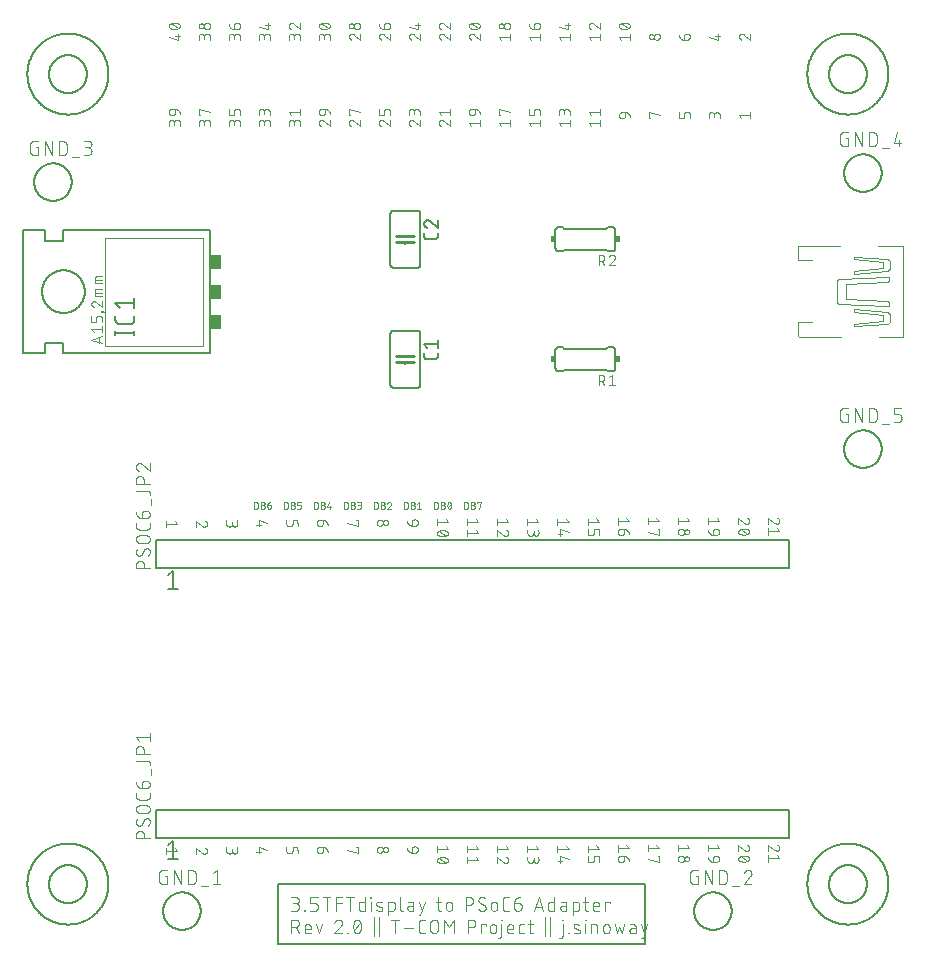
<source format=gbr>
G04 EAGLE Gerber RS-274X export*
G75*
%MOMM*%
%FSLAX34Y34*%
%LPD*%
%INSilkscreen Top*%
%IPPOS*%
%AMOC8*
5,1,8,0,0,1.08239X$1,22.5*%
G01*
%ADD10C,0.076200*%
%ADD11C,0.101600*%
%ADD12C,0.152400*%
%ADD13C,0.050800*%
%ADD14C,0.254000*%
%ADD15C,0.127000*%
%ADD16R,0.889000X1.270000*%
%ADD17C,0.177800*%
%ADD18R,0.381000X0.508000*%
%ADD19C,0.203200*%


D10*
X650833Y254282D02*
X650928Y254284D01*
X651022Y254291D01*
X651116Y254301D01*
X651210Y254314D01*
X651303Y254332D01*
X651395Y254353D01*
X651487Y254378D01*
X651577Y254407D01*
X651666Y254439D01*
X651753Y254475D01*
X651840Y254514D01*
X651924Y254557D01*
X652007Y254603D01*
X652087Y254652D01*
X652166Y254705D01*
X652243Y254761D01*
X652317Y254819D01*
X652389Y254881D01*
X652458Y254946D01*
X652524Y255013D01*
X652588Y255083D01*
X652649Y255155D01*
X652707Y255230D01*
X652762Y255307D01*
X652814Y255386D01*
X652862Y255468D01*
X652908Y255551D01*
X652949Y255636D01*
X652988Y255722D01*
X653023Y255810D01*
X653054Y255899D01*
X653082Y255990D01*
X653106Y256082D01*
X653126Y256174D01*
X653143Y256267D01*
X653155Y256361D01*
X653164Y256455D01*
X653170Y256550D01*
X653171Y256644D01*
X653170Y256644D02*
X653167Y256752D01*
X653161Y256860D01*
X653151Y256968D01*
X653137Y257076D01*
X653119Y257183D01*
X653097Y257289D01*
X653071Y257394D01*
X653042Y257499D01*
X653009Y257602D01*
X652972Y257704D01*
X652931Y257805D01*
X652887Y257904D01*
X652840Y258001D01*
X652788Y258097D01*
X652734Y258191D01*
X652676Y258282D01*
X652615Y258372D01*
X652551Y258459D01*
X652484Y258544D01*
X652413Y258627D01*
X652340Y258707D01*
X652264Y258784D01*
X652185Y258858D01*
X652104Y258930D01*
X652020Y258999D01*
X651933Y259064D01*
X651845Y259127D01*
X651754Y259186D01*
X651661Y259242D01*
X651566Y259294D01*
X651469Y259343D01*
X651371Y259389D01*
X651271Y259431D01*
X651169Y259469D01*
X651067Y259504D01*
X649002Y255056D02*
X649070Y254987D01*
X649142Y254921D01*
X649216Y254857D01*
X649292Y254797D01*
X649371Y254740D01*
X649451Y254685D01*
X649534Y254634D01*
X649619Y254586D01*
X649705Y254542D01*
X649793Y254500D01*
X649883Y254462D01*
X649974Y254428D01*
X650066Y254397D01*
X650160Y254370D01*
X650254Y254346D01*
X650349Y254326D01*
X650445Y254310D01*
X650542Y254297D01*
X650639Y254289D01*
X650736Y254283D01*
X650833Y254282D01*
X649002Y255056D02*
X643758Y259466D01*
X643785Y254245D01*
X651115Y250361D02*
X653217Y247761D01*
X643819Y247712D01*
X643833Y245102D02*
X643806Y250323D01*
X627670Y256510D02*
X627669Y256416D01*
X627663Y256321D01*
X627654Y256227D01*
X627642Y256133D01*
X627625Y256040D01*
X627605Y255948D01*
X627581Y255856D01*
X627553Y255765D01*
X627522Y255676D01*
X627487Y255588D01*
X627448Y255502D01*
X627407Y255417D01*
X627361Y255334D01*
X627313Y255252D01*
X627261Y255173D01*
X627206Y255096D01*
X627148Y255021D01*
X627087Y254949D01*
X627023Y254879D01*
X626957Y254812D01*
X626888Y254747D01*
X626816Y254685D01*
X626742Y254627D01*
X626665Y254571D01*
X626586Y254518D01*
X626506Y254469D01*
X626423Y254423D01*
X626339Y254380D01*
X626252Y254341D01*
X626165Y254305D01*
X626076Y254273D01*
X625986Y254244D01*
X625894Y254219D01*
X625802Y254198D01*
X625709Y254180D01*
X625615Y254167D01*
X625521Y254157D01*
X625427Y254150D01*
X625332Y254148D01*
X627669Y256511D02*
X627666Y256619D01*
X627660Y256727D01*
X627650Y256835D01*
X627636Y256943D01*
X627618Y257050D01*
X627596Y257156D01*
X627570Y257261D01*
X627541Y257366D01*
X627508Y257469D01*
X627471Y257571D01*
X627430Y257672D01*
X627386Y257771D01*
X627339Y257868D01*
X627287Y257964D01*
X627233Y258058D01*
X627175Y258149D01*
X627114Y258239D01*
X627050Y258326D01*
X626983Y258411D01*
X626912Y258494D01*
X626839Y258574D01*
X626763Y258651D01*
X626684Y258725D01*
X626603Y258797D01*
X626519Y258866D01*
X626432Y258931D01*
X626344Y258994D01*
X626253Y259053D01*
X626160Y259109D01*
X626065Y259161D01*
X625968Y259210D01*
X625870Y259256D01*
X625770Y259298D01*
X625668Y259336D01*
X625566Y259371D01*
X623501Y254923D02*
X623569Y254854D01*
X623641Y254788D01*
X623715Y254724D01*
X623791Y254664D01*
X623870Y254607D01*
X623950Y254552D01*
X624033Y254501D01*
X624118Y254453D01*
X624204Y254409D01*
X624292Y254367D01*
X624382Y254329D01*
X624473Y254295D01*
X624565Y254264D01*
X624659Y254237D01*
X624753Y254213D01*
X624848Y254193D01*
X624944Y254177D01*
X625041Y254164D01*
X625138Y254156D01*
X625235Y254150D01*
X625332Y254149D01*
X623501Y254922D02*
X618257Y259333D01*
X618284Y254112D01*
X623003Y250214D02*
X623188Y250213D01*
X623373Y250207D01*
X623558Y250197D01*
X623742Y250182D01*
X623926Y250164D01*
X624109Y250140D01*
X624292Y250113D01*
X624474Y250081D01*
X624655Y250044D01*
X624836Y250004D01*
X625015Y249959D01*
X625193Y249910D01*
X625370Y249856D01*
X625546Y249799D01*
X625720Y249737D01*
X625893Y249671D01*
X626064Y249601D01*
X626234Y249527D01*
X626401Y249448D01*
X626401Y249449D02*
X626481Y249420D01*
X626561Y249387D01*
X626638Y249351D01*
X626714Y249311D01*
X626788Y249269D01*
X626860Y249222D01*
X626930Y249173D01*
X626998Y249121D01*
X627063Y249066D01*
X627126Y249008D01*
X627186Y248947D01*
X627244Y248883D01*
X627299Y248817D01*
X627350Y248749D01*
X627399Y248679D01*
X627444Y248606D01*
X627486Y248532D01*
X627525Y248455D01*
X627560Y248377D01*
X627592Y248298D01*
X627621Y248217D01*
X627645Y248135D01*
X627667Y248052D01*
X627684Y247969D01*
X627698Y247884D01*
X627708Y247799D01*
X627714Y247714D01*
X627716Y247628D01*
X627715Y247543D01*
X627709Y247457D01*
X627700Y247372D01*
X627688Y247287D01*
X627671Y247203D01*
X627651Y247120D01*
X627627Y247038D01*
X627599Y246957D01*
X627568Y246877D01*
X627534Y246799D01*
X627496Y246722D01*
X627454Y246647D01*
X627410Y246574D01*
X627362Y246503D01*
X627311Y246435D01*
X627257Y246368D01*
X627200Y246304D01*
X627141Y246243D01*
X627079Y246184D01*
X627014Y246128D01*
X626947Y246075D01*
X626877Y246025D01*
X626805Y245978D01*
X626732Y245934D01*
X626656Y245894D01*
X626579Y245857D01*
X626500Y245824D01*
X626420Y245794D01*
X626420Y245793D02*
X626253Y245713D01*
X626085Y245637D01*
X625914Y245565D01*
X625742Y245498D01*
X625569Y245434D01*
X625394Y245374D01*
X625217Y245319D01*
X625039Y245268D01*
X624861Y245221D01*
X624681Y245179D01*
X624500Y245141D01*
X624318Y245107D01*
X624135Y245077D01*
X623952Y245052D01*
X623769Y245031D01*
X623584Y245015D01*
X623400Y245003D01*
X623215Y244995D01*
X623030Y244992D01*
X623004Y250214D02*
X622819Y250211D01*
X622634Y250203D01*
X622450Y250191D01*
X622265Y250175D01*
X622082Y250154D01*
X621899Y250129D01*
X621716Y250099D01*
X621534Y250065D01*
X621353Y250027D01*
X621173Y249985D01*
X620995Y249938D01*
X620817Y249887D01*
X620640Y249832D01*
X620465Y249772D01*
X620292Y249708D01*
X620120Y249641D01*
X619949Y249569D01*
X619781Y249493D01*
X619614Y249413D01*
X619534Y249383D01*
X619455Y249350D01*
X619378Y249313D01*
X619302Y249273D01*
X619229Y249229D01*
X619157Y249182D01*
X619087Y249132D01*
X619020Y249079D01*
X618955Y249023D01*
X618893Y248964D01*
X618834Y248903D01*
X618777Y248839D01*
X618723Y248772D01*
X618672Y248704D01*
X618624Y248633D01*
X618580Y248560D01*
X618538Y248485D01*
X618500Y248408D01*
X618466Y248330D01*
X618435Y248250D01*
X618407Y248169D01*
X618383Y248087D01*
X618363Y248004D01*
X618347Y247920D01*
X618334Y247835D01*
X618325Y247750D01*
X618319Y247665D01*
X618318Y247579D01*
X619633Y245757D02*
X619800Y245679D01*
X619970Y245605D01*
X620141Y245535D01*
X620314Y245469D01*
X620488Y245407D01*
X620664Y245350D01*
X620841Y245296D01*
X621019Y245247D01*
X621198Y245202D01*
X621379Y245162D01*
X621560Y245125D01*
X621742Y245093D01*
X621925Y245066D01*
X622108Y245042D01*
X622292Y245024D01*
X622476Y245009D01*
X622661Y244999D01*
X622846Y244993D01*
X623031Y244992D01*
X619633Y245758D02*
X619552Y245787D01*
X619473Y245820D01*
X619396Y245856D01*
X619320Y245896D01*
X619246Y245939D01*
X619174Y245985D01*
X619104Y246034D01*
X619036Y246086D01*
X618971Y246141D01*
X618908Y246199D01*
X618847Y246260D01*
X618790Y246324D01*
X618735Y246390D01*
X618684Y246458D01*
X618635Y246528D01*
X618590Y246601D01*
X618548Y246675D01*
X618509Y246752D01*
X618474Y246830D01*
X618442Y246909D01*
X618413Y246990D01*
X618389Y247072D01*
X618367Y247155D01*
X618350Y247238D01*
X618336Y247323D01*
X618327Y247408D01*
X618320Y247493D01*
X618318Y247579D01*
X620396Y249678D02*
X625638Y245528D01*
X602167Y256638D02*
X600065Y259238D01*
X602167Y256638D02*
X592769Y256589D01*
X592755Y259199D02*
X592783Y253978D01*
X596991Y247989D02*
X597007Y244856D01*
X596991Y247989D02*
X596993Y248080D01*
X596998Y248171D01*
X597007Y248262D01*
X597021Y248352D01*
X597038Y248441D01*
X597059Y248530D01*
X597084Y248617D01*
X597113Y248704D01*
X597146Y248789D01*
X597182Y248873D01*
X597222Y248954D01*
X597265Y249035D01*
X597312Y249113D01*
X597362Y249189D01*
X597416Y249262D01*
X597473Y249334D01*
X597532Y249403D01*
X597595Y249469D01*
X597660Y249532D01*
X597729Y249592D01*
X597799Y249650D01*
X597872Y249704D01*
X597948Y249755D01*
X598026Y249803D01*
X598105Y249847D01*
X598187Y249888D01*
X598270Y249925D01*
X598355Y249958D01*
X598441Y249988D01*
X598528Y250014D01*
X598616Y250036D01*
X598706Y250054D01*
X598796Y250069D01*
X598886Y250079D01*
X598977Y250086D01*
X599068Y250088D01*
X599591Y250091D01*
X599590Y250092D02*
X599692Y250091D01*
X599793Y250085D01*
X599893Y250076D01*
X599994Y250063D01*
X600094Y250046D01*
X600193Y250025D01*
X600291Y250000D01*
X600388Y249971D01*
X600484Y249939D01*
X600579Y249903D01*
X600672Y249864D01*
X600764Y249820D01*
X600853Y249774D01*
X600941Y249724D01*
X601027Y249670D01*
X601111Y249613D01*
X601193Y249553D01*
X601272Y249490D01*
X601348Y249424D01*
X601422Y249355D01*
X601494Y249283D01*
X601562Y249208D01*
X601628Y249131D01*
X601690Y249051D01*
X601749Y248969D01*
X601806Y248885D01*
X601858Y248798D01*
X601908Y248710D01*
X601954Y248620D01*
X601996Y248528D01*
X602035Y248434D01*
X602070Y248339D01*
X602101Y248243D01*
X602129Y248146D01*
X602153Y248047D01*
X602173Y247948D01*
X602189Y247848D01*
X602201Y247747D01*
X602210Y247646D01*
X602214Y247545D01*
X602215Y247444D01*
X602211Y247343D01*
X602204Y247242D01*
X602193Y247141D01*
X602178Y247041D01*
X602159Y246942D01*
X602136Y246843D01*
X602109Y246745D01*
X602079Y246649D01*
X602045Y246553D01*
X602007Y246459D01*
X601965Y246367D01*
X601920Y246276D01*
X601872Y246187D01*
X601820Y246100D01*
X601765Y246015D01*
X601706Y245933D01*
X601645Y245852D01*
X601580Y245774D01*
X601512Y245699D01*
X601442Y245626D01*
X601369Y245557D01*
X601293Y245490D01*
X601214Y245426D01*
X601133Y245365D01*
X601050Y245307D01*
X600965Y245253D01*
X600877Y245202D01*
X600788Y245154D01*
X600697Y245110D01*
X600604Y245069D01*
X600510Y245032D01*
X600414Y244999D01*
X600317Y244969D01*
X600219Y244944D01*
X600120Y244922D01*
X600021Y244903D01*
X599921Y244889D01*
X599820Y244879D01*
X599719Y244873D01*
X599618Y244870D01*
X597007Y244856D01*
X596878Y244857D01*
X596750Y244863D01*
X596621Y244872D01*
X596493Y244885D01*
X596366Y244902D01*
X596239Y244923D01*
X596113Y244948D01*
X595987Y244977D01*
X595863Y245010D01*
X595740Y245046D01*
X595617Y245086D01*
X595496Y245130D01*
X595377Y245178D01*
X595259Y245229D01*
X595143Y245284D01*
X595028Y245343D01*
X594915Y245405D01*
X594805Y245470D01*
X594696Y245539D01*
X594590Y245611D01*
X594485Y245687D01*
X594383Y245765D01*
X594284Y245847D01*
X594187Y245931D01*
X594093Y246019D01*
X594002Y246110D01*
X593913Y246203D01*
X593827Y246299D01*
X593745Y246397D01*
X593665Y246498D01*
X593588Y246602D01*
X593515Y246708D01*
X593445Y246816D01*
X593379Y246926D01*
X593315Y247038D01*
X593256Y247152D01*
X593200Y247267D01*
X593147Y247385D01*
X593098Y247504D01*
X593053Y247624D01*
X593011Y247746D01*
X592974Y247869D01*
X592940Y247993D01*
X592909Y248118D01*
X592883Y248244D01*
X592861Y248371D01*
X592842Y248498D01*
X592828Y248626D01*
X592817Y248754D01*
X592811Y248882D01*
X592808Y249011D01*
X576666Y256505D02*
X574563Y259104D01*
X576666Y256505D02*
X567268Y256455D01*
X567281Y253845D02*
X567254Y259066D01*
X569912Y249936D02*
X570014Y249935D01*
X570115Y249929D01*
X570215Y249920D01*
X570316Y249907D01*
X570416Y249890D01*
X570515Y249869D01*
X570613Y249844D01*
X570710Y249815D01*
X570806Y249783D01*
X570901Y249747D01*
X570994Y249708D01*
X571086Y249664D01*
X571175Y249618D01*
X571263Y249568D01*
X571349Y249514D01*
X571433Y249457D01*
X571515Y249397D01*
X571594Y249334D01*
X571670Y249268D01*
X571744Y249199D01*
X571816Y249127D01*
X571884Y249052D01*
X571950Y248975D01*
X572012Y248895D01*
X572071Y248813D01*
X572128Y248729D01*
X572180Y248642D01*
X572230Y248554D01*
X572276Y248464D01*
X572318Y248372D01*
X572357Y248278D01*
X572392Y248183D01*
X572423Y248087D01*
X572451Y247990D01*
X572475Y247891D01*
X572495Y247792D01*
X572511Y247692D01*
X572523Y247591D01*
X572532Y247490D01*
X572536Y247389D01*
X572537Y247288D01*
X572533Y247187D01*
X572526Y247086D01*
X572515Y246985D01*
X572500Y246885D01*
X572481Y246786D01*
X572458Y246687D01*
X572431Y246589D01*
X572401Y246493D01*
X572367Y246397D01*
X572329Y246303D01*
X572287Y246211D01*
X572242Y246120D01*
X572194Y246031D01*
X572142Y245944D01*
X572087Y245859D01*
X572028Y245777D01*
X571967Y245696D01*
X571902Y245619D01*
X571835Y245543D01*
X571764Y245471D01*
X571691Y245401D01*
X571615Y245334D01*
X571536Y245270D01*
X571455Y245209D01*
X571372Y245151D01*
X571287Y245097D01*
X571199Y245046D01*
X571110Y244998D01*
X571019Y244954D01*
X570926Y244913D01*
X570832Y244876D01*
X570736Y244843D01*
X570639Y244813D01*
X570541Y244788D01*
X570443Y244766D01*
X570343Y244747D01*
X570243Y244733D01*
X570142Y244723D01*
X570041Y244717D01*
X569940Y244714D01*
X569838Y244715D01*
X569737Y244721D01*
X569636Y244730D01*
X569536Y244743D01*
X569436Y244760D01*
X569337Y244781D01*
X569239Y244806D01*
X569142Y244835D01*
X569046Y244867D01*
X568951Y244903D01*
X568858Y244942D01*
X568766Y244986D01*
X568677Y245032D01*
X568589Y245083D01*
X568503Y245136D01*
X568419Y245193D01*
X568337Y245253D01*
X568258Y245316D01*
X568182Y245382D01*
X568107Y245451D01*
X568036Y245523D01*
X567968Y245598D01*
X567902Y245675D01*
X567840Y245755D01*
X567781Y245837D01*
X567724Y245921D01*
X567672Y246008D01*
X567622Y246096D01*
X567576Y246186D01*
X567534Y246278D01*
X567495Y246372D01*
X567460Y246467D01*
X567429Y246563D01*
X567401Y246660D01*
X567377Y246759D01*
X567357Y246858D01*
X567341Y246958D01*
X567329Y247059D01*
X567320Y247160D01*
X567316Y247261D01*
X567315Y247362D01*
X567319Y247463D01*
X567326Y247564D01*
X567337Y247665D01*
X567352Y247765D01*
X567371Y247864D01*
X567394Y247963D01*
X567421Y248061D01*
X567451Y248157D01*
X567485Y248253D01*
X567523Y248347D01*
X567565Y248439D01*
X567610Y248530D01*
X567658Y248619D01*
X567710Y248706D01*
X567765Y248790D01*
X567824Y248873D01*
X567885Y248954D01*
X567950Y249031D01*
X568017Y249107D01*
X568088Y249179D01*
X568161Y249249D01*
X568237Y249316D01*
X568316Y249380D01*
X568397Y249441D01*
X568480Y249499D01*
X568565Y249553D01*
X568653Y249604D01*
X568742Y249652D01*
X568833Y249696D01*
X568926Y249737D01*
X569020Y249774D01*
X569116Y249807D01*
X569213Y249837D01*
X569310Y249862D01*
X569409Y249884D01*
X569509Y249902D01*
X569609Y249917D01*
X569710Y249927D01*
X569811Y249933D01*
X569912Y249936D01*
X574614Y249438D02*
X574705Y249436D01*
X574796Y249431D01*
X574887Y249422D01*
X574977Y249408D01*
X575066Y249391D01*
X575155Y249370D01*
X575242Y249345D01*
X575329Y249316D01*
X575414Y249283D01*
X575498Y249247D01*
X575579Y249207D01*
X575660Y249164D01*
X575738Y249117D01*
X575814Y249067D01*
X575887Y249013D01*
X575959Y248956D01*
X576028Y248897D01*
X576094Y248834D01*
X576157Y248769D01*
X576217Y248700D01*
X576275Y248630D01*
X576329Y248557D01*
X576380Y248481D01*
X576428Y248403D01*
X576472Y248324D01*
X576513Y248242D01*
X576550Y248159D01*
X576583Y248074D01*
X576613Y247988D01*
X576639Y247901D01*
X576661Y247813D01*
X576679Y247723D01*
X576694Y247633D01*
X576704Y247543D01*
X576711Y247452D01*
X576713Y247361D01*
X576711Y247270D01*
X576706Y247179D01*
X576697Y247088D01*
X576683Y246998D01*
X576666Y246909D01*
X576645Y246820D01*
X576620Y246733D01*
X576591Y246646D01*
X576558Y246561D01*
X576522Y246478D01*
X576482Y246396D01*
X576439Y246316D01*
X576392Y246237D01*
X576342Y246161D01*
X576288Y246088D01*
X576232Y246016D01*
X576172Y245947D01*
X576109Y245881D01*
X576044Y245818D01*
X575976Y245758D01*
X575905Y245700D01*
X575832Y245646D01*
X575756Y245595D01*
X575678Y245547D01*
X575599Y245503D01*
X575517Y245462D01*
X575434Y245425D01*
X575349Y245392D01*
X575263Y245362D01*
X575176Y245336D01*
X575088Y245314D01*
X574998Y245296D01*
X574908Y245281D01*
X574818Y245271D01*
X574727Y245264D01*
X574636Y245262D01*
X574546Y245263D01*
X574456Y245269D01*
X574367Y245278D01*
X574278Y245291D01*
X574190Y245308D01*
X574102Y245328D01*
X574016Y245353D01*
X573931Y245381D01*
X573847Y245413D01*
X573764Y245448D01*
X573683Y245487D01*
X573604Y245529D01*
X573526Y245575D01*
X573451Y245623D01*
X573378Y245676D01*
X573307Y245731D01*
X573238Y245789D01*
X573172Y245850D01*
X573109Y245914D01*
X573049Y245981D01*
X572991Y246050D01*
X572937Y246121D01*
X572886Y246195D01*
X572838Y246271D01*
X572793Y246349D01*
X572751Y246428D01*
X572713Y246510D01*
X572679Y246593D01*
X572648Y246677D01*
X572621Y246763D01*
X572598Y246850D01*
X572578Y246937D01*
X572562Y247026D01*
X572550Y247115D01*
X572542Y247204D01*
X572538Y247294D01*
X572537Y247384D01*
X572541Y247474D01*
X572548Y247563D01*
X572559Y247653D01*
X572574Y247741D01*
X572593Y247829D01*
X572615Y247916D01*
X572641Y248002D01*
X572671Y248087D01*
X572705Y248170D01*
X572742Y248252D01*
X572782Y248332D01*
X572826Y248410D01*
X572874Y248487D01*
X572924Y248561D01*
X572978Y248633D01*
X573035Y248703D01*
X573094Y248770D01*
X573157Y248835D01*
X573222Y248896D01*
X573290Y248955D01*
X573360Y249011D01*
X573433Y249064D01*
X573508Y249114D01*
X573585Y249160D01*
X573663Y249203D01*
X573744Y249243D01*
X573826Y249279D01*
X573910Y249312D01*
X573995Y249341D01*
X574081Y249366D01*
X574169Y249387D01*
X574257Y249405D01*
X574345Y249419D01*
X574435Y249429D01*
X574524Y249436D01*
X574614Y249438D01*
X551164Y256371D02*
X549062Y258971D01*
X551164Y256371D02*
X541766Y256322D01*
X541753Y258932D02*
X541780Y253711D01*
X550154Y249832D02*
X551199Y249838D01*
X551226Y244617D01*
X541814Y247178D01*
X525663Y256238D02*
X523561Y258837D01*
X525663Y256238D02*
X516265Y256188D01*
X516279Y253578D02*
X516252Y258799D01*
X521520Y249682D02*
X521537Y246550D01*
X521536Y246550D02*
X521534Y246459D01*
X521529Y246368D01*
X521520Y246277D01*
X521506Y246187D01*
X521489Y246098D01*
X521468Y246009D01*
X521443Y245922D01*
X521414Y245835D01*
X521381Y245750D01*
X521345Y245667D01*
X521305Y245585D01*
X521262Y245504D01*
X521215Y245426D01*
X521165Y245350D01*
X521111Y245277D01*
X521055Y245205D01*
X520995Y245136D01*
X520932Y245070D01*
X520867Y245007D01*
X520799Y244947D01*
X520728Y244889D01*
X520655Y244835D01*
X520579Y244784D01*
X520501Y244736D01*
X520422Y244692D01*
X520340Y244651D01*
X520257Y244614D01*
X520172Y244581D01*
X520086Y244551D01*
X519999Y244525D01*
X519911Y244503D01*
X519821Y244485D01*
X519731Y244470D01*
X519641Y244460D01*
X519550Y244453D01*
X519459Y244451D01*
X519459Y244450D02*
X518937Y244448D01*
X518937Y244447D02*
X518835Y244448D01*
X518734Y244454D01*
X518634Y244463D01*
X518533Y244476D01*
X518433Y244493D01*
X518334Y244514D01*
X518236Y244539D01*
X518139Y244568D01*
X518043Y244600D01*
X517948Y244636D01*
X517855Y244675D01*
X517763Y244719D01*
X517674Y244765D01*
X517586Y244815D01*
X517500Y244869D01*
X517416Y244926D01*
X517334Y244986D01*
X517255Y245049D01*
X517179Y245115D01*
X517105Y245184D01*
X517033Y245256D01*
X516965Y245331D01*
X516899Y245408D01*
X516837Y245488D01*
X516778Y245570D01*
X516721Y245654D01*
X516669Y245741D01*
X516619Y245829D01*
X516573Y245919D01*
X516531Y246011D01*
X516492Y246105D01*
X516457Y246200D01*
X516426Y246296D01*
X516398Y246393D01*
X516374Y246492D01*
X516354Y246591D01*
X516338Y246691D01*
X516326Y246792D01*
X516317Y246893D01*
X516313Y246994D01*
X516312Y247095D01*
X516316Y247196D01*
X516323Y247297D01*
X516334Y247398D01*
X516349Y247498D01*
X516368Y247597D01*
X516391Y247696D01*
X516418Y247794D01*
X516448Y247890D01*
X516482Y247986D01*
X516520Y248080D01*
X516562Y248172D01*
X516607Y248263D01*
X516655Y248352D01*
X516707Y248439D01*
X516762Y248524D01*
X516821Y248606D01*
X516882Y248687D01*
X516947Y248764D01*
X517014Y248840D01*
X517085Y248912D01*
X517158Y248982D01*
X517234Y249049D01*
X517313Y249113D01*
X517394Y249174D01*
X517477Y249232D01*
X517562Y249286D01*
X517650Y249337D01*
X517739Y249385D01*
X517830Y249429D01*
X517923Y249470D01*
X518017Y249507D01*
X518113Y249540D01*
X518210Y249570D01*
X518308Y249595D01*
X518406Y249617D01*
X518506Y249636D01*
X518606Y249650D01*
X518707Y249660D01*
X518808Y249666D01*
X518909Y249669D01*
X518910Y249669D02*
X521520Y249682D01*
X521649Y249681D01*
X521777Y249675D01*
X521906Y249666D01*
X522034Y249653D01*
X522161Y249636D01*
X522288Y249615D01*
X522414Y249590D01*
X522540Y249561D01*
X522664Y249528D01*
X522787Y249492D01*
X522910Y249452D01*
X523031Y249408D01*
X523150Y249360D01*
X523268Y249309D01*
X523384Y249254D01*
X523499Y249195D01*
X523612Y249133D01*
X523722Y249068D01*
X523831Y248999D01*
X523937Y248927D01*
X524042Y248851D01*
X524144Y248773D01*
X524243Y248691D01*
X524340Y248607D01*
X524434Y248519D01*
X524525Y248428D01*
X524614Y248335D01*
X524700Y248239D01*
X524782Y248141D01*
X524862Y248040D01*
X524939Y247936D01*
X525012Y247830D01*
X525082Y247722D01*
X525148Y247612D01*
X525212Y247500D01*
X525271Y247386D01*
X525327Y247271D01*
X525380Y247153D01*
X525429Y247034D01*
X525474Y246914D01*
X525516Y246792D01*
X525553Y246669D01*
X525587Y246545D01*
X525618Y246420D01*
X525644Y246294D01*
X525666Y246167D01*
X525685Y246040D01*
X525699Y245912D01*
X525710Y245784D01*
X525716Y245656D01*
X525719Y245527D01*
X500162Y256104D02*
X498060Y258704D01*
X500162Y256104D02*
X490764Y256055D01*
X490750Y258665D02*
X490778Y253444D01*
X490798Y249521D02*
X490815Y246389D01*
X490817Y246300D01*
X490823Y246212D01*
X490833Y246124D01*
X490847Y246036D01*
X490864Y245949D01*
X490885Y245863D01*
X490910Y245778D01*
X490938Y245694D01*
X490970Y245611D01*
X491005Y245530D01*
X491044Y245450D01*
X491085Y245372D01*
X491131Y245296D01*
X491179Y245222D01*
X491231Y245150D01*
X491285Y245080D01*
X491343Y245012D01*
X491403Y244947D01*
X491466Y244885D01*
X491532Y244825D01*
X491600Y244769D01*
X491670Y244715D01*
X491743Y244664D01*
X491818Y244616D01*
X491894Y244572D01*
X491973Y244531D01*
X492053Y244493D01*
X492135Y244459D01*
X492218Y244428D01*
X492302Y244400D01*
X492387Y244377D01*
X492474Y244357D01*
X492561Y244340D01*
X492649Y244328D01*
X492737Y244319D01*
X492825Y244313D01*
X492914Y244312D01*
X492914Y244311D02*
X493958Y244317D01*
X494047Y244319D01*
X494135Y244325D01*
X494223Y244335D01*
X494311Y244349D01*
X494398Y244366D01*
X494484Y244387D01*
X494569Y244412D01*
X494653Y244440D01*
X494736Y244472D01*
X494817Y244507D01*
X494897Y244546D01*
X494975Y244588D01*
X495051Y244633D01*
X495125Y244681D01*
X495197Y244733D01*
X495267Y244787D01*
X495335Y244845D01*
X495400Y244905D01*
X495462Y244968D01*
X495522Y245034D01*
X495578Y245102D01*
X495632Y245172D01*
X495683Y245245D01*
X495731Y245320D01*
X495775Y245396D01*
X495816Y245475D01*
X495854Y245555D01*
X495888Y245637D01*
X495919Y245720D01*
X495947Y245804D01*
X495970Y245889D01*
X495990Y245976D01*
X496007Y246063D01*
X496019Y246151D01*
X496028Y246239D01*
X496034Y246327D01*
X496035Y246416D01*
X496036Y246416D02*
X496019Y249549D01*
X500196Y249571D01*
X500223Y244350D01*
X474661Y255970D02*
X472558Y258570D01*
X474661Y255970D02*
X465263Y255921D01*
X465276Y253311D02*
X465249Y258532D01*
X467385Y249399D02*
X474706Y247349D01*
X467385Y249399D02*
X467413Y244178D01*
X469493Y245755D02*
X465316Y245733D01*
X449159Y255837D02*
X447057Y258436D01*
X449159Y255837D02*
X439761Y255788D01*
X439748Y258398D02*
X439775Y253177D01*
X439796Y249254D02*
X439809Y246644D01*
X439812Y246543D01*
X439818Y246442D01*
X439828Y246341D01*
X439843Y246241D01*
X439861Y246141D01*
X439883Y246043D01*
X439908Y245945D01*
X439938Y245848D01*
X439971Y245752D01*
X440008Y245658D01*
X440049Y245565D01*
X440093Y245474D01*
X440141Y245385D01*
X440192Y245297D01*
X440246Y245212D01*
X440304Y245129D01*
X440365Y245048D01*
X440429Y244969D01*
X440496Y244893D01*
X440566Y244820D01*
X440638Y244749D01*
X440714Y244682D01*
X440791Y244617D01*
X440872Y244556D01*
X440954Y244497D01*
X441039Y244442D01*
X441126Y244390D01*
X441215Y244342D01*
X441306Y244297D01*
X441398Y244255D01*
X441492Y244217D01*
X441588Y244183D01*
X441684Y244153D01*
X441782Y244126D01*
X441881Y244103D01*
X441980Y244084D01*
X442080Y244069D01*
X442181Y244058D01*
X442282Y244051D01*
X442383Y244047D01*
X442484Y244048D01*
X442585Y244052D01*
X442686Y244061D01*
X442787Y244073D01*
X442887Y244089D01*
X442986Y244109D01*
X443085Y244133D01*
X443182Y244161D01*
X443278Y244192D01*
X443373Y244227D01*
X443467Y244266D01*
X443559Y244308D01*
X443649Y244354D01*
X443737Y244404D01*
X443824Y244456D01*
X443908Y244513D01*
X443990Y244572D01*
X444070Y244634D01*
X444147Y244700D01*
X444222Y244768D01*
X444294Y244840D01*
X444363Y244914D01*
X444429Y244990D01*
X444492Y245069D01*
X444552Y245151D01*
X444609Y245235D01*
X444662Y245321D01*
X444713Y245409D01*
X444759Y245498D01*
X444803Y245590D01*
X444842Y245683D01*
X444878Y245778D01*
X444910Y245874D01*
X444939Y245971D01*
X444964Y246069D01*
X444985Y246168D01*
X445002Y246268D01*
X445015Y246368D01*
X445024Y246469D01*
X445030Y246570D01*
X445031Y246672D01*
X449210Y246171D02*
X449194Y249304D01*
X449209Y246171D02*
X449207Y246080D01*
X449202Y245989D01*
X449193Y245898D01*
X449179Y245808D01*
X449162Y245719D01*
X449141Y245630D01*
X449116Y245543D01*
X449087Y245456D01*
X449054Y245371D01*
X449018Y245287D01*
X448978Y245206D01*
X448935Y245125D01*
X448888Y245047D01*
X448838Y244971D01*
X448784Y244898D01*
X448728Y244826D01*
X448668Y244757D01*
X448605Y244691D01*
X448540Y244628D01*
X448471Y244568D01*
X448401Y244510D01*
X448328Y244456D01*
X448252Y244405D01*
X448174Y244357D01*
X448095Y244313D01*
X448013Y244272D01*
X447930Y244235D01*
X447845Y244202D01*
X447759Y244172D01*
X447672Y244146D01*
X447584Y244124D01*
X447494Y244106D01*
X447404Y244091D01*
X447314Y244081D01*
X447223Y244074D01*
X447132Y244072D01*
X447041Y244074D01*
X446950Y244079D01*
X446859Y244088D01*
X446769Y244102D01*
X446680Y244119D01*
X446591Y244140D01*
X446504Y244165D01*
X446417Y244194D01*
X446332Y244227D01*
X446248Y244263D01*
X446167Y244303D01*
X446086Y244346D01*
X446008Y244393D01*
X445932Y244443D01*
X445859Y244497D01*
X445787Y244553D01*
X445718Y244613D01*
X445652Y244676D01*
X445589Y244741D01*
X445529Y244810D01*
X445471Y244880D01*
X445417Y244953D01*
X445366Y245029D01*
X445318Y245107D01*
X445274Y245186D01*
X445233Y245268D01*
X445196Y245351D01*
X445163Y245436D01*
X445133Y245522D01*
X445107Y245609D01*
X445085Y245697D01*
X445067Y245787D01*
X445052Y245877D01*
X445042Y245967D01*
X445035Y246058D01*
X445033Y246149D01*
X445022Y248237D01*
X423658Y255703D02*
X421556Y258303D01*
X423658Y255703D02*
X414260Y255654D01*
X414274Y253044D02*
X414247Y258265D01*
X423708Y246298D02*
X423707Y246204D01*
X423701Y246109D01*
X423692Y246015D01*
X423680Y245921D01*
X423663Y245828D01*
X423643Y245736D01*
X423619Y245644D01*
X423591Y245553D01*
X423560Y245464D01*
X423525Y245376D01*
X423486Y245290D01*
X423445Y245205D01*
X423399Y245122D01*
X423351Y245040D01*
X423299Y244961D01*
X423244Y244884D01*
X423186Y244809D01*
X423125Y244737D01*
X423061Y244667D01*
X422995Y244600D01*
X422926Y244535D01*
X422854Y244473D01*
X422780Y244415D01*
X422703Y244359D01*
X422624Y244306D01*
X422544Y244257D01*
X422461Y244211D01*
X422377Y244168D01*
X422290Y244129D01*
X422203Y244093D01*
X422114Y244061D01*
X422024Y244032D01*
X421932Y244007D01*
X421840Y243986D01*
X421747Y243968D01*
X421653Y243955D01*
X421559Y243945D01*
X421465Y243938D01*
X421370Y243936D01*
X423707Y246299D02*
X423704Y246407D01*
X423698Y246515D01*
X423688Y246623D01*
X423674Y246731D01*
X423656Y246838D01*
X423634Y246944D01*
X423608Y247049D01*
X423579Y247154D01*
X423546Y247257D01*
X423509Y247359D01*
X423468Y247460D01*
X423424Y247559D01*
X423377Y247656D01*
X423325Y247752D01*
X423271Y247846D01*
X423213Y247937D01*
X423152Y248027D01*
X423088Y248114D01*
X423021Y248199D01*
X422950Y248282D01*
X422877Y248362D01*
X422801Y248439D01*
X422722Y248513D01*
X422641Y248585D01*
X422557Y248654D01*
X422470Y248719D01*
X422382Y248782D01*
X422291Y248841D01*
X422198Y248897D01*
X422103Y248949D01*
X422006Y248998D01*
X421908Y249044D01*
X421808Y249086D01*
X421706Y249124D01*
X421604Y249159D01*
X419539Y244710D02*
X419607Y244641D01*
X419679Y244575D01*
X419753Y244511D01*
X419829Y244451D01*
X419908Y244394D01*
X419988Y244339D01*
X420071Y244288D01*
X420156Y244240D01*
X420242Y244196D01*
X420330Y244154D01*
X420420Y244116D01*
X420511Y244082D01*
X420603Y244051D01*
X420697Y244024D01*
X420791Y244000D01*
X420886Y243980D01*
X420982Y243964D01*
X421079Y243951D01*
X421176Y243943D01*
X421273Y243937D01*
X421370Y243936D01*
X419539Y244710D02*
X414294Y249121D01*
X414322Y243900D01*
X398157Y255570D02*
X396055Y258169D01*
X398157Y255570D02*
X388759Y255521D01*
X388745Y258131D02*
X388773Y252910D01*
X396103Y249026D02*
X398205Y246426D01*
X388807Y246377D01*
X388793Y248987D02*
X388820Y243766D01*
X372656Y255436D02*
X370553Y258036D01*
X372656Y255436D02*
X363258Y255387D01*
X363271Y252777D02*
X363244Y257998D01*
X367991Y248879D02*
X368176Y248878D01*
X368361Y248872D01*
X368546Y248862D01*
X368730Y248847D01*
X368914Y248829D01*
X369097Y248805D01*
X369280Y248778D01*
X369462Y248746D01*
X369643Y248709D01*
X369824Y248669D01*
X370003Y248624D01*
X370181Y248575D01*
X370358Y248521D01*
X370534Y248464D01*
X370708Y248402D01*
X370881Y248336D01*
X371052Y248266D01*
X371222Y248192D01*
X371389Y248113D01*
X371469Y248084D01*
X371549Y248051D01*
X371626Y248015D01*
X371702Y247975D01*
X371776Y247933D01*
X371848Y247886D01*
X371918Y247837D01*
X371986Y247785D01*
X372051Y247730D01*
X372114Y247672D01*
X372174Y247611D01*
X372232Y247547D01*
X372287Y247481D01*
X372338Y247413D01*
X372387Y247343D01*
X372432Y247270D01*
X372474Y247196D01*
X372513Y247119D01*
X372548Y247041D01*
X372580Y246962D01*
X372609Y246881D01*
X372633Y246799D01*
X372655Y246716D01*
X372672Y246633D01*
X372686Y246548D01*
X372696Y246463D01*
X372702Y246378D01*
X372704Y246292D01*
X372703Y246207D01*
X372697Y246121D01*
X372688Y246036D01*
X372676Y245951D01*
X372659Y245867D01*
X372639Y245784D01*
X372615Y245702D01*
X372587Y245621D01*
X372556Y245541D01*
X372522Y245463D01*
X372484Y245386D01*
X372442Y245311D01*
X372398Y245238D01*
X372350Y245167D01*
X372299Y245099D01*
X372245Y245032D01*
X372188Y244968D01*
X372129Y244907D01*
X372067Y244848D01*
X372002Y244792D01*
X371935Y244739D01*
X371865Y244689D01*
X371793Y244642D01*
X371720Y244598D01*
X371644Y244558D01*
X371567Y244521D01*
X371488Y244488D01*
X371408Y244458D01*
X371241Y244378D01*
X371073Y244302D01*
X370902Y244230D01*
X370730Y244163D01*
X370557Y244099D01*
X370382Y244039D01*
X370205Y243984D01*
X370027Y243933D01*
X369849Y243886D01*
X369669Y243844D01*
X369488Y243806D01*
X369306Y243772D01*
X369123Y243742D01*
X368940Y243717D01*
X368757Y243696D01*
X368572Y243680D01*
X368388Y243668D01*
X368203Y243660D01*
X368018Y243657D01*
X367991Y248878D02*
X367806Y248875D01*
X367621Y248867D01*
X367437Y248855D01*
X367252Y248839D01*
X367069Y248818D01*
X366886Y248793D01*
X366703Y248763D01*
X366521Y248729D01*
X366340Y248691D01*
X366160Y248649D01*
X365982Y248602D01*
X365804Y248551D01*
X365627Y248496D01*
X365452Y248436D01*
X365279Y248372D01*
X365107Y248305D01*
X364936Y248233D01*
X364768Y248157D01*
X364601Y248077D01*
X364521Y248047D01*
X364442Y248014D01*
X364365Y247977D01*
X364289Y247937D01*
X364216Y247893D01*
X364144Y247846D01*
X364074Y247796D01*
X364007Y247743D01*
X363942Y247687D01*
X363880Y247628D01*
X363821Y247567D01*
X363764Y247503D01*
X363710Y247436D01*
X363659Y247368D01*
X363611Y247297D01*
X363567Y247224D01*
X363525Y247149D01*
X363487Y247072D01*
X363453Y246994D01*
X363422Y246914D01*
X363394Y246833D01*
X363370Y246751D01*
X363350Y246668D01*
X363334Y246584D01*
X363321Y246499D01*
X363312Y246414D01*
X363306Y246329D01*
X363305Y246243D01*
X364620Y244422D02*
X364787Y244344D01*
X364957Y244270D01*
X365128Y244200D01*
X365301Y244134D01*
X365475Y244072D01*
X365651Y244015D01*
X365828Y243961D01*
X366006Y243912D01*
X366185Y243867D01*
X366366Y243827D01*
X366547Y243790D01*
X366729Y243758D01*
X366912Y243731D01*
X367095Y243707D01*
X367279Y243689D01*
X367463Y243674D01*
X367648Y243664D01*
X367833Y243658D01*
X368018Y243657D01*
X364621Y244422D02*
X364540Y244451D01*
X364461Y244484D01*
X364384Y244520D01*
X364308Y244560D01*
X364234Y244603D01*
X364162Y244649D01*
X364092Y244698D01*
X364024Y244750D01*
X363959Y244805D01*
X363896Y244863D01*
X363835Y244924D01*
X363778Y244988D01*
X363723Y245054D01*
X363672Y245122D01*
X363623Y245192D01*
X363578Y245265D01*
X363536Y245339D01*
X363497Y245416D01*
X363462Y245494D01*
X363430Y245573D01*
X363401Y245654D01*
X363377Y245736D01*
X363355Y245819D01*
X363338Y245902D01*
X363324Y245987D01*
X363315Y246072D01*
X363308Y246157D01*
X363306Y246243D01*
X365383Y248343D02*
X370626Y244193D01*
X341947Y252665D02*
X341931Y255798D01*
X341931Y255797D02*
X341933Y255888D01*
X341938Y255979D01*
X341947Y256070D01*
X341961Y256160D01*
X341978Y256249D01*
X341999Y256338D01*
X342024Y256425D01*
X342053Y256512D01*
X342086Y256597D01*
X342122Y256681D01*
X342162Y256762D01*
X342205Y256843D01*
X342252Y256921D01*
X342302Y256997D01*
X342356Y257070D01*
X342413Y257142D01*
X342472Y257211D01*
X342535Y257277D01*
X342600Y257340D01*
X342669Y257400D01*
X342739Y257458D01*
X342812Y257512D01*
X342888Y257563D01*
X342966Y257611D01*
X343045Y257655D01*
X343127Y257696D01*
X343210Y257733D01*
X343295Y257766D01*
X343381Y257796D01*
X343468Y257822D01*
X343556Y257844D01*
X343646Y257862D01*
X343736Y257877D01*
X343826Y257887D01*
X343917Y257894D01*
X344008Y257896D01*
X344008Y257897D02*
X344530Y257900D01*
X344632Y257899D01*
X344733Y257893D01*
X344833Y257884D01*
X344934Y257871D01*
X345034Y257854D01*
X345133Y257833D01*
X345231Y257808D01*
X345328Y257779D01*
X345424Y257747D01*
X345519Y257711D01*
X345612Y257672D01*
X345704Y257628D01*
X345793Y257582D01*
X345881Y257532D01*
X345967Y257478D01*
X346051Y257421D01*
X346133Y257361D01*
X346212Y257298D01*
X346288Y257232D01*
X346362Y257163D01*
X346434Y257091D01*
X346502Y257016D01*
X346568Y256939D01*
X346630Y256859D01*
X346689Y256777D01*
X346746Y256693D01*
X346798Y256606D01*
X346848Y256518D01*
X346894Y256428D01*
X346936Y256336D01*
X346975Y256242D01*
X347010Y256147D01*
X347041Y256051D01*
X347069Y255954D01*
X347093Y255855D01*
X347113Y255756D01*
X347129Y255656D01*
X347141Y255555D01*
X347150Y255454D01*
X347154Y255353D01*
X347155Y255252D01*
X347151Y255151D01*
X347144Y255050D01*
X347133Y254949D01*
X347118Y254849D01*
X347099Y254750D01*
X347076Y254651D01*
X347049Y254553D01*
X347019Y254457D01*
X346985Y254361D01*
X346947Y254267D01*
X346905Y254175D01*
X346860Y254084D01*
X346812Y253995D01*
X346760Y253908D01*
X346705Y253823D01*
X346646Y253741D01*
X346585Y253660D01*
X346520Y253582D01*
X346452Y253507D01*
X346382Y253434D01*
X346309Y253365D01*
X346233Y253298D01*
X346154Y253234D01*
X346073Y253173D01*
X345990Y253115D01*
X345905Y253061D01*
X345817Y253010D01*
X345728Y252962D01*
X345637Y252918D01*
X345544Y252877D01*
X345450Y252840D01*
X345354Y252807D01*
X345257Y252777D01*
X345159Y252752D01*
X345060Y252730D01*
X344961Y252711D01*
X344861Y252697D01*
X344760Y252687D01*
X344659Y252681D01*
X344558Y252678D01*
X344557Y252679D02*
X341947Y252665D01*
X341818Y252666D01*
X341690Y252672D01*
X341561Y252681D01*
X341433Y252694D01*
X341306Y252711D01*
X341179Y252732D01*
X341053Y252757D01*
X340927Y252786D01*
X340803Y252819D01*
X340680Y252855D01*
X340557Y252895D01*
X340436Y252939D01*
X340317Y252987D01*
X340199Y253038D01*
X340083Y253093D01*
X339968Y253152D01*
X339855Y253214D01*
X339745Y253279D01*
X339636Y253348D01*
X339530Y253420D01*
X339425Y253496D01*
X339323Y253574D01*
X339224Y253656D01*
X339127Y253740D01*
X339033Y253828D01*
X338942Y253919D01*
X338853Y254012D01*
X338767Y254108D01*
X338685Y254206D01*
X338605Y254307D01*
X338528Y254411D01*
X338455Y254517D01*
X338385Y254625D01*
X338319Y254735D01*
X338255Y254847D01*
X338196Y254961D01*
X338140Y255076D01*
X338087Y255194D01*
X338038Y255313D01*
X337993Y255433D01*
X337951Y255555D01*
X337914Y255678D01*
X337880Y255802D01*
X337849Y255927D01*
X337823Y256053D01*
X337801Y256180D01*
X337782Y256307D01*
X337768Y256435D01*
X337757Y256563D01*
X337751Y256691D01*
X337748Y256820D01*
X314852Y257745D02*
X314954Y257744D01*
X315055Y257738D01*
X315155Y257729D01*
X315256Y257716D01*
X315356Y257699D01*
X315455Y257678D01*
X315553Y257653D01*
X315650Y257624D01*
X315746Y257592D01*
X315841Y257556D01*
X315934Y257517D01*
X316026Y257473D01*
X316115Y257427D01*
X316203Y257377D01*
X316289Y257323D01*
X316373Y257266D01*
X316455Y257206D01*
X316534Y257143D01*
X316610Y257077D01*
X316684Y257008D01*
X316756Y256936D01*
X316824Y256861D01*
X316890Y256784D01*
X316952Y256704D01*
X317011Y256622D01*
X317068Y256538D01*
X317120Y256451D01*
X317170Y256363D01*
X317216Y256273D01*
X317258Y256181D01*
X317297Y256087D01*
X317332Y255992D01*
X317363Y255896D01*
X317391Y255799D01*
X317415Y255700D01*
X317435Y255601D01*
X317451Y255501D01*
X317463Y255400D01*
X317472Y255299D01*
X317476Y255198D01*
X317477Y255097D01*
X317473Y254996D01*
X317466Y254895D01*
X317455Y254794D01*
X317440Y254694D01*
X317421Y254595D01*
X317398Y254496D01*
X317371Y254398D01*
X317341Y254302D01*
X317307Y254206D01*
X317269Y254112D01*
X317227Y254020D01*
X317182Y253929D01*
X317134Y253840D01*
X317082Y253753D01*
X317027Y253668D01*
X316968Y253586D01*
X316907Y253505D01*
X316842Y253428D01*
X316775Y253352D01*
X316704Y253280D01*
X316631Y253210D01*
X316555Y253143D01*
X316476Y253079D01*
X316395Y253018D01*
X316312Y252960D01*
X316227Y252906D01*
X316139Y252855D01*
X316050Y252807D01*
X315959Y252763D01*
X315866Y252722D01*
X315772Y252685D01*
X315676Y252652D01*
X315579Y252622D01*
X315481Y252597D01*
X315383Y252575D01*
X315283Y252556D01*
X315183Y252542D01*
X315082Y252532D01*
X314981Y252526D01*
X314880Y252523D01*
X314778Y252524D01*
X314677Y252530D01*
X314576Y252539D01*
X314476Y252552D01*
X314376Y252569D01*
X314277Y252590D01*
X314179Y252615D01*
X314082Y252644D01*
X313986Y252676D01*
X313891Y252712D01*
X313798Y252751D01*
X313706Y252795D01*
X313617Y252841D01*
X313529Y252892D01*
X313443Y252945D01*
X313359Y253002D01*
X313277Y253062D01*
X313198Y253125D01*
X313122Y253191D01*
X313047Y253260D01*
X312976Y253332D01*
X312908Y253407D01*
X312842Y253484D01*
X312780Y253564D01*
X312721Y253646D01*
X312664Y253730D01*
X312612Y253817D01*
X312562Y253905D01*
X312516Y253995D01*
X312474Y254087D01*
X312435Y254181D01*
X312400Y254276D01*
X312369Y254372D01*
X312341Y254469D01*
X312317Y254568D01*
X312297Y254667D01*
X312281Y254767D01*
X312269Y254868D01*
X312260Y254969D01*
X312256Y255070D01*
X312255Y255171D01*
X312259Y255272D01*
X312266Y255373D01*
X312277Y255474D01*
X312292Y255574D01*
X312311Y255673D01*
X312334Y255772D01*
X312361Y255870D01*
X312391Y255966D01*
X312425Y256062D01*
X312463Y256156D01*
X312505Y256248D01*
X312550Y256339D01*
X312598Y256428D01*
X312650Y256515D01*
X312705Y256599D01*
X312764Y256682D01*
X312825Y256763D01*
X312890Y256840D01*
X312957Y256916D01*
X313028Y256988D01*
X313101Y257058D01*
X313177Y257125D01*
X313256Y257189D01*
X313337Y257250D01*
X313420Y257308D01*
X313505Y257362D01*
X313593Y257413D01*
X313682Y257461D01*
X313773Y257505D01*
X313866Y257546D01*
X313960Y257583D01*
X314056Y257616D01*
X314153Y257646D01*
X314250Y257671D01*
X314349Y257693D01*
X314449Y257711D01*
X314549Y257726D01*
X314650Y257736D01*
X314751Y257742D01*
X314852Y257745D01*
X319554Y257246D02*
X319645Y257244D01*
X319736Y257239D01*
X319827Y257230D01*
X319917Y257216D01*
X320006Y257199D01*
X320095Y257178D01*
X320182Y257153D01*
X320269Y257124D01*
X320354Y257091D01*
X320438Y257055D01*
X320519Y257015D01*
X320600Y256972D01*
X320678Y256925D01*
X320754Y256875D01*
X320827Y256821D01*
X320899Y256764D01*
X320968Y256705D01*
X321034Y256642D01*
X321097Y256577D01*
X321157Y256508D01*
X321215Y256438D01*
X321269Y256365D01*
X321320Y256289D01*
X321368Y256211D01*
X321412Y256132D01*
X321453Y256050D01*
X321490Y255967D01*
X321523Y255882D01*
X321553Y255796D01*
X321579Y255709D01*
X321601Y255621D01*
X321619Y255531D01*
X321634Y255441D01*
X321644Y255351D01*
X321651Y255260D01*
X321653Y255169D01*
X321651Y255078D01*
X321646Y254987D01*
X321637Y254896D01*
X321623Y254806D01*
X321606Y254717D01*
X321585Y254628D01*
X321560Y254541D01*
X321531Y254454D01*
X321498Y254369D01*
X321462Y254286D01*
X321422Y254204D01*
X321379Y254124D01*
X321332Y254045D01*
X321282Y253969D01*
X321228Y253896D01*
X321172Y253824D01*
X321112Y253755D01*
X321049Y253689D01*
X320984Y253626D01*
X320916Y253566D01*
X320845Y253508D01*
X320772Y253454D01*
X320696Y253403D01*
X320618Y253355D01*
X320539Y253311D01*
X320457Y253270D01*
X320374Y253233D01*
X320289Y253200D01*
X320203Y253170D01*
X320116Y253144D01*
X320028Y253122D01*
X319938Y253104D01*
X319848Y253089D01*
X319758Y253079D01*
X319667Y253072D01*
X319576Y253070D01*
X319486Y253071D01*
X319396Y253077D01*
X319307Y253086D01*
X319218Y253099D01*
X319130Y253116D01*
X319042Y253136D01*
X318956Y253161D01*
X318871Y253189D01*
X318787Y253221D01*
X318704Y253256D01*
X318623Y253295D01*
X318544Y253337D01*
X318466Y253383D01*
X318391Y253431D01*
X318318Y253484D01*
X318247Y253539D01*
X318178Y253597D01*
X318112Y253658D01*
X318049Y253722D01*
X317989Y253789D01*
X317931Y253858D01*
X317877Y253929D01*
X317826Y254003D01*
X317778Y254079D01*
X317733Y254157D01*
X317691Y254236D01*
X317653Y254318D01*
X317619Y254401D01*
X317588Y254485D01*
X317561Y254571D01*
X317538Y254658D01*
X317518Y254745D01*
X317502Y254834D01*
X317490Y254923D01*
X317482Y255012D01*
X317478Y255102D01*
X317477Y255192D01*
X317481Y255282D01*
X317488Y255371D01*
X317499Y255461D01*
X317514Y255549D01*
X317533Y255637D01*
X317555Y255724D01*
X317581Y255810D01*
X317611Y255895D01*
X317645Y255978D01*
X317682Y256060D01*
X317722Y256140D01*
X317766Y256218D01*
X317814Y256295D01*
X317864Y256369D01*
X317918Y256441D01*
X317975Y256511D01*
X318034Y256578D01*
X318097Y256643D01*
X318162Y256704D01*
X318230Y256763D01*
X318300Y256819D01*
X318373Y256872D01*
X318448Y256922D01*
X318525Y256968D01*
X318603Y257011D01*
X318684Y257051D01*
X318766Y257087D01*
X318850Y257120D01*
X318935Y257149D01*
X319021Y257174D01*
X319109Y257195D01*
X319197Y257213D01*
X319285Y257227D01*
X319375Y257237D01*
X319464Y257244D01*
X319554Y257246D01*
X296138Y257646D02*
X295094Y257641D01*
X296138Y257646D02*
X296166Y252425D01*
X286754Y254987D01*
X266476Y254358D02*
X266460Y257491D01*
X266476Y254358D02*
X266474Y254267D01*
X266469Y254176D01*
X266460Y254085D01*
X266446Y253995D01*
X266429Y253906D01*
X266408Y253817D01*
X266383Y253730D01*
X266354Y253643D01*
X266321Y253558D01*
X266285Y253475D01*
X266245Y253393D01*
X266202Y253312D01*
X266155Y253234D01*
X266105Y253158D01*
X266051Y253085D01*
X265995Y253013D01*
X265935Y252944D01*
X265872Y252878D01*
X265807Y252815D01*
X265739Y252755D01*
X265668Y252697D01*
X265595Y252643D01*
X265519Y252592D01*
X265441Y252544D01*
X265362Y252500D01*
X265280Y252459D01*
X265197Y252422D01*
X265112Y252389D01*
X265026Y252359D01*
X264939Y252333D01*
X264851Y252311D01*
X264761Y252293D01*
X264671Y252278D01*
X264581Y252268D01*
X264490Y252261D01*
X264399Y252259D01*
X263877Y252256D01*
X263775Y252257D01*
X263674Y252263D01*
X263574Y252272D01*
X263473Y252285D01*
X263373Y252302D01*
X263274Y252323D01*
X263176Y252348D01*
X263079Y252377D01*
X262983Y252409D01*
X262888Y252445D01*
X262795Y252484D01*
X262703Y252528D01*
X262614Y252574D01*
X262526Y252624D01*
X262440Y252678D01*
X262356Y252735D01*
X262274Y252795D01*
X262195Y252858D01*
X262119Y252924D01*
X262045Y252993D01*
X261973Y253065D01*
X261905Y253140D01*
X261839Y253217D01*
X261777Y253297D01*
X261718Y253379D01*
X261661Y253463D01*
X261609Y253550D01*
X261559Y253638D01*
X261513Y253728D01*
X261471Y253820D01*
X261432Y253914D01*
X261397Y254009D01*
X261366Y254105D01*
X261338Y254202D01*
X261314Y254301D01*
X261294Y254400D01*
X261278Y254500D01*
X261266Y254601D01*
X261257Y254702D01*
X261253Y254803D01*
X261252Y254904D01*
X261256Y255005D01*
X261263Y255106D01*
X261274Y255207D01*
X261289Y255307D01*
X261308Y255406D01*
X261331Y255505D01*
X261358Y255603D01*
X261388Y255699D01*
X261422Y255795D01*
X261460Y255889D01*
X261502Y255981D01*
X261547Y256072D01*
X261595Y256161D01*
X261647Y256248D01*
X261702Y256333D01*
X261761Y256415D01*
X261822Y256496D01*
X261887Y256573D01*
X261954Y256649D01*
X262025Y256721D01*
X262098Y256791D01*
X262174Y256858D01*
X262253Y256922D01*
X262334Y256983D01*
X262417Y257041D01*
X262502Y257095D01*
X262590Y257146D01*
X262679Y257194D01*
X262770Y257238D01*
X262863Y257279D01*
X262957Y257316D01*
X263053Y257349D01*
X263150Y257379D01*
X263248Y257404D01*
X263346Y257426D01*
X263446Y257445D01*
X263546Y257459D01*
X263647Y257469D01*
X263748Y257475D01*
X263849Y257478D01*
X263850Y257477D02*
X266460Y257491D01*
X266589Y257490D01*
X266717Y257484D01*
X266846Y257475D01*
X266974Y257462D01*
X267101Y257445D01*
X267228Y257424D01*
X267354Y257399D01*
X267480Y257370D01*
X267604Y257337D01*
X267727Y257301D01*
X267850Y257261D01*
X267971Y257217D01*
X268090Y257169D01*
X268208Y257118D01*
X268324Y257063D01*
X268439Y257004D01*
X268552Y256942D01*
X268662Y256877D01*
X268771Y256808D01*
X268877Y256736D01*
X268982Y256660D01*
X269084Y256582D01*
X269183Y256500D01*
X269280Y256416D01*
X269374Y256328D01*
X269465Y256237D01*
X269554Y256144D01*
X269640Y256048D01*
X269722Y255950D01*
X269802Y255849D01*
X269879Y255745D01*
X269952Y255639D01*
X270022Y255531D01*
X270088Y255421D01*
X270152Y255309D01*
X270211Y255195D01*
X270267Y255080D01*
X270320Y254962D01*
X270369Y254843D01*
X270414Y254723D01*
X270456Y254601D01*
X270493Y254478D01*
X270527Y254354D01*
X270558Y254229D01*
X270584Y254103D01*
X270606Y253976D01*
X270625Y253849D01*
X270639Y253721D01*
X270650Y253593D01*
X270656Y253465D01*
X270659Y253336D01*
X235754Y254197D02*
X235738Y257330D01*
X235755Y254197D02*
X235757Y254108D01*
X235763Y254020D01*
X235773Y253932D01*
X235787Y253844D01*
X235804Y253757D01*
X235825Y253671D01*
X235850Y253586D01*
X235878Y253502D01*
X235910Y253419D01*
X235945Y253338D01*
X235984Y253258D01*
X236025Y253180D01*
X236071Y253104D01*
X236119Y253030D01*
X236171Y252958D01*
X236225Y252888D01*
X236283Y252820D01*
X236343Y252755D01*
X236406Y252693D01*
X236472Y252633D01*
X236540Y252577D01*
X236610Y252523D01*
X236683Y252472D01*
X236758Y252424D01*
X236834Y252380D01*
X236913Y252339D01*
X236993Y252301D01*
X237075Y252267D01*
X237158Y252236D01*
X237242Y252208D01*
X237327Y252185D01*
X237414Y252165D01*
X237501Y252148D01*
X237589Y252136D01*
X237677Y252127D01*
X237765Y252121D01*
X237854Y252120D01*
X238898Y252125D01*
X238898Y252126D02*
X238987Y252128D01*
X239075Y252134D01*
X239163Y252144D01*
X239251Y252158D01*
X239338Y252175D01*
X239424Y252196D01*
X239509Y252221D01*
X239593Y252249D01*
X239676Y252281D01*
X239757Y252316D01*
X239837Y252355D01*
X239915Y252397D01*
X239991Y252442D01*
X240065Y252490D01*
X240137Y252542D01*
X240207Y252596D01*
X240275Y252654D01*
X240340Y252714D01*
X240402Y252777D01*
X240462Y252843D01*
X240518Y252911D01*
X240572Y252981D01*
X240623Y253054D01*
X240671Y253129D01*
X240715Y253205D01*
X240756Y253284D01*
X240794Y253364D01*
X240828Y253446D01*
X240859Y253529D01*
X240887Y253613D01*
X240910Y253698D01*
X240930Y253785D01*
X240947Y253872D01*
X240959Y253960D01*
X240968Y254048D01*
X240974Y254136D01*
X240975Y254225D01*
X240959Y257357D01*
X245136Y257379D01*
X245163Y252158D01*
X219645Y255157D02*
X212325Y257207D01*
X212352Y251986D01*
X210256Y253542D02*
X214433Y253564D01*
X184749Y254452D02*
X184735Y257063D01*
X184748Y254452D02*
X184751Y254351D01*
X184757Y254250D01*
X184767Y254149D01*
X184782Y254049D01*
X184800Y253949D01*
X184822Y253851D01*
X184847Y253753D01*
X184877Y253656D01*
X184910Y253560D01*
X184947Y253466D01*
X184988Y253373D01*
X185032Y253282D01*
X185080Y253193D01*
X185131Y253105D01*
X185185Y253020D01*
X185243Y252937D01*
X185304Y252856D01*
X185368Y252777D01*
X185435Y252701D01*
X185505Y252628D01*
X185577Y252557D01*
X185653Y252490D01*
X185730Y252425D01*
X185811Y252364D01*
X185893Y252305D01*
X185978Y252250D01*
X186065Y252198D01*
X186154Y252150D01*
X186245Y252105D01*
X186337Y252063D01*
X186431Y252025D01*
X186527Y251991D01*
X186623Y251961D01*
X186721Y251934D01*
X186820Y251911D01*
X186919Y251892D01*
X187019Y251877D01*
X187120Y251866D01*
X187221Y251859D01*
X187322Y251855D01*
X187423Y251856D01*
X187524Y251860D01*
X187625Y251869D01*
X187726Y251881D01*
X187826Y251897D01*
X187925Y251917D01*
X188024Y251941D01*
X188121Y251969D01*
X188217Y252000D01*
X188312Y252035D01*
X188406Y252074D01*
X188498Y252116D01*
X188588Y252162D01*
X188676Y252212D01*
X188763Y252264D01*
X188847Y252321D01*
X188929Y252380D01*
X189009Y252442D01*
X189086Y252508D01*
X189161Y252576D01*
X189233Y252648D01*
X189302Y252722D01*
X189368Y252798D01*
X189431Y252877D01*
X189491Y252959D01*
X189548Y253043D01*
X189601Y253129D01*
X189652Y253217D01*
X189698Y253306D01*
X189742Y253398D01*
X189781Y253491D01*
X189817Y253586D01*
X189849Y253682D01*
X189878Y253779D01*
X189903Y253877D01*
X189924Y253976D01*
X189941Y254076D01*
X189954Y254176D01*
X189963Y254277D01*
X189969Y254378D01*
X189970Y254480D01*
X194150Y253980D02*
X194133Y257112D01*
X194149Y253980D02*
X194147Y253889D01*
X194142Y253798D01*
X194133Y253707D01*
X194119Y253617D01*
X194102Y253528D01*
X194081Y253439D01*
X194056Y253352D01*
X194027Y253265D01*
X193994Y253180D01*
X193958Y253096D01*
X193918Y253015D01*
X193875Y252934D01*
X193828Y252856D01*
X193778Y252780D01*
X193724Y252707D01*
X193668Y252635D01*
X193608Y252566D01*
X193545Y252500D01*
X193480Y252437D01*
X193411Y252377D01*
X193341Y252319D01*
X193268Y252265D01*
X193192Y252214D01*
X193114Y252166D01*
X193035Y252122D01*
X192953Y252081D01*
X192870Y252044D01*
X192785Y252011D01*
X192699Y251981D01*
X192612Y251955D01*
X192524Y251933D01*
X192434Y251915D01*
X192344Y251900D01*
X192254Y251890D01*
X192163Y251883D01*
X192072Y251881D01*
X191981Y251883D01*
X191890Y251888D01*
X191799Y251897D01*
X191709Y251911D01*
X191620Y251928D01*
X191531Y251949D01*
X191444Y251974D01*
X191357Y252003D01*
X191272Y252036D01*
X191188Y252072D01*
X191107Y252112D01*
X191026Y252155D01*
X190948Y252202D01*
X190872Y252252D01*
X190799Y252306D01*
X190727Y252362D01*
X190658Y252422D01*
X190592Y252485D01*
X190529Y252550D01*
X190469Y252619D01*
X190411Y252689D01*
X190357Y252762D01*
X190306Y252838D01*
X190258Y252916D01*
X190214Y252995D01*
X190173Y253077D01*
X190136Y253160D01*
X190103Y253245D01*
X190073Y253331D01*
X190047Y253418D01*
X190025Y253506D01*
X190007Y253596D01*
X189992Y253686D01*
X189982Y253776D01*
X189975Y253867D01*
X189973Y253958D01*
X189962Y256046D01*
X168648Y254107D02*
X168647Y254013D01*
X168641Y253918D01*
X168632Y253824D01*
X168620Y253730D01*
X168603Y253637D01*
X168583Y253545D01*
X168559Y253453D01*
X168531Y253362D01*
X168500Y253273D01*
X168465Y253185D01*
X168426Y253099D01*
X168385Y253014D01*
X168339Y252931D01*
X168291Y252849D01*
X168239Y252770D01*
X168184Y252693D01*
X168126Y252618D01*
X168065Y252546D01*
X168001Y252476D01*
X167935Y252409D01*
X167866Y252344D01*
X167794Y252282D01*
X167720Y252224D01*
X167643Y252168D01*
X167564Y252115D01*
X167484Y252066D01*
X167401Y252020D01*
X167317Y251977D01*
X167230Y251938D01*
X167143Y251902D01*
X167054Y251870D01*
X166964Y251841D01*
X166872Y251816D01*
X166780Y251795D01*
X166687Y251777D01*
X166593Y251764D01*
X166499Y251754D01*
X166405Y251747D01*
X166310Y251745D01*
X168647Y254107D02*
X168644Y254215D01*
X168638Y254323D01*
X168628Y254431D01*
X168614Y254539D01*
X168596Y254646D01*
X168574Y254752D01*
X168548Y254857D01*
X168519Y254962D01*
X168486Y255065D01*
X168449Y255167D01*
X168408Y255268D01*
X168364Y255367D01*
X168317Y255464D01*
X168265Y255560D01*
X168211Y255654D01*
X168153Y255745D01*
X168092Y255835D01*
X168028Y255922D01*
X167961Y256007D01*
X167890Y256090D01*
X167817Y256170D01*
X167741Y256247D01*
X167662Y256321D01*
X167581Y256393D01*
X167497Y256462D01*
X167410Y256527D01*
X167322Y256590D01*
X167231Y256649D01*
X167138Y256705D01*
X167043Y256757D01*
X166946Y256806D01*
X166848Y256852D01*
X166748Y256894D01*
X166646Y256932D01*
X166544Y256967D01*
X164479Y252519D02*
X164547Y252450D01*
X164619Y252384D01*
X164693Y252320D01*
X164769Y252260D01*
X164848Y252203D01*
X164928Y252148D01*
X165011Y252097D01*
X165096Y252049D01*
X165182Y252005D01*
X165270Y251963D01*
X165360Y251925D01*
X165451Y251891D01*
X165543Y251860D01*
X165637Y251833D01*
X165731Y251809D01*
X165826Y251789D01*
X165922Y251773D01*
X166019Y251760D01*
X166116Y251752D01*
X166213Y251746D01*
X166310Y251745D01*
X164478Y252519D02*
X159234Y256929D01*
X159261Y251708D01*
X143144Y254235D02*
X141042Y256834D01*
X143144Y254235D02*
X133746Y254185D01*
X133760Y251575D02*
X133733Y256796D01*
D11*
X239903Y-73533D02*
X243149Y-73533D01*
X243262Y-73531D01*
X243375Y-73525D01*
X243488Y-73515D01*
X243601Y-73501D01*
X243713Y-73484D01*
X243824Y-73462D01*
X243934Y-73437D01*
X244044Y-73407D01*
X244152Y-73374D01*
X244259Y-73337D01*
X244365Y-73297D01*
X244469Y-73252D01*
X244572Y-73204D01*
X244673Y-73153D01*
X244772Y-73098D01*
X244869Y-73040D01*
X244964Y-72978D01*
X245057Y-72913D01*
X245147Y-72845D01*
X245235Y-72774D01*
X245321Y-72699D01*
X245404Y-72622D01*
X245484Y-72542D01*
X245561Y-72459D01*
X245636Y-72373D01*
X245707Y-72285D01*
X245775Y-72195D01*
X245840Y-72102D01*
X245902Y-72007D01*
X245960Y-71910D01*
X246015Y-71811D01*
X246066Y-71710D01*
X246114Y-71607D01*
X246159Y-71503D01*
X246199Y-71397D01*
X246236Y-71290D01*
X246269Y-71182D01*
X246299Y-71072D01*
X246324Y-70962D01*
X246346Y-70851D01*
X246363Y-70739D01*
X246377Y-70626D01*
X246387Y-70513D01*
X246393Y-70400D01*
X246395Y-70287D01*
X246393Y-70174D01*
X246387Y-70061D01*
X246377Y-69948D01*
X246363Y-69835D01*
X246346Y-69723D01*
X246324Y-69612D01*
X246299Y-69502D01*
X246269Y-69392D01*
X246236Y-69284D01*
X246199Y-69177D01*
X246159Y-69071D01*
X246114Y-68967D01*
X246066Y-68864D01*
X246015Y-68763D01*
X245960Y-68664D01*
X245902Y-68567D01*
X245840Y-68472D01*
X245775Y-68379D01*
X245707Y-68289D01*
X245636Y-68201D01*
X245561Y-68115D01*
X245484Y-68032D01*
X245404Y-67952D01*
X245321Y-67875D01*
X245235Y-67800D01*
X245147Y-67729D01*
X245057Y-67661D01*
X244964Y-67596D01*
X244869Y-67534D01*
X244772Y-67476D01*
X244673Y-67421D01*
X244572Y-67370D01*
X244469Y-67322D01*
X244365Y-67277D01*
X244259Y-67237D01*
X244152Y-67200D01*
X244044Y-67167D01*
X243934Y-67137D01*
X243824Y-67112D01*
X243713Y-67090D01*
X243601Y-67073D01*
X243488Y-67059D01*
X243375Y-67049D01*
X243262Y-67043D01*
X243149Y-67041D01*
X243798Y-61849D02*
X239903Y-61849D01*
X243798Y-61849D02*
X243899Y-61851D01*
X243999Y-61857D01*
X244099Y-61867D01*
X244199Y-61880D01*
X244298Y-61898D01*
X244397Y-61919D01*
X244494Y-61944D01*
X244591Y-61973D01*
X244686Y-62006D01*
X244780Y-62042D01*
X244872Y-62082D01*
X244963Y-62125D01*
X245052Y-62172D01*
X245139Y-62222D01*
X245225Y-62276D01*
X245308Y-62333D01*
X245388Y-62393D01*
X245467Y-62456D01*
X245543Y-62523D01*
X245616Y-62592D01*
X245686Y-62664D01*
X245754Y-62738D01*
X245819Y-62815D01*
X245880Y-62895D01*
X245939Y-62977D01*
X245994Y-63061D01*
X246046Y-63147D01*
X246095Y-63235D01*
X246140Y-63325D01*
X246182Y-63417D01*
X246220Y-63510D01*
X246254Y-63605D01*
X246285Y-63700D01*
X246312Y-63797D01*
X246335Y-63895D01*
X246355Y-63994D01*
X246370Y-64094D01*
X246382Y-64194D01*
X246390Y-64294D01*
X246394Y-64395D01*
X246394Y-64495D01*
X246390Y-64596D01*
X246382Y-64696D01*
X246370Y-64796D01*
X246355Y-64896D01*
X246335Y-64995D01*
X246312Y-65093D01*
X246285Y-65190D01*
X246254Y-65285D01*
X246220Y-65380D01*
X246182Y-65473D01*
X246140Y-65565D01*
X246095Y-65655D01*
X246046Y-65743D01*
X245994Y-65829D01*
X245939Y-65913D01*
X245880Y-65995D01*
X245819Y-66075D01*
X245754Y-66152D01*
X245686Y-66226D01*
X245616Y-66298D01*
X245543Y-66367D01*
X245467Y-66434D01*
X245388Y-66497D01*
X245308Y-66557D01*
X245225Y-66614D01*
X245139Y-66668D01*
X245052Y-66718D01*
X244963Y-66765D01*
X244872Y-66808D01*
X244780Y-66848D01*
X244686Y-66884D01*
X244591Y-66917D01*
X244494Y-66946D01*
X244397Y-66971D01*
X244298Y-66992D01*
X244199Y-67010D01*
X244099Y-67023D01*
X243999Y-67033D01*
X243899Y-67039D01*
X243798Y-67041D01*
X243798Y-67042D02*
X241201Y-67042D01*
X250825Y-72884D02*
X250825Y-73533D01*
X250825Y-72884D02*
X251474Y-72884D01*
X251474Y-73533D01*
X250825Y-73533D01*
X255905Y-73533D02*
X259800Y-73533D01*
X259899Y-73531D01*
X259999Y-73525D01*
X260098Y-73516D01*
X260196Y-73503D01*
X260294Y-73486D01*
X260392Y-73465D01*
X260488Y-73440D01*
X260583Y-73412D01*
X260677Y-73380D01*
X260770Y-73345D01*
X260862Y-73306D01*
X260952Y-73263D01*
X261040Y-73218D01*
X261127Y-73168D01*
X261211Y-73116D01*
X261294Y-73060D01*
X261374Y-73002D01*
X261452Y-72940D01*
X261527Y-72875D01*
X261600Y-72807D01*
X261670Y-72737D01*
X261738Y-72664D01*
X261803Y-72589D01*
X261865Y-72511D01*
X261923Y-72431D01*
X261979Y-72348D01*
X262031Y-72264D01*
X262081Y-72177D01*
X262126Y-72089D01*
X262169Y-71999D01*
X262208Y-71907D01*
X262243Y-71814D01*
X262275Y-71720D01*
X262303Y-71625D01*
X262328Y-71529D01*
X262349Y-71431D01*
X262366Y-71333D01*
X262379Y-71235D01*
X262388Y-71136D01*
X262394Y-71036D01*
X262396Y-70937D01*
X262396Y-69638D01*
X262394Y-69539D01*
X262388Y-69439D01*
X262379Y-69340D01*
X262366Y-69242D01*
X262349Y-69144D01*
X262328Y-69046D01*
X262303Y-68950D01*
X262275Y-68855D01*
X262243Y-68761D01*
X262208Y-68668D01*
X262169Y-68576D01*
X262126Y-68486D01*
X262081Y-68398D01*
X262031Y-68311D01*
X261979Y-68227D01*
X261923Y-68144D01*
X261865Y-68064D01*
X261803Y-67986D01*
X261738Y-67911D01*
X261670Y-67838D01*
X261600Y-67768D01*
X261527Y-67700D01*
X261452Y-67635D01*
X261374Y-67573D01*
X261294Y-67515D01*
X261211Y-67459D01*
X261127Y-67407D01*
X261040Y-67357D01*
X260952Y-67312D01*
X260862Y-67269D01*
X260770Y-67230D01*
X260677Y-67195D01*
X260583Y-67163D01*
X260488Y-67135D01*
X260392Y-67110D01*
X260294Y-67089D01*
X260196Y-67072D01*
X260098Y-67059D01*
X259999Y-67050D01*
X259899Y-67044D01*
X259800Y-67042D01*
X255905Y-67042D01*
X255905Y-61849D01*
X262396Y-61849D01*
X269818Y-61849D02*
X269818Y-73533D01*
X266573Y-61849D02*
X273064Y-61849D01*
X277644Y-61849D02*
X277644Y-73533D01*
X277644Y-61849D02*
X282837Y-61849D01*
X282837Y-67042D02*
X277644Y-67042D01*
X289630Y-61849D02*
X289630Y-73533D01*
X286385Y-61849D02*
X292876Y-61849D01*
X302074Y-61849D02*
X302074Y-73533D01*
X298828Y-73533D01*
X298741Y-73531D01*
X298653Y-73525D01*
X298567Y-73515D01*
X298480Y-73502D01*
X298395Y-73484D01*
X298310Y-73463D01*
X298226Y-73438D01*
X298144Y-73409D01*
X298063Y-73376D01*
X297983Y-73340D01*
X297905Y-73301D01*
X297829Y-73257D01*
X297755Y-73211D01*
X297684Y-73161D01*
X297614Y-73108D01*
X297547Y-73052D01*
X297483Y-72993D01*
X297421Y-72931D01*
X297362Y-72867D01*
X297306Y-72800D01*
X297253Y-72730D01*
X297203Y-72659D01*
X297157Y-72585D01*
X297113Y-72509D01*
X297074Y-72431D01*
X297038Y-72351D01*
X297005Y-72270D01*
X296976Y-72188D01*
X296951Y-72104D01*
X296930Y-72019D01*
X296912Y-71934D01*
X296899Y-71847D01*
X296889Y-71761D01*
X296883Y-71673D01*
X296881Y-71586D01*
X296881Y-67691D01*
X296883Y-67604D01*
X296889Y-67516D01*
X296899Y-67430D01*
X296912Y-67343D01*
X296930Y-67258D01*
X296951Y-67173D01*
X296976Y-67089D01*
X297005Y-67007D01*
X297038Y-66926D01*
X297074Y-66846D01*
X297113Y-66768D01*
X297157Y-66692D01*
X297203Y-66618D01*
X297253Y-66547D01*
X297306Y-66477D01*
X297362Y-66410D01*
X297421Y-66346D01*
X297483Y-66284D01*
X297547Y-66225D01*
X297614Y-66169D01*
X297684Y-66116D01*
X297755Y-66066D01*
X297829Y-66020D01*
X297905Y-65976D01*
X297983Y-65937D01*
X298063Y-65901D01*
X298144Y-65868D01*
X298226Y-65839D01*
X298310Y-65814D01*
X298395Y-65793D01*
X298480Y-65775D01*
X298567Y-65762D01*
X298653Y-65752D01*
X298741Y-65746D01*
X298828Y-65744D01*
X302074Y-65744D01*
X307156Y-65744D02*
X307156Y-73533D01*
X306832Y-62498D02*
X306832Y-61849D01*
X307481Y-61849D01*
X307481Y-62498D01*
X306832Y-62498D01*
X312773Y-68989D02*
X316018Y-70287D01*
X312773Y-68990D02*
X312698Y-68957D01*
X312624Y-68921D01*
X312552Y-68882D01*
X312482Y-68839D01*
X312415Y-68793D01*
X312349Y-68743D01*
X312287Y-68691D01*
X312226Y-68635D01*
X312169Y-68577D01*
X312114Y-68516D01*
X312063Y-68452D01*
X312015Y-68386D01*
X311970Y-68317D01*
X311928Y-68247D01*
X311890Y-68174D01*
X311855Y-68100D01*
X311824Y-68024D01*
X311797Y-67947D01*
X311774Y-67868D01*
X311754Y-67789D01*
X311739Y-67708D01*
X311727Y-67627D01*
X311719Y-67545D01*
X311715Y-67464D01*
X311716Y-67382D01*
X311720Y-67300D01*
X311728Y-67218D01*
X311740Y-67137D01*
X311756Y-67057D01*
X311776Y-66977D01*
X311800Y-66899D01*
X311828Y-66822D01*
X311859Y-66746D01*
X311894Y-66672D01*
X311932Y-66600D01*
X311974Y-66529D01*
X312020Y-66461D01*
X312068Y-66395D01*
X312120Y-66332D01*
X312175Y-66271D01*
X312233Y-66213D01*
X312293Y-66157D01*
X312356Y-66105D01*
X312422Y-66056D01*
X312490Y-66010D01*
X312560Y-65968D01*
X312632Y-65928D01*
X312706Y-65893D01*
X312781Y-65861D01*
X312858Y-65833D01*
X312936Y-65809D01*
X313016Y-65788D01*
X313096Y-65771D01*
X313177Y-65759D01*
X313258Y-65750D01*
X313340Y-65745D01*
X313422Y-65744D01*
X313421Y-65744D02*
X313598Y-65748D01*
X313775Y-65757D01*
X313952Y-65771D01*
X314129Y-65788D01*
X314304Y-65810D01*
X314480Y-65835D01*
X314654Y-65866D01*
X314828Y-65900D01*
X315001Y-65938D01*
X315173Y-65981D01*
X315344Y-66028D01*
X315514Y-66078D01*
X315683Y-66133D01*
X315850Y-66192D01*
X316016Y-66255D01*
X316180Y-66322D01*
X316342Y-66393D01*
X316018Y-70287D02*
X316093Y-70320D01*
X316167Y-70356D01*
X316239Y-70395D01*
X316309Y-70438D01*
X316376Y-70484D01*
X316442Y-70534D01*
X316504Y-70586D01*
X316565Y-70642D01*
X316622Y-70700D01*
X316677Y-70761D01*
X316728Y-70825D01*
X316776Y-70891D01*
X316821Y-70960D01*
X316863Y-71030D01*
X316901Y-71103D01*
X316936Y-71177D01*
X316967Y-71253D01*
X316994Y-71330D01*
X317017Y-71409D01*
X317037Y-71489D01*
X317052Y-71569D01*
X317064Y-71650D01*
X317072Y-71732D01*
X317076Y-71813D01*
X317075Y-71895D01*
X317071Y-71977D01*
X317063Y-72059D01*
X317051Y-72140D01*
X317035Y-72220D01*
X317015Y-72300D01*
X316991Y-72378D01*
X316963Y-72455D01*
X316932Y-72531D01*
X316897Y-72605D01*
X316859Y-72677D01*
X316817Y-72748D01*
X316771Y-72816D01*
X316723Y-72882D01*
X316671Y-72945D01*
X316616Y-73006D01*
X316558Y-73064D01*
X316498Y-73120D01*
X316435Y-73172D01*
X316369Y-73221D01*
X316301Y-73267D01*
X316231Y-73309D01*
X316159Y-73349D01*
X316085Y-73384D01*
X316010Y-73416D01*
X315933Y-73444D01*
X315855Y-73468D01*
X315775Y-73489D01*
X315695Y-73506D01*
X315614Y-73518D01*
X315533Y-73527D01*
X315451Y-73532D01*
X315369Y-73533D01*
X315109Y-73526D01*
X314849Y-73513D01*
X314589Y-73494D01*
X314330Y-73469D01*
X314071Y-73437D01*
X313814Y-73400D01*
X313557Y-73356D01*
X313301Y-73307D01*
X313047Y-73251D01*
X312794Y-73190D01*
X312543Y-73122D01*
X312293Y-73048D01*
X312045Y-72969D01*
X311799Y-72884D01*
X322145Y-77428D02*
X322145Y-65744D01*
X325390Y-65744D01*
X325477Y-65746D01*
X325565Y-65752D01*
X325651Y-65762D01*
X325738Y-65775D01*
X325823Y-65793D01*
X325908Y-65814D01*
X325992Y-65839D01*
X326074Y-65868D01*
X326155Y-65901D01*
X326235Y-65937D01*
X326313Y-65976D01*
X326389Y-66020D01*
X326463Y-66066D01*
X326534Y-66116D01*
X326604Y-66169D01*
X326671Y-66225D01*
X326735Y-66284D01*
X326797Y-66345D01*
X326856Y-66410D01*
X326912Y-66477D01*
X326965Y-66547D01*
X327015Y-66618D01*
X327061Y-66692D01*
X327105Y-66768D01*
X327144Y-66846D01*
X327180Y-66926D01*
X327213Y-67007D01*
X327242Y-67089D01*
X327267Y-67173D01*
X327288Y-67258D01*
X327306Y-67343D01*
X327319Y-67430D01*
X327329Y-67516D01*
X327335Y-67604D01*
X327337Y-67691D01*
X327338Y-67691D02*
X327338Y-71586D01*
X327337Y-71586D02*
X327335Y-71673D01*
X327329Y-71761D01*
X327319Y-71847D01*
X327306Y-71934D01*
X327288Y-72019D01*
X327267Y-72104D01*
X327242Y-72188D01*
X327213Y-72270D01*
X327180Y-72351D01*
X327144Y-72431D01*
X327105Y-72509D01*
X327061Y-72585D01*
X327015Y-72659D01*
X326965Y-72730D01*
X326912Y-72800D01*
X326856Y-72867D01*
X326797Y-72931D01*
X326735Y-72993D01*
X326671Y-73052D01*
X326604Y-73108D01*
X326534Y-73161D01*
X326463Y-73211D01*
X326389Y-73257D01*
X326313Y-73301D01*
X326235Y-73340D01*
X326155Y-73376D01*
X326074Y-73409D01*
X325992Y-73438D01*
X325908Y-73463D01*
X325823Y-73484D01*
X325738Y-73502D01*
X325651Y-73515D01*
X325565Y-73525D01*
X325477Y-73531D01*
X325390Y-73533D01*
X322145Y-73533D01*
X332141Y-71586D02*
X332141Y-61849D01*
X332142Y-71586D02*
X332144Y-71673D01*
X332150Y-71761D01*
X332160Y-71847D01*
X332173Y-71934D01*
X332191Y-72019D01*
X332212Y-72104D01*
X332237Y-72188D01*
X332266Y-72270D01*
X332299Y-72351D01*
X332335Y-72431D01*
X332374Y-72509D01*
X332418Y-72585D01*
X332464Y-72659D01*
X332514Y-72730D01*
X332567Y-72800D01*
X332623Y-72867D01*
X332682Y-72931D01*
X332744Y-72993D01*
X332808Y-73052D01*
X332875Y-73108D01*
X332945Y-73161D01*
X333016Y-73211D01*
X333090Y-73257D01*
X333166Y-73301D01*
X333244Y-73340D01*
X333324Y-73376D01*
X333405Y-73409D01*
X333487Y-73438D01*
X333571Y-73463D01*
X333656Y-73484D01*
X333741Y-73502D01*
X333828Y-73515D01*
X333914Y-73525D01*
X334002Y-73531D01*
X334089Y-73533D01*
X340301Y-68989D02*
X343222Y-68989D01*
X340301Y-68989D02*
X340207Y-68991D01*
X340113Y-68997D01*
X340020Y-69006D01*
X339927Y-69020D01*
X339835Y-69037D01*
X339743Y-69059D01*
X339653Y-69083D01*
X339563Y-69112D01*
X339475Y-69144D01*
X339388Y-69180D01*
X339303Y-69220D01*
X339220Y-69263D01*
X339138Y-69309D01*
X339058Y-69359D01*
X338981Y-69412D01*
X338906Y-69468D01*
X338833Y-69527D01*
X338762Y-69589D01*
X338694Y-69654D01*
X338629Y-69722D01*
X338567Y-69793D01*
X338508Y-69866D01*
X338452Y-69941D01*
X338399Y-70018D01*
X338349Y-70098D01*
X338303Y-70180D01*
X338260Y-70263D01*
X338220Y-70348D01*
X338184Y-70435D01*
X338152Y-70523D01*
X338123Y-70613D01*
X338099Y-70703D01*
X338077Y-70795D01*
X338060Y-70887D01*
X338046Y-70980D01*
X338037Y-71073D01*
X338031Y-71167D01*
X338029Y-71261D01*
X338031Y-71355D01*
X338037Y-71449D01*
X338046Y-71542D01*
X338060Y-71635D01*
X338077Y-71727D01*
X338099Y-71819D01*
X338123Y-71909D01*
X338152Y-71999D01*
X338184Y-72087D01*
X338220Y-72174D01*
X338260Y-72259D01*
X338303Y-72342D01*
X338349Y-72424D01*
X338399Y-72504D01*
X338452Y-72581D01*
X338508Y-72656D01*
X338567Y-72729D01*
X338629Y-72800D01*
X338694Y-72868D01*
X338762Y-72933D01*
X338833Y-72995D01*
X338906Y-73054D01*
X338981Y-73110D01*
X339058Y-73163D01*
X339138Y-73213D01*
X339220Y-73259D01*
X339303Y-73302D01*
X339388Y-73342D01*
X339475Y-73378D01*
X339563Y-73410D01*
X339653Y-73439D01*
X339743Y-73463D01*
X339835Y-73485D01*
X339927Y-73502D01*
X340020Y-73516D01*
X340113Y-73525D01*
X340207Y-73531D01*
X340301Y-73533D01*
X343222Y-73533D01*
X343222Y-67691D01*
X343221Y-67691D02*
X343219Y-67604D01*
X343213Y-67516D01*
X343203Y-67430D01*
X343190Y-67343D01*
X343172Y-67258D01*
X343151Y-67173D01*
X343126Y-67089D01*
X343097Y-67007D01*
X343064Y-66926D01*
X343028Y-66846D01*
X342989Y-66768D01*
X342945Y-66692D01*
X342899Y-66618D01*
X342849Y-66547D01*
X342796Y-66477D01*
X342740Y-66410D01*
X342681Y-66346D01*
X342619Y-66284D01*
X342555Y-66225D01*
X342488Y-66169D01*
X342418Y-66116D01*
X342347Y-66066D01*
X342273Y-66020D01*
X342197Y-65976D01*
X342119Y-65937D01*
X342039Y-65901D01*
X341958Y-65868D01*
X341876Y-65839D01*
X341792Y-65814D01*
X341707Y-65793D01*
X341622Y-65775D01*
X341535Y-65762D01*
X341449Y-65752D01*
X341361Y-65746D01*
X341274Y-65744D01*
X338678Y-65744D01*
X347994Y-77428D02*
X349292Y-77428D01*
X353187Y-65744D01*
X347994Y-65744D02*
X350590Y-73533D01*
X362648Y-65744D02*
X366542Y-65744D01*
X363946Y-61849D02*
X363946Y-71586D01*
X363948Y-71673D01*
X363954Y-71761D01*
X363964Y-71847D01*
X363977Y-71934D01*
X363995Y-72019D01*
X364016Y-72104D01*
X364041Y-72188D01*
X364070Y-72270D01*
X364103Y-72351D01*
X364139Y-72431D01*
X364178Y-72509D01*
X364222Y-72585D01*
X364268Y-72659D01*
X364318Y-72730D01*
X364371Y-72800D01*
X364427Y-72867D01*
X364486Y-72931D01*
X364548Y-72993D01*
X364612Y-73052D01*
X364679Y-73108D01*
X364749Y-73161D01*
X364820Y-73211D01*
X364894Y-73257D01*
X364970Y-73301D01*
X365048Y-73340D01*
X365128Y-73376D01*
X365209Y-73409D01*
X365291Y-73438D01*
X365375Y-73463D01*
X365460Y-73484D01*
X365545Y-73502D01*
X365632Y-73515D01*
X365718Y-73525D01*
X365806Y-73531D01*
X365893Y-73533D01*
X366542Y-73533D01*
X370854Y-70937D02*
X370854Y-68340D01*
X370856Y-68239D01*
X370862Y-68139D01*
X370872Y-68039D01*
X370885Y-67939D01*
X370903Y-67840D01*
X370924Y-67741D01*
X370949Y-67644D01*
X370978Y-67547D01*
X371011Y-67452D01*
X371047Y-67358D01*
X371087Y-67266D01*
X371130Y-67175D01*
X371177Y-67086D01*
X371227Y-66999D01*
X371281Y-66913D01*
X371338Y-66830D01*
X371398Y-66750D01*
X371461Y-66671D01*
X371528Y-66595D01*
X371597Y-66522D01*
X371669Y-66452D01*
X371743Y-66384D01*
X371820Y-66319D01*
X371900Y-66258D01*
X371982Y-66199D01*
X372066Y-66144D01*
X372152Y-66092D01*
X372240Y-66043D01*
X372330Y-65998D01*
X372422Y-65956D01*
X372515Y-65918D01*
X372610Y-65884D01*
X372705Y-65853D01*
X372802Y-65826D01*
X372900Y-65803D01*
X372999Y-65783D01*
X373099Y-65768D01*
X373199Y-65756D01*
X373299Y-65748D01*
X373400Y-65744D01*
X373500Y-65744D01*
X373601Y-65748D01*
X373701Y-65756D01*
X373801Y-65768D01*
X373901Y-65783D01*
X374000Y-65803D01*
X374098Y-65826D01*
X374195Y-65853D01*
X374290Y-65884D01*
X374385Y-65918D01*
X374478Y-65956D01*
X374570Y-65998D01*
X374660Y-66043D01*
X374748Y-66092D01*
X374834Y-66144D01*
X374918Y-66199D01*
X375000Y-66258D01*
X375080Y-66319D01*
X375157Y-66384D01*
X375231Y-66452D01*
X375303Y-66522D01*
X375372Y-66595D01*
X375439Y-66671D01*
X375502Y-66750D01*
X375562Y-66830D01*
X375619Y-66913D01*
X375673Y-66999D01*
X375723Y-67086D01*
X375770Y-67175D01*
X375813Y-67266D01*
X375853Y-67358D01*
X375889Y-67452D01*
X375922Y-67547D01*
X375951Y-67644D01*
X375976Y-67741D01*
X375997Y-67840D01*
X376015Y-67939D01*
X376028Y-68039D01*
X376038Y-68139D01*
X376044Y-68239D01*
X376046Y-68340D01*
X376047Y-68340D02*
X376047Y-70937D01*
X376046Y-70937D02*
X376044Y-71038D01*
X376038Y-71138D01*
X376028Y-71238D01*
X376015Y-71338D01*
X375997Y-71437D01*
X375976Y-71536D01*
X375951Y-71633D01*
X375922Y-71730D01*
X375889Y-71825D01*
X375853Y-71919D01*
X375813Y-72011D01*
X375770Y-72102D01*
X375723Y-72191D01*
X375673Y-72278D01*
X375619Y-72364D01*
X375562Y-72447D01*
X375502Y-72527D01*
X375439Y-72606D01*
X375372Y-72682D01*
X375303Y-72755D01*
X375231Y-72825D01*
X375157Y-72893D01*
X375080Y-72958D01*
X375000Y-73019D01*
X374918Y-73078D01*
X374834Y-73133D01*
X374748Y-73185D01*
X374660Y-73234D01*
X374570Y-73279D01*
X374478Y-73321D01*
X374385Y-73359D01*
X374290Y-73393D01*
X374195Y-73424D01*
X374098Y-73451D01*
X374000Y-73474D01*
X373901Y-73494D01*
X373801Y-73509D01*
X373701Y-73521D01*
X373601Y-73529D01*
X373500Y-73533D01*
X373400Y-73533D01*
X373299Y-73529D01*
X373199Y-73521D01*
X373099Y-73509D01*
X372999Y-73494D01*
X372900Y-73474D01*
X372802Y-73451D01*
X372705Y-73424D01*
X372610Y-73393D01*
X372515Y-73359D01*
X372422Y-73321D01*
X372330Y-73279D01*
X372240Y-73234D01*
X372152Y-73185D01*
X372066Y-73133D01*
X371982Y-73078D01*
X371900Y-73019D01*
X371820Y-72958D01*
X371743Y-72893D01*
X371669Y-72825D01*
X371597Y-72755D01*
X371528Y-72682D01*
X371461Y-72606D01*
X371398Y-72527D01*
X371338Y-72447D01*
X371281Y-72364D01*
X371227Y-72278D01*
X371177Y-72191D01*
X371130Y-72102D01*
X371087Y-72011D01*
X371047Y-71919D01*
X371011Y-71825D01*
X370978Y-71730D01*
X370949Y-71633D01*
X370924Y-71536D01*
X370903Y-71437D01*
X370885Y-71338D01*
X370872Y-71238D01*
X370862Y-71138D01*
X370856Y-71038D01*
X370854Y-70937D01*
X387519Y-73533D02*
X387519Y-61849D01*
X390765Y-61849D01*
X390878Y-61851D01*
X390991Y-61857D01*
X391104Y-61867D01*
X391217Y-61881D01*
X391329Y-61898D01*
X391440Y-61920D01*
X391550Y-61945D01*
X391660Y-61975D01*
X391768Y-62008D01*
X391875Y-62045D01*
X391981Y-62085D01*
X392085Y-62130D01*
X392188Y-62178D01*
X392289Y-62229D01*
X392388Y-62284D01*
X392485Y-62342D01*
X392580Y-62404D01*
X392673Y-62469D01*
X392763Y-62537D01*
X392851Y-62608D01*
X392937Y-62683D01*
X393020Y-62760D01*
X393100Y-62840D01*
X393177Y-62923D01*
X393252Y-63009D01*
X393323Y-63097D01*
X393391Y-63187D01*
X393456Y-63280D01*
X393518Y-63375D01*
X393576Y-63472D01*
X393631Y-63571D01*
X393682Y-63672D01*
X393730Y-63775D01*
X393775Y-63879D01*
X393815Y-63985D01*
X393852Y-64092D01*
X393885Y-64200D01*
X393915Y-64310D01*
X393940Y-64420D01*
X393962Y-64531D01*
X393979Y-64643D01*
X393993Y-64756D01*
X394003Y-64869D01*
X394009Y-64982D01*
X394011Y-65095D01*
X394009Y-65208D01*
X394003Y-65321D01*
X393993Y-65434D01*
X393979Y-65547D01*
X393962Y-65659D01*
X393940Y-65770D01*
X393915Y-65880D01*
X393885Y-65990D01*
X393852Y-66098D01*
X393815Y-66205D01*
X393775Y-66311D01*
X393730Y-66415D01*
X393682Y-66518D01*
X393631Y-66619D01*
X393576Y-66718D01*
X393518Y-66815D01*
X393456Y-66910D01*
X393391Y-67003D01*
X393323Y-67093D01*
X393252Y-67181D01*
X393177Y-67267D01*
X393100Y-67350D01*
X393020Y-67430D01*
X392937Y-67507D01*
X392851Y-67582D01*
X392763Y-67653D01*
X392673Y-67721D01*
X392580Y-67786D01*
X392485Y-67848D01*
X392388Y-67906D01*
X392289Y-67961D01*
X392188Y-68012D01*
X392085Y-68060D01*
X391981Y-68105D01*
X391875Y-68145D01*
X391768Y-68182D01*
X391660Y-68215D01*
X391550Y-68245D01*
X391440Y-68270D01*
X391329Y-68292D01*
X391217Y-68309D01*
X391104Y-68323D01*
X390991Y-68333D01*
X390878Y-68339D01*
X390765Y-68341D01*
X390765Y-68340D02*
X387519Y-68340D01*
X401912Y-73533D02*
X402011Y-73531D01*
X402111Y-73525D01*
X402210Y-73516D01*
X402308Y-73503D01*
X402406Y-73486D01*
X402504Y-73465D01*
X402600Y-73440D01*
X402695Y-73412D01*
X402789Y-73380D01*
X402882Y-73345D01*
X402974Y-73306D01*
X403064Y-73263D01*
X403152Y-73218D01*
X403239Y-73168D01*
X403323Y-73116D01*
X403406Y-73060D01*
X403486Y-73002D01*
X403564Y-72940D01*
X403639Y-72875D01*
X403712Y-72807D01*
X403782Y-72737D01*
X403850Y-72664D01*
X403915Y-72589D01*
X403977Y-72511D01*
X404035Y-72431D01*
X404091Y-72348D01*
X404143Y-72264D01*
X404193Y-72177D01*
X404238Y-72089D01*
X404281Y-71999D01*
X404320Y-71907D01*
X404355Y-71814D01*
X404387Y-71720D01*
X404415Y-71625D01*
X404440Y-71529D01*
X404461Y-71431D01*
X404478Y-71333D01*
X404491Y-71235D01*
X404500Y-71136D01*
X404506Y-71036D01*
X404508Y-70937D01*
X401912Y-73533D02*
X401768Y-73531D01*
X401623Y-73525D01*
X401479Y-73516D01*
X401336Y-73503D01*
X401192Y-73486D01*
X401049Y-73465D01*
X400907Y-73440D01*
X400766Y-73412D01*
X400625Y-73380D01*
X400485Y-73344D01*
X400346Y-73305D01*
X400208Y-73262D01*
X400072Y-73215D01*
X399936Y-73165D01*
X399802Y-73111D01*
X399670Y-73054D01*
X399539Y-72993D01*
X399410Y-72929D01*
X399282Y-72861D01*
X399156Y-72791D01*
X399032Y-72716D01*
X398911Y-72639D01*
X398791Y-72558D01*
X398673Y-72475D01*
X398558Y-72388D01*
X398445Y-72298D01*
X398334Y-72205D01*
X398226Y-72110D01*
X398120Y-72011D01*
X398017Y-71910D01*
X398343Y-64445D02*
X398345Y-64346D01*
X398351Y-64246D01*
X398360Y-64147D01*
X398373Y-64049D01*
X398390Y-63951D01*
X398411Y-63853D01*
X398436Y-63757D01*
X398464Y-63662D01*
X398496Y-63568D01*
X398531Y-63475D01*
X398570Y-63383D01*
X398613Y-63293D01*
X398658Y-63205D01*
X398708Y-63118D01*
X398760Y-63034D01*
X398816Y-62951D01*
X398874Y-62871D01*
X398936Y-62793D01*
X399001Y-62718D01*
X399069Y-62645D01*
X399139Y-62575D01*
X399212Y-62507D01*
X399287Y-62442D01*
X399365Y-62380D01*
X399445Y-62322D01*
X399528Y-62266D01*
X399612Y-62214D01*
X399699Y-62164D01*
X399787Y-62119D01*
X399877Y-62076D01*
X399969Y-62037D01*
X400062Y-62002D01*
X400156Y-61970D01*
X400251Y-61942D01*
X400347Y-61917D01*
X400445Y-61896D01*
X400543Y-61879D01*
X400641Y-61866D01*
X400740Y-61857D01*
X400840Y-61851D01*
X400939Y-61849D01*
X401075Y-61851D01*
X401211Y-61857D01*
X401347Y-61866D01*
X401483Y-61879D01*
X401618Y-61897D01*
X401752Y-61917D01*
X401886Y-61942D01*
X402020Y-61970D01*
X402152Y-62003D01*
X402283Y-62038D01*
X402414Y-62078D01*
X402543Y-62121D01*
X402671Y-62167D01*
X402797Y-62218D01*
X402923Y-62271D01*
X403046Y-62329D01*
X403168Y-62389D01*
X403288Y-62453D01*
X403407Y-62521D01*
X403523Y-62591D01*
X403637Y-62665D01*
X403750Y-62742D01*
X403860Y-62823D01*
X399640Y-66717D02*
X399554Y-66664D01*
X399470Y-66607D01*
X399388Y-66548D01*
X399308Y-66485D01*
X399231Y-66419D01*
X399156Y-66351D01*
X399084Y-66279D01*
X399015Y-66205D01*
X398949Y-66128D01*
X398886Y-66049D01*
X398826Y-65967D01*
X398769Y-65883D01*
X398715Y-65797D01*
X398665Y-65709D01*
X398618Y-65619D01*
X398574Y-65528D01*
X398535Y-65434D01*
X398498Y-65340D01*
X398466Y-65244D01*
X398437Y-65146D01*
X398412Y-65048D01*
X398391Y-64949D01*
X398373Y-64849D01*
X398360Y-64749D01*
X398350Y-64648D01*
X398344Y-64546D01*
X398342Y-64445D01*
X403211Y-68665D02*
X403297Y-68718D01*
X403381Y-68775D01*
X403463Y-68834D01*
X403543Y-68897D01*
X403620Y-68963D01*
X403695Y-69031D01*
X403767Y-69103D01*
X403836Y-69177D01*
X403902Y-69254D01*
X403965Y-69333D01*
X404025Y-69415D01*
X404082Y-69499D01*
X404136Y-69585D01*
X404186Y-69673D01*
X404233Y-69763D01*
X404277Y-69854D01*
X404316Y-69948D01*
X404353Y-70042D01*
X404385Y-70138D01*
X404414Y-70236D01*
X404439Y-70334D01*
X404460Y-70433D01*
X404478Y-70533D01*
X404491Y-70633D01*
X404501Y-70734D01*
X404507Y-70836D01*
X404509Y-70937D01*
X403211Y-68665D02*
X399640Y-66717D01*
X408954Y-68340D02*
X408954Y-70937D01*
X408954Y-68340D02*
X408956Y-68239D01*
X408962Y-68139D01*
X408972Y-68039D01*
X408985Y-67939D01*
X409003Y-67840D01*
X409024Y-67741D01*
X409049Y-67644D01*
X409078Y-67547D01*
X409111Y-67452D01*
X409147Y-67358D01*
X409187Y-67266D01*
X409230Y-67175D01*
X409277Y-67086D01*
X409327Y-66999D01*
X409381Y-66913D01*
X409438Y-66830D01*
X409498Y-66750D01*
X409561Y-66671D01*
X409628Y-66595D01*
X409697Y-66522D01*
X409769Y-66452D01*
X409843Y-66384D01*
X409920Y-66319D01*
X410000Y-66258D01*
X410082Y-66199D01*
X410166Y-66144D01*
X410252Y-66092D01*
X410340Y-66043D01*
X410430Y-65998D01*
X410522Y-65956D01*
X410615Y-65918D01*
X410710Y-65884D01*
X410805Y-65853D01*
X410902Y-65826D01*
X411000Y-65803D01*
X411099Y-65783D01*
X411199Y-65768D01*
X411299Y-65756D01*
X411399Y-65748D01*
X411500Y-65744D01*
X411600Y-65744D01*
X411701Y-65748D01*
X411801Y-65756D01*
X411901Y-65768D01*
X412001Y-65783D01*
X412100Y-65803D01*
X412198Y-65826D01*
X412295Y-65853D01*
X412390Y-65884D01*
X412485Y-65918D01*
X412578Y-65956D01*
X412670Y-65998D01*
X412760Y-66043D01*
X412848Y-66092D01*
X412934Y-66144D01*
X413018Y-66199D01*
X413100Y-66258D01*
X413180Y-66319D01*
X413257Y-66384D01*
X413331Y-66452D01*
X413403Y-66522D01*
X413472Y-66595D01*
X413539Y-66671D01*
X413602Y-66750D01*
X413662Y-66830D01*
X413719Y-66913D01*
X413773Y-66999D01*
X413823Y-67086D01*
X413870Y-67175D01*
X413913Y-67266D01*
X413953Y-67358D01*
X413989Y-67452D01*
X414022Y-67547D01*
X414051Y-67644D01*
X414076Y-67741D01*
X414097Y-67840D01*
X414115Y-67939D01*
X414128Y-68039D01*
X414138Y-68139D01*
X414144Y-68239D01*
X414146Y-68340D01*
X414147Y-68340D02*
X414147Y-70937D01*
X414146Y-70937D02*
X414144Y-71038D01*
X414138Y-71138D01*
X414128Y-71238D01*
X414115Y-71338D01*
X414097Y-71437D01*
X414076Y-71536D01*
X414051Y-71633D01*
X414022Y-71730D01*
X413989Y-71825D01*
X413953Y-71919D01*
X413913Y-72011D01*
X413870Y-72102D01*
X413823Y-72191D01*
X413773Y-72278D01*
X413719Y-72364D01*
X413662Y-72447D01*
X413602Y-72527D01*
X413539Y-72606D01*
X413472Y-72682D01*
X413403Y-72755D01*
X413331Y-72825D01*
X413257Y-72893D01*
X413180Y-72958D01*
X413100Y-73019D01*
X413018Y-73078D01*
X412934Y-73133D01*
X412848Y-73185D01*
X412760Y-73234D01*
X412670Y-73279D01*
X412578Y-73321D01*
X412485Y-73359D01*
X412390Y-73393D01*
X412295Y-73424D01*
X412198Y-73451D01*
X412100Y-73474D01*
X412001Y-73494D01*
X411901Y-73509D01*
X411801Y-73521D01*
X411701Y-73529D01*
X411600Y-73533D01*
X411500Y-73533D01*
X411399Y-73529D01*
X411299Y-73521D01*
X411199Y-73509D01*
X411099Y-73494D01*
X411000Y-73474D01*
X410902Y-73451D01*
X410805Y-73424D01*
X410710Y-73393D01*
X410615Y-73359D01*
X410522Y-73321D01*
X410430Y-73279D01*
X410340Y-73234D01*
X410252Y-73185D01*
X410166Y-73133D01*
X410082Y-73078D01*
X410000Y-73019D01*
X409920Y-72958D01*
X409843Y-72893D01*
X409769Y-72825D01*
X409697Y-72755D01*
X409628Y-72682D01*
X409561Y-72606D01*
X409498Y-72527D01*
X409438Y-72447D01*
X409381Y-72364D01*
X409327Y-72278D01*
X409277Y-72191D01*
X409230Y-72102D01*
X409187Y-72011D01*
X409147Y-71919D01*
X409111Y-71825D01*
X409078Y-71730D01*
X409049Y-71633D01*
X409024Y-71536D01*
X409003Y-71437D01*
X408985Y-71338D01*
X408972Y-71238D01*
X408962Y-71138D01*
X408956Y-71038D01*
X408954Y-70937D01*
X421536Y-73533D02*
X424132Y-73533D01*
X421536Y-73533D02*
X421437Y-73531D01*
X421337Y-73525D01*
X421238Y-73516D01*
X421140Y-73503D01*
X421042Y-73486D01*
X420944Y-73465D01*
X420848Y-73440D01*
X420753Y-73412D01*
X420659Y-73380D01*
X420566Y-73345D01*
X420474Y-73306D01*
X420384Y-73263D01*
X420296Y-73218D01*
X420209Y-73168D01*
X420125Y-73116D01*
X420042Y-73060D01*
X419962Y-73002D01*
X419884Y-72940D01*
X419809Y-72875D01*
X419736Y-72807D01*
X419666Y-72737D01*
X419598Y-72664D01*
X419533Y-72589D01*
X419471Y-72511D01*
X419413Y-72431D01*
X419357Y-72348D01*
X419305Y-72264D01*
X419255Y-72177D01*
X419210Y-72089D01*
X419167Y-71999D01*
X419128Y-71907D01*
X419093Y-71814D01*
X419061Y-71720D01*
X419033Y-71625D01*
X419008Y-71529D01*
X418987Y-71431D01*
X418970Y-71333D01*
X418957Y-71235D01*
X418948Y-71136D01*
X418942Y-71036D01*
X418940Y-70937D01*
X418939Y-70937D02*
X418939Y-64445D01*
X418941Y-64346D01*
X418947Y-64246D01*
X418956Y-64147D01*
X418969Y-64049D01*
X418987Y-63951D01*
X419007Y-63853D01*
X419032Y-63757D01*
X419060Y-63661D01*
X419092Y-63567D01*
X419127Y-63474D01*
X419166Y-63383D01*
X419209Y-63293D01*
X419254Y-63204D01*
X419304Y-63118D01*
X419356Y-63033D01*
X419412Y-62951D01*
X419471Y-62871D01*
X419532Y-62793D01*
X419597Y-62717D01*
X419665Y-62644D01*
X419735Y-62574D01*
X419808Y-62506D01*
X419884Y-62441D01*
X419962Y-62380D01*
X420042Y-62321D01*
X420124Y-62265D01*
X420209Y-62213D01*
X420295Y-62164D01*
X420384Y-62118D01*
X420474Y-62075D01*
X420565Y-62036D01*
X420658Y-62001D01*
X420752Y-61969D01*
X420848Y-61941D01*
X420944Y-61916D01*
X421042Y-61896D01*
X421140Y-61878D01*
X421238Y-61865D01*
X421337Y-61856D01*
X421436Y-61850D01*
X421536Y-61848D01*
X421536Y-61849D02*
X424132Y-61849D01*
X428498Y-67042D02*
X432392Y-67042D01*
X432491Y-67044D01*
X432591Y-67050D01*
X432690Y-67059D01*
X432788Y-67072D01*
X432886Y-67089D01*
X432984Y-67110D01*
X433080Y-67135D01*
X433175Y-67163D01*
X433269Y-67195D01*
X433362Y-67230D01*
X433454Y-67269D01*
X433544Y-67312D01*
X433632Y-67357D01*
X433719Y-67407D01*
X433803Y-67459D01*
X433886Y-67515D01*
X433966Y-67573D01*
X434044Y-67635D01*
X434119Y-67700D01*
X434192Y-67768D01*
X434262Y-67838D01*
X434330Y-67911D01*
X434395Y-67986D01*
X434457Y-68064D01*
X434515Y-68144D01*
X434571Y-68227D01*
X434623Y-68311D01*
X434673Y-68398D01*
X434718Y-68486D01*
X434761Y-68576D01*
X434800Y-68668D01*
X434835Y-68761D01*
X434867Y-68855D01*
X434895Y-68950D01*
X434920Y-69046D01*
X434941Y-69144D01*
X434958Y-69242D01*
X434971Y-69340D01*
X434980Y-69439D01*
X434986Y-69539D01*
X434988Y-69638D01*
X434989Y-69638D02*
X434989Y-70287D01*
X434987Y-70400D01*
X434981Y-70513D01*
X434971Y-70626D01*
X434957Y-70739D01*
X434940Y-70851D01*
X434918Y-70962D01*
X434893Y-71072D01*
X434863Y-71182D01*
X434830Y-71290D01*
X434793Y-71397D01*
X434753Y-71503D01*
X434708Y-71607D01*
X434660Y-71710D01*
X434609Y-71811D01*
X434554Y-71910D01*
X434496Y-72007D01*
X434434Y-72102D01*
X434369Y-72195D01*
X434301Y-72285D01*
X434230Y-72373D01*
X434155Y-72459D01*
X434078Y-72542D01*
X433998Y-72622D01*
X433915Y-72699D01*
X433829Y-72774D01*
X433741Y-72845D01*
X433651Y-72913D01*
X433558Y-72978D01*
X433463Y-73040D01*
X433366Y-73098D01*
X433267Y-73153D01*
X433166Y-73204D01*
X433063Y-73252D01*
X432959Y-73297D01*
X432853Y-73337D01*
X432746Y-73374D01*
X432638Y-73407D01*
X432528Y-73437D01*
X432418Y-73462D01*
X432307Y-73484D01*
X432195Y-73501D01*
X432082Y-73515D01*
X431969Y-73525D01*
X431856Y-73531D01*
X431743Y-73533D01*
X431630Y-73531D01*
X431517Y-73525D01*
X431404Y-73515D01*
X431291Y-73501D01*
X431179Y-73484D01*
X431068Y-73462D01*
X430958Y-73437D01*
X430848Y-73407D01*
X430740Y-73374D01*
X430633Y-73337D01*
X430527Y-73297D01*
X430423Y-73252D01*
X430320Y-73204D01*
X430219Y-73153D01*
X430120Y-73098D01*
X430023Y-73040D01*
X429928Y-72978D01*
X429835Y-72913D01*
X429745Y-72845D01*
X429657Y-72774D01*
X429571Y-72699D01*
X429488Y-72622D01*
X429408Y-72542D01*
X429331Y-72459D01*
X429256Y-72373D01*
X429185Y-72285D01*
X429117Y-72195D01*
X429052Y-72102D01*
X428990Y-72007D01*
X428932Y-71910D01*
X428877Y-71811D01*
X428826Y-71710D01*
X428778Y-71607D01*
X428733Y-71503D01*
X428693Y-71397D01*
X428656Y-71290D01*
X428623Y-71182D01*
X428593Y-71072D01*
X428568Y-70962D01*
X428546Y-70851D01*
X428529Y-70739D01*
X428515Y-70626D01*
X428505Y-70513D01*
X428499Y-70400D01*
X428497Y-70287D01*
X428498Y-70287D02*
X428498Y-67042D01*
X428500Y-66899D01*
X428506Y-66756D01*
X428516Y-66613D01*
X428530Y-66471D01*
X428547Y-66329D01*
X428569Y-66187D01*
X428594Y-66046D01*
X428624Y-65906D01*
X428657Y-65767D01*
X428694Y-65629D01*
X428735Y-65492D01*
X428779Y-65356D01*
X428828Y-65221D01*
X428880Y-65088D01*
X428935Y-64956D01*
X428995Y-64826D01*
X429058Y-64697D01*
X429124Y-64570D01*
X429194Y-64446D01*
X429267Y-64323D01*
X429344Y-64202D01*
X429423Y-64083D01*
X429507Y-63967D01*
X429593Y-63852D01*
X429682Y-63741D01*
X429775Y-63632D01*
X429870Y-63525D01*
X429969Y-63421D01*
X430070Y-63320D01*
X430174Y-63221D01*
X430280Y-63126D01*
X430390Y-63033D01*
X430501Y-62944D01*
X430615Y-62858D01*
X430732Y-62775D01*
X430851Y-62695D01*
X430972Y-62618D01*
X431094Y-62545D01*
X431219Y-62475D01*
X431346Y-62409D01*
X431475Y-62346D01*
X431605Y-62286D01*
X431737Y-62231D01*
X431870Y-62179D01*
X432005Y-62130D01*
X432141Y-62086D01*
X432278Y-62045D01*
X432416Y-62008D01*
X432555Y-61975D01*
X432695Y-61945D01*
X432836Y-61920D01*
X432978Y-61898D01*
X433120Y-61881D01*
X433262Y-61867D01*
X433405Y-61857D01*
X433548Y-61851D01*
X433691Y-61849D01*
X449269Y-61849D02*
X445374Y-73533D01*
X453164Y-73533D02*
X449269Y-61849D01*
X452190Y-70612D02*
X446348Y-70612D01*
X462475Y-73533D02*
X462475Y-61849D01*
X462475Y-73533D02*
X459229Y-73533D01*
X459142Y-73531D01*
X459054Y-73525D01*
X458968Y-73515D01*
X458881Y-73502D01*
X458796Y-73484D01*
X458711Y-73463D01*
X458627Y-73438D01*
X458545Y-73409D01*
X458464Y-73376D01*
X458384Y-73340D01*
X458306Y-73301D01*
X458230Y-73257D01*
X458156Y-73211D01*
X458085Y-73161D01*
X458015Y-73108D01*
X457948Y-73052D01*
X457884Y-72993D01*
X457822Y-72931D01*
X457763Y-72867D01*
X457707Y-72800D01*
X457654Y-72730D01*
X457604Y-72659D01*
X457558Y-72585D01*
X457514Y-72509D01*
X457475Y-72431D01*
X457439Y-72351D01*
X457406Y-72270D01*
X457377Y-72188D01*
X457352Y-72104D01*
X457331Y-72019D01*
X457313Y-71934D01*
X457300Y-71847D01*
X457290Y-71761D01*
X457284Y-71673D01*
X457282Y-71586D01*
X457282Y-67691D01*
X457284Y-67604D01*
X457290Y-67516D01*
X457300Y-67430D01*
X457313Y-67343D01*
X457331Y-67258D01*
X457352Y-67173D01*
X457377Y-67089D01*
X457406Y-67007D01*
X457439Y-66926D01*
X457475Y-66846D01*
X457514Y-66768D01*
X457558Y-66692D01*
X457604Y-66618D01*
X457654Y-66547D01*
X457707Y-66477D01*
X457763Y-66410D01*
X457822Y-66346D01*
X457884Y-66284D01*
X457948Y-66225D01*
X458015Y-66169D01*
X458085Y-66116D01*
X458156Y-66066D01*
X458230Y-66020D01*
X458306Y-65976D01*
X458384Y-65937D01*
X458464Y-65901D01*
X458545Y-65868D01*
X458627Y-65839D01*
X458711Y-65814D01*
X458796Y-65793D01*
X458881Y-65775D01*
X458968Y-65762D01*
X459054Y-65752D01*
X459142Y-65746D01*
X459229Y-65744D01*
X462475Y-65744D01*
X469841Y-68989D02*
X472762Y-68989D01*
X469841Y-68989D02*
X469747Y-68991D01*
X469653Y-68997D01*
X469560Y-69006D01*
X469467Y-69020D01*
X469375Y-69037D01*
X469283Y-69059D01*
X469193Y-69083D01*
X469103Y-69112D01*
X469015Y-69144D01*
X468928Y-69180D01*
X468843Y-69220D01*
X468760Y-69263D01*
X468678Y-69309D01*
X468598Y-69359D01*
X468521Y-69412D01*
X468446Y-69468D01*
X468373Y-69527D01*
X468302Y-69589D01*
X468234Y-69654D01*
X468169Y-69722D01*
X468107Y-69793D01*
X468048Y-69866D01*
X467992Y-69941D01*
X467939Y-70018D01*
X467889Y-70098D01*
X467843Y-70180D01*
X467800Y-70263D01*
X467760Y-70348D01*
X467724Y-70435D01*
X467692Y-70523D01*
X467663Y-70613D01*
X467639Y-70703D01*
X467617Y-70795D01*
X467600Y-70887D01*
X467586Y-70980D01*
X467577Y-71073D01*
X467571Y-71167D01*
X467569Y-71261D01*
X467571Y-71355D01*
X467577Y-71449D01*
X467586Y-71542D01*
X467600Y-71635D01*
X467617Y-71727D01*
X467639Y-71819D01*
X467663Y-71909D01*
X467692Y-71999D01*
X467724Y-72087D01*
X467760Y-72174D01*
X467800Y-72259D01*
X467843Y-72342D01*
X467889Y-72424D01*
X467939Y-72504D01*
X467992Y-72581D01*
X468048Y-72656D01*
X468107Y-72729D01*
X468169Y-72800D01*
X468234Y-72868D01*
X468302Y-72933D01*
X468373Y-72995D01*
X468446Y-73054D01*
X468521Y-73110D01*
X468598Y-73163D01*
X468678Y-73213D01*
X468760Y-73259D01*
X468843Y-73302D01*
X468928Y-73342D01*
X469015Y-73378D01*
X469103Y-73410D01*
X469193Y-73439D01*
X469283Y-73463D01*
X469375Y-73485D01*
X469467Y-73502D01*
X469560Y-73516D01*
X469653Y-73525D01*
X469747Y-73531D01*
X469841Y-73533D01*
X472762Y-73533D01*
X472762Y-67691D01*
X472761Y-67691D02*
X472759Y-67604D01*
X472753Y-67516D01*
X472743Y-67430D01*
X472730Y-67343D01*
X472712Y-67258D01*
X472691Y-67173D01*
X472666Y-67089D01*
X472637Y-67007D01*
X472604Y-66926D01*
X472568Y-66846D01*
X472529Y-66768D01*
X472485Y-66692D01*
X472439Y-66618D01*
X472389Y-66547D01*
X472336Y-66477D01*
X472280Y-66410D01*
X472221Y-66346D01*
X472159Y-66284D01*
X472095Y-66225D01*
X472028Y-66169D01*
X471958Y-66116D01*
X471887Y-66066D01*
X471813Y-66020D01*
X471737Y-65976D01*
X471659Y-65937D01*
X471579Y-65901D01*
X471498Y-65868D01*
X471416Y-65839D01*
X471332Y-65814D01*
X471247Y-65793D01*
X471162Y-65775D01*
X471075Y-65762D01*
X470989Y-65752D01*
X470901Y-65746D01*
X470814Y-65744D01*
X468218Y-65744D01*
X478355Y-65744D02*
X478355Y-77428D01*
X478355Y-65744D02*
X481600Y-65744D01*
X481687Y-65746D01*
X481775Y-65752D01*
X481861Y-65762D01*
X481948Y-65775D01*
X482033Y-65793D01*
X482118Y-65814D01*
X482202Y-65839D01*
X482284Y-65868D01*
X482365Y-65901D01*
X482445Y-65937D01*
X482523Y-65976D01*
X482599Y-66020D01*
X482673Y-66066D01*
X482744Y-66116D01*
X482814Y-66169D01*
X482881Y-66225D01*
X482945Y-66284D01*
X483007Y-66345D01*
X483066Y-66410D01*
X483122Y-66477D01*
X483175Y-66547D01*
X483225Y-66618D01*
X483271Y-66692D01*
X483315Y-66768D01*
X483354Y-66846D01*
X483390Y-66926D01*
X483423Y-67007D01*
X483452Y-67089D01*
X483477Y-67173D01*
X483498Y-67258D01*
X483516Y-67343D01*
X483529Y-67430D01*
X483539Y-67516D01*
X483545Y-67604D01*
X483547Y-67691D01*
X483547Y-71586D01*
X483545Y-71673D01*
X483539Y-71761D01*
X483529Y-71847D01*
X483516Y-71934D01*
X483498Y-72019D01*
X483477Y-72104D01*
X483452Y-72188D01*
X483423Y-72270D01*
X483390Y-72351D01*
X483354Y-72431D01*
X483315Y-72509D01*
X483271Y-72585D01*
X483225Y-72659D01*
X483175Y-72730D01*
X483122Y-72800D01*
X483066Y-72867D01*
X483007Y-72931D01*
X482945Y-72993D01*
X482881Y-73052D01*
X482814Y-73108D01*
X482744Y-73161D01*
X482673Y-73211D01*
X482599Y-73257D01*
X482523Y-73301D01*
X482445Y-73340D01*
X482365Y-73376D01*
X482284Y-73409D01*
X482202Y-73438D01*
X482118Y-73463D01*
X482033Y-73484D01*
X481948Y-73502D01*
X481861Y-73515D01*
X481775Y-73525D01*
X481687Y-73531D01*
X481600Y-73533D01*
X478355Y-73533D01*
X487234Y-65744D02*
X491129Y-65744D01*
X488533Y-61849D02*
X488533Y-71586D01*
X488535Y-71673D01*
X488541Y-71761D01*
X488551Y-71847D01*
X488564Y-71934D01*
X488582Y-72019D01*
X488603Y-72104D01*
X488628Y-72188D01*
X488657Y-72270D01*
X488690Y-72351D01*
X488726Y-72431D01*
X488765Y-72509D01*
X488809Y-72585D01*
X488855Y-72659D01*
X488905Y-72730D01*
X488958Y-72800D01*
X489014Y-72867D01*
X489073Y-72931D01*
X489135Y-72993D01*
X489199Y-73052D01*
X489266Y-73108D01*
X489336Y-73161D01*
X489407Y-73211D01*
X489481Y-73257D01*
X489557Y-73301D01*
X489635Y-73340D01*
X489715Y-73376D01*
X489796Y-73409D01*
X489878Y-73438D01*
X489962Y-73463D01*
X490047Y-73484D01*
X490132Y-73502D01*
X490219Y-73515D01*
X490305Y-73525D01*
X490393Y-73531D01*
X490480Y-73533D01*
X491129Y-73533D01*
X497388Y-73533D02*
X500633Y-73533D01*
X497388Y-73533D02*
X497301Y-73531D01*
X497213Y-73525D01*
X497127Y-73515D01*
X497040Y-73502D01*
X496955Y-73484D01*
X496870Y-73463D01*
X496786Y-73438D01*
X496704Y-73409D01*
X496623Y-73376D01*
X496543Y-73340D01*
X496465Y-73301D01*
X496389Y-73257D01*
X496315Y-73211D01*
X496244Y-73161D01*
X496174Y-73108D01*
X496107Y-73052D01*
X496043Y-72993D01*
X495981Y-72931D01*
X495922Y-72867D01*
X495866Y-72800D01*
X495813Y-72730D01*
X495763Y-72659D01*
X495717Y-72585D01*
X495673Y-72509D01*
X495634Y-72431D01*
X495598Y-72351D01*
X495565Y-72270D01*
X495536Y-72188D01*
X495511Y-72104D01*
X495490Y-72019D01*
X495472Y-71934D01*
X495459Y-71847D01*
X495449Y-71761D01*
X495443Y-71673D01*
X495441Y-71586D01*
X495441Y-68340D01*
X495443Y-68239D01*
X495449Y-68139D01*
X495459Y-68039D01*
X495472Y-67939D01*
X495490Y-67840D01*
X495511Y-67741D01*
X495536Y-67644D01*
X495565Y-67547D01*
X495598Y-67452D01*
X495634Y-67358D01*
X495674Y-67266D01*
X495717Y-67175D01*
X495764Y-67086D01*
X495814Y-66999D01*
X495868Y-66913D01*
X495925Y-66830D01*
X495985Y-66750D01*
X496048Y-66671D01*
X496115Y-66595D01*
X496184Y-66522D01*
X496256Y-66452D01*
X496330Y-66384D01*
X496407Y-66319D01*
X496487Y-66258D01*
X496569Y-66199D01*
X496653Y-66144D01*
X496739Y-66092D01*
X496827Y-66043D01*
X496917Y-65998D01*
X497009Y-65956D01*
X497102Y-65918D01*
X497197Y-65884D01*
X497292Y-65853D01*
X497389Y-65826D01*
X497487Y-65803D01*
X497586Y-65783D01*
X497686Y-65768D01*
X497786Y-65756D01*
X497886Y-65748D01*
X497987Y-65744D01*
X498087Y-65744D01*
X498188Y-65748D01*
X498288Y-65756D01*
X498388Y-65768D01*
X498488Y-65783D01*
X498587Y-65803D01*
X498685Y-65826D01*
X498782Y-65853D01*
X498877Y-65884D01*
X498972Y-65918D01*
X499065Y-65956D01*
X499157Y-65998D01*
X499247Y-66043D01*
X499335Y-66092D01*
X499421Y-66144D01*
X499505Y-66199D01*
X499587Y-66258D01*
X499667Y-66319D01*
X499744Y-66384D01*
X499818Y-66452D01*
X499890Y-66522D01*
X499959Y-66595D01*
X500026Y-66671D01*
X500089Y-66750D01*
X500149Y-66830D01*
X500206Y-66913D01*
X500260Y-66999D01*
X500310Y-67086D01*
X500357Y-67175D01*
X500400Y-67266D01*
X500440Y-67358D01*
X500476Y-67452D01*
X500509Y-67547D01*
X500538Y-67644D01*
X500563Y-67741D01*
X500584Y-67840D01*
X500602Y-67939D01*
X500615Y-68039D01*
X500625Y-68139D01*
X500631Y-68239D01*
X500633Y-68340D01*
X500633Y-69638D01*
X495441Y-69638D01*
X505794Y-73533D02*
X505794Y-65744D01*
X509689Y-65744D01*
X509689Y-67042D01*
X239903Y-80899D02*
X239903Y-92583D01*
X239903Y-80899D02*
X243149Y-80899D01*
X243262Y-80901D01*
X243375Y-80907D01*
X243488Y-80917D01*
X243601Y-80931D01*
X243713Y-80948D01*
X243824Y-80970D01*
X243934Y-80995D01*
X244044Y-81025D01*
X244152Y-81058D01*
X244259Y-81095D01*
X244365Y-81135D01*
X244469Y-81180D01*
X244572Y-81228D01*
X244673Y-81279D01*
X244772Y-81334D01*
X244869Y-81392D01*
X244964Y-81454D01*
X245057Y-81519D01*
X245147Y-81587D01*
X245235Y-81658D01*
X245321Y-81733D01*
X245404Y-81810D01*
X245484Y-81890D01*
X245561Y-81973D01*
X245636Y-82059D01*
X245707Y-82147D01*
X245775Y-82237D01*
X245840Y-82330D01*
X245902Y-82425D01*
X245960Y-82522D01*
X246015Y-82621D01*
X246066Y-82722D01*
X246114Y-82825D01*
X246159Y-82929D01*
X246199Y-83035D01*
X246236Y-83142D01*
X246269Y-83250D01*
X246299Y-83360D01*
X246324Y-83470D01*
X246346Y-83581D01*
X246363Y-83693D01*
X246377Y-83806D01*
X246387Y-83919D01*
X246393Y-84032D01*
X246395Y-84145D01*
X246393Y-84258D01*
X246387Y-84371D01*
X246377Y-84484D01*
X246363Y-84597D01*
X246346Y-84709D01*
X246324Y-84820D01*
X246299Y-84930D01*
X246269Y-85040D01*
X246236Y-85148D01*
X246199Y-85255D01*
X246159Y-85361D01*
X246114Y-85465D01*
X246066Y-85568D01*
X246015Y-85669D01*
X245960Y-85768D01*
X245902Y-85865D01*
X245840Y-85960D01*
X245775Y-86053D01*
X245707Y-86143D01*
X245636Y-86231D01*
X245561Y-86317D01*
X245484Y-86400D01*
X245404Y-86480D01*
X245321Y-86557D01*
X245235Y-86632D01*
X245147Y-86703D01*
X245057Y-86771D01*
X244964Y-86836D01*
X244869Y-86898D01*
X244772Y-86956D01*
X244673Y-87011D01*
X244572Y-87062D01*
X244469Y-87110D01*
X244365Y-87155D01*
X244259Y-87195D01*
X244152Y-87232D01*
X244044Y-87265D01*
X243934Y-87295D01*
X243824Y-87320D01*
X243713Y-87342D01*
X243601Y-87359D01*
X243488Y-87373D01*
X243375Y-87383D01*
X243262Y-87389D01*
X243149Y-87391D01*
X243149Y-87390D02*
X239903Y-87390D01*
X243798Y-87390D02*
X246394Y-92583D01*
X253094Y-92583D02*
X256339Y-92583D01*
X253094Y-92583D02*
X253007Y-92581D01*
X252919Y-92575D01*
X252833Y-92565D01*
X252746Y-92552D01*
X252661Y-92534D01*
X252576Y-92513D01*
X252492Y-92488D01*
X252410Y-92459D01*
X252329Y-92426D01*
X252249Y-92390D01*
X252171Y-92351D01*
X252095Y-92307D01*
X252021Y-92261D01*
X251950Y-92211D01*
X251880Y-92158D01*
X251813Y-92102D01*
X251749Y-92043D01*
X251687Y-91981D01*
X251628Y-91917D01*
X251572Y-91850D01*
X251519Y-91780D01*
X251469Y-91709D01*
X251423Y-91635D01*
X251379Y-91559D01*
X251340Y-91481D01*
X251304Y-91401D01*
X251271Y-91320D01*
X251242Y-91238D01*
X251217Y-91154D01*
X251196Y-91069D01*
X251178Y-90984D01*
X251165Y-90897D01*
X251155Y-90811D01*
X251149Y-90723D01*
X251147Y-90636D01*
X251146Y-90636D02*
X251146Y-87390D01*
X251147Y-87390D02*
X251149Y-87289D01*
X251155Y-87189D01*
X251165Y-87089D01*
X251178Y-86989D01*
X251196Y-86890D01*
X251217Y-86791D01*
X251242Y-86694D01*
X251271Y-86597D01*
X251304Y-86502D01*
X251340Y-86408D01*
X251380Y-86316D01*
X251423Y-86225D01*
X251470Y-86136D01*
X251520Y-86049D01*
X251574Y-85963D01*
X251631Y-85880D01*
X251691Y-85800D01*
X251754Y-85721D01*
X251821Y-85645D01*
X251890Y-85572D01*
X251962Y-85502D01*
X252036Y-85434D01*
X252113Y-85369D01*
X252193Y-85308D01*
X252275Y-85249D01*
X252359Y-85194D01*
X252445Y-85142D01*
X252533Y-85093D01*
X252623Y-85048D01*
X252715Y-85006D01*
X252808Y-84968D01*
X252903Y-84934D01*
X252998Y-84903D01*
X253095Y-84876D01*
X253193Y-84853D01*
X253292Y-84833D01*
X253392Y-84818D01*
X253492Y-84806D01*
X253592Y-84798D01*
X253693Y-84794D01*
X253793Y-84794D01*
X253894Y-84798D01*
X253994Y-84806D01*
X254094Y-84818D01*
X254194Y-84833D01*
X254293Y-84853D01*
X254391Y-84876D01*
X254488Y-84903D01*
X254583Y-84934D01*
X254678Y-84968D01*
X254771Y-85006D01*
X254863Y-85048D01*
X254953Y-85093D01*
X255041Y-85142D01*
X255127Y-85194D01*
X255211Y-85249D01*
X255293Y-85308D01*
X255373Y-85369D01*
X255450Y-85434D01*
X255524Y-85502D01*
X255596Y-85572D01*
X255665Y-85645D01*
X255732Y-85721D01*
X255795Y-85800D01*
X255855Y-85880D01*
X255912Y-85963D01*
X255966Y-86049D01*
X256016Y-86136D01*
X256063Y-86225D01*
X256106Y-86316D01*
X256146Y-86408D01*
X256182Y-86502D01*
X256215Y-86597D01*
X256244Y-86694D01*
X256269Y-86791D01*
X256290Y-86890D01*
X256308Y-86989D01*
X256321Y-87089D01*
X256331Y-87189D01*
X256337Y-87289D01*
X256339Y-87390D01*
X256339Y-88688D01*
X251146Y-88688D01*
X260671Y-84794D02*
X263268Y-92583D01*
X265864Y-84794D01*
X279975Y-80899D02*
X280082Y-80901D01*
X280188Y-80907D01*
X280294Y-80917D01*
X280400Y-80930D01*
X280506Y-80948D01*
X280610Y-80969D01*
X280714Y-80994D01*
X280817Y-81023D01*
X280918Y-81055D01*
X281018Y-81092D01*
X281117Y-81132D01*
X281215Y-81175D01*
X281311Y-81222D01*
X281405Y-81273D01*
X281497Y-81327D01*
X281587Y-81384D01*
X281675Y-81444D01*
X281760Y-81508D01*
X281843Y-81575D01*
X281924Y-81645D01*
X282002Y-81717D01*
X282078Y-81793D01*
X282150Y-81871D01*
X282220Y-81952D01*
X282287Y-82035D01*
X282351Y-82120D01*
X282411Y-82208D01*
X282468Y-82298D01*
X282522Y-82390D01*
X282573Y-82484D01*
X282620Y-82580D01*
X282663Y-82678D01*
X282703Y-82777D01*
X282740Y-82877D01*
X282772Y-82978D01*
X282801Y-83081D01*
X282826Y-83185D01*
X282847Y-83289D01*
X282865Y-83395D01*
X282878Y-83501D01*
X282888Y-83607D01*
X282894Y-83713D01*
X282896Y-83820D01*
X279975Y-80899D02*
X279854Y-80901D01*
X279733Y-80907D01*
X279613Y-80917D01*
X279492Y-80930D01*
X279373Y-80948D01*
X279253Y-80969D01*
X279135Y-80994D01*
X279018Y-81023D01*
X278901Y-81056D01*
X278786Y-81092D01*
X278672Y-81133D01*
X278559Y-81176D01*
X278447Y-81224D01*
X278338Y-81275D01*
X278230Y-81330D01*
X278123Y-81388D01*
X278019Y-81449D01*
X277917Y-81514D01*
X277817Y-81582D01*
X277719Y-81653D01*
X277623Y-81727D01*
X277530Y-81804D01*
X277440Y-81885D01*
X277352Y-81968D01*
X277267Y-82054D01*
X277184Y-82143D01*
X277105Y-82234D01*
X277028Y-82328D01*
X276955Y-82424D01*
X276885Y-82522D01*
X276818Y-82623D01*
X276754Y-82726D01*
X276694Y-82831D01*
X276636Y-82938D01*
X276583Y-83046D01*
X276533Y-83156D01*
X276487Y-83268D01*
X276444Y-83381D01*
X276405Y-83496D01*
X281922Y-86092D02*
X282001Y-86014D01*
X282077Y-85934D01*
X282150Y-85851D01*
X282220Y-85765D01*
X282287Y-85678D01*
X282351Y-85587D01*
X282411Y-85495D01*
X282469Y-85401D01*
X282523Y-85304D01*
X282573Y-85206D01*
X282620Y-85106D01*
X282664Y-85005D01*
X282704Y-84902D01*
X282740Y-84797D01*
X282772Y-84692D01*
X282801Y-84585D01*
X282826Y-84478D01*
X282848Y-84369D01*
X282865Y-84260D01*
X282879Y-84151D01*
X282888Y-84041D01*
X282894Y-83930D01*
X282896Y-83820D01*
X281923Y-86092D02*
X276405Y-92583D01*
X282896Y-92583D01*
X287327Y-92583D02*
X287327Y-91934D01*
X287976Y-91934D01*
X287976Y-92583D01*
X287327Y-92583D01*
X292407Y-86741D02*
X292410Y-86511D01*
X292418Y-86281D01*
X292432Y-86052D01*
X292451Y-85823D01*
X292476Y-85594D01*
X292506Y-85366D01*
X292541Y-85139D01*
X292582Y-84913D01*
X292628Y-84688D01*
X292680Y-84464D01*
X292737Y-84241D01*
X292799Y-84020D01*
X292867Y-83800D01*
X292940Y-83582D01*
X293018Y-83366D01*
X293101Y-83152D01*
X293189Y-82940D01*
X293282Y-82729D01*
X293381Y-82522D01*
X293414Y-82432D01*
X293450Y-82343D01*
X293490Y-82255D01*
X293534Y-82170D01*
X293581Y-82086D01*
X293631Y-82004D01*
X293685Y-81924D01*
X293741Y-81847D01*
X293801Y-81771D01*
X293864Y-81698D01*
X293929Y-81628D01*
X293998Y-81560D01*
X294069Y-81496D01*
X294142Y-81434D01*
X294218Y-81375D01*
X294296Y-81319D01*
X294377Y-81266D01*
X294459Y-81217D01*
X294543Y-81171D01*
X294630Y-81128D01*
X294717Y-81089D01*
X294807Y-81053D01*
X294897Y-81021D01*
X294989Y-80993D01*
X295082Y-80968D01*
X295176Y-80947D01*
X295270Y-80930D01*
X295365Y-80916D01*
X295461Y-80907D01*
X295557Y-80901D01*
X295653Y-80899D01*
X295749Y-80901D01*
X295845Y-80907D01*
X295941Y-80916D01*
X296036Y-80930D01*
X296130Y-80947D01*
X296224Y-80968D01*
X296317Y-80993D01*
X296409Y-81021D01*
X296499Y-81053D01*
X296589Y-81089D01*
X296677Y-81128D01*
X296763Y-81171D01*
X296847Y-81217D01*
X296929Y-81266D01*
X297010Y-81319D01*
X297088Y-81375D01*
X297164Y-81434D01*
X297237Y-81496D01*
X297308Y-81560D01*
X297377Y-81628D01*
X297442Y-81698D01*
X297505Y-81771D01*
X297565Y-81847D01*
X297621Y-81924D01*
X297675Y-82004D01*
X297725Y-82086D01*
X297772Y-82170D01*
X297816Y-82255D01*
X297856Y-82343D01*
X297892Y-82432D01*
X297925Y-82522D01*
X298024Y-82729D01*
X298117Y-82940D01*
X298205Y-83152D01*
X298288Y-83366D01*
X298366Y-83582D01*
X298439Y-83800D01*
X298507Y-84020D01*
X298569Y-84241D01*
X298626Y-84464D01*
X298678Y-84688D01*
X298724Y-84913D01*
X298765Y-85139D01*
X298800Y-85366D01*
X298830Y-85594D01*
X298855Y-85823D01*
X298874Y-86052D01*
X298888Y-86281D01*
X298896Y-86511D01*
X298899Y-86741D01*
X292407Y-86741D02*
X292410Y-86971D01*
X292418Y-87201D01*
X292432Y-87430D01*
X292451Y-87659D01*
X292476Y-87888D01*
X292506Y-88116D01*
X292541Y-88343D01*
X292582Y-88569D01*
X292628Y-88794D01*
X292680Y-89018D01*
X292737Y-89241D01*
X292799Y-89462D01*
X292867Y-89682D01*
X292940Y-89900D01*
X293018Y-90116D01*
X293101Y-90330D01*
X293189Y-90542D01*
X293282Y-90753D01*
X293381Y-90960D01*
X293414Y-91050D01*
X293450Y-91139D01*
X293491Y-91227D01*
X293534Y-91312D01*
X293581Y-91396D01*
X293631Y-91478D01*
X293685Y-91558D01*
X293741Y-91635D01*
X293801Y-91711D01*
X293864Y-91784D01*
X293929Y-91854D01*
X293998Y-91922D01*
X294069Y-91986D01*
X294142Y-92048D01*
X294218Y-92107D01*
X294296Y-92163D01*
X294377Y-92216D01*
X294459Y-92265D01*
X294543Y-92311D01*
X294630Y-92354D01*
X294717Y-92393D01*
X294807Y-92429D01*
X294897Y-92461D01*
X294989Y-92489D01*
X295082Y-92514D01*
X295176Y-92535D01*
X295270Y-92552D01*
X295365Y-92566D01*
X295461Y-92575D01*
X295557Y-92581D01*
X295653Y-92583D01*
X297925Y-90960D02*
X298024Y-90753D01*
X298117Y-90542D01*
X298205Y-90330D01*
X298288Y-90116D01*
X298366Y-89900D01*
X298439Y-89682D01*
X298507Y-89462D01*
X298569Y-89241D01*
X298626Y-89018D01*
X298678Y-88794D01*
X298724Y-88569D01*
X298765Y-88343D01*
X298800Y-88116D01*
X298830Y-87888D01*
X298855Y-87659D01*
X298874Y-87430D01*
X298888Y-87201D01*
X298896Y-86971D01*
X298899Y-86741D01*
X297925Y-90960D02*
X297892Y-91050D01*
X297856Y-91139D01*
X297816Y-91227D01*
X297772Y-91312D01*
X297725Y-91396D01*
X297675Y-91478D01*
X297621Y-91558D01*
X297565Y-91635D01*
X297505Y-91711D01*
X297442Y-91784D01*
X297377Y-91854D01*
X297308Y-91922D01*
X297237Y-91986D01*
X297164Y-92048D01*
X297088Y-92107D01*
X297010Y-92163D01*
X296929Y-92216D01*
X296847Y-92265D01*
X296763Y-92311D01*
X296676Y-92354D01*
X296589Y-92393D01*
X296499Y-92429D01*
X296409Y-92461D01*
X296317Y-92489D01*
X296224Y-92514D01*
X296130Y-92535D01*
X296036Y-92552D01*
X295941Y-92566D01*
X295845Y-92575D01*
X295749Y-92581D01*
X295653Y-92583D01*
X293056Y-89987D02*
X298249Y-83495D01*
X309750Y-78952D02*
X309750Y-94530D01*
X314322Y-94530D02*
X314322Y-78952D01*
X327657Y-80899D02*
X327657Y-92583D01*
X324411Y-80899D02*
X330902Y-80899D01*
X335192Y-88039D02*
X342981Y-88039D01*
X350596Y-92583D02*
X353193Y-92583D01*
X350596Y-92583D02*
X350497Y-92581D01*
X350397Y-92575D01*
X350298Y-92566D01*
X350200Y-92553D01*
X350102Y-92536D01*
X350004Y-92515D01*
X349908Y-92490D01*
X349813Y-92462D01*
X349719Y-92430D01*
X349626Y-92395D01*
X349534Y-92356D01*
X349444Y-92313D01*
X349356Y-92268D01*
X349269Y-92218D01*
X349185Y-92166D01*
X349102Y-92110D01*
X349022Y-92052D01*
X348944Y-91990D01*
X348869Y-91925D01*
X348796Y-91857D01*
X348726Y-91787D01*
X348658Y-91714D01*
X348593Y-91639D01*
X348531Y-91561D01*
X348473Y-91481D01*
X348417Y-91398D01*
X348365Y-91314D01*
X348315Y-91227D01*
X348270Y-91139D01*
X348227Y-91049D01*
X348188Y-90957D01*
X348153Y-90864D01*
X348121Y-90770D01*
X348093Y-90675D01*
X348068Y-90579D01*
X348047Y-90481D01*
X348030Y-90383D01*
X348017Y-90285D01*
X348008Y-90186D01*
X348002Y-90086D01*
X348000Y-89987D01*
X348000Y-83495D01*
X348002Y-83396D01*
X348008Y-83296D01*
X348017Y-83197D01*
X348030Y-83099D01*
X348048Y-83001D01*
X348068Y-82903D01*
X348093Y-82807D01*
X348121Y-82711D01*
X348153Y-82617D01*
X348188Y-82524D01*
X348227Y-82433D01*
X348270Y-82343D01*
X348315Y-82254D01*
X348365Y-82168D01*
X348417Y-82083D01*
X348473Y-82001D01*
X348532Y-81921D01*
X348593Y-81843D01*
X348658Y-81767D01*
X348726Y-81694D01*
X348796Y-81624D01*
X348869Y-81556D01*
X348945Y-81491D01*
X349023Y-81430D01*
X349103Y-81371D01*
X349185Y-81315D01*
X349270Y-81263D01*
X349356Y-81214D01*
X349445Y-81168D01*
X349535Y-81125D01*
X349626Y-81086D01*
X349719Y-81051D01*
X349813Y-81019D01*
X349909Y-80991D01*
X350005Y-80966D01*
X350103Y-80946D01*
X350201Y-80928D01*
X350299Y-80915D01*
X350398Y-80906D01*
X350497Y-80900D01*
X350597Y-80898D01*
X350596Y-80899D02*
X353193Y-80899D01*
X357558Y-84145D02*
X357558Y-89337D01*
X357558Y-84145D02*
X357560Y-84032D01*
X357566Y-83919D01*
X357576Y-83806D01*
X357590Y-83693D01*
X357607Y-83581D01*
X357629Y-83470D01*
X357654Y-83360D01*
X357684Y-83250D01*
X357717Y-83142D01*
X357754Y-83035D01*
X357794Y-82929D01*
X357839Y-82825D01*
X357887Y-82722D01*
X357938Y-82621D01*
X357993Y-82522D01*
X358051Y-82425D01*
X358113Y-82330D01*
X358178Y-82237D01*
X358246Y-82147D01*
X358317Y-82059D01*
X358392Y-81973D01*
X358469Y-81890D01*
X358549Y-81810D01*
X358632Y-81733D01*
X358718Y-81658D01*
X358806Y-81587D01*
X358896Y-81519D01*
X358989Y-81454D01*
X359084Y-81392D01*
X359181Y-81334D01*
X359280Y-81279D01*
X359381Y-81228D01*
X359484Y-81180D01*
X359588Y-81135D01*
X359694Y-81095D01*
X359801Y-81058D01*
X359909Y-81025D01*
X360019Y-80995D01*
X360129Y-80970D01*
X360240Y-80948D01*
X360352Y-80931D01*
X360465Y-80917D01*
X360578Y-80907D01*
X360691Y-80901D01*
X360804Y-80899D01*
X360917Y-80901D01*
X361030Y-80907D01*
X361143Y-80917D01*
X361256Y-80931D01*
X361368Y-80948D01*
X361479Y-80970D01*
X361589Y-80995D01*
X361699Y-81025D01*
X361807Y-81058D01*
X361914Y-81095D01*
X362020Y-81135D01*
X362124Y-81180D01*
X362227Y-81228D01*
X362328Y-81279D01*
X362427Y-81334D01*
X362524Y-81392D01*
X362619Y-81454D01*
X362712Y-81519D01*
X362802Y-81587D01*
X362890Y-81658D01*
X362976Y-81733D01*
X363059Y-81810D01*
X363139Y-81890D01*
X363216Y-81973D01*
X363291Y-82059D01*
X363362Y-82147D01*
X363430Y-82237D01*
X363495Y-82330D01*
X363557Y-82425D01*
X363615Y-82522D01*
X363670Y-82621D01*
X363721Y-82722D01*
X363769Y-82825D01*
X363814Y-82929D01*
X363854Y-83035D01*
X363891Y-83142D01*
X363924Y-83250D01*
X363954Y-83360D01*
X363979Y-83470D01*
X364001Y-83581D01*
X364018Y-83693D01*
X364032Y-83806D01*
X364042Y-83919D01*
X364048Y-84032D01*
X364050Y-84145D01*
X364049Y-84145D02*
X364049Y-89337D01*
X364050Y-89337D02*
X364048Y-89450D01*
X364042Y-89563D01*
X364032Y-89676D01*
X364018Y-89789D01*
X364001Y-89901D01*
X363979Y-90012D01*
X363954Y-90122D01*
X363924Y-90232D01*
X363891Y-90340D01*
X363854Y-90447D01*
X363814Y-90553D01*
X363769Y-90657D01*
X363721Y-90760D01*
X363670Y-90861D01*
X363615Y-90960D01*
X363557Y-91057D01*
X363495Y-91152D01*
X363430Y-91245D01*
X363362Y-91335D01*
X363291Y-91423D01*
X363216Y-91509D01*
X363139Y-91592D01*
X363059Y-91672D01*
X362976Y-91749D01*
X362890Y-91824D01*
X362802Y-91895D01*
X362712Y-91963D01*
X362619Y-92028D01*
X362524Y-92090D01*
X362427Y-92148D01*
X362328Y-92203D01*
X362227Y-92254D01*
X362124Y-92302D01*
X362020Y-92347D01*
X361914Y-92387D01*
X361807Y-92424D01*
X361699Y-92457D01*
X361589Y-92487D01*
X361479Y-92512D01*
X361368Y-92534D01*
X361256Y-92551D01*
X361143Y-92565D01*
X361030Y-92575D01*
X360917Y-92581D01*
X360804Y-92583D01*
X360691Y-92581D01*
X360578Y-92575D01*
X360465Y-92565D01*
X360352Y-92551D01*
X360240Y-92534D01*
X360129Y-92512D01*
X360019Y-92487D01*
X359909Y-92457D01*
X359801Y-92424D01*
X359694Y-92387D01*
X359588Y-92347D01*
X359484Y-92302D01*
X359381Y-92254D01*
X359280Y-92203D01*
X359181Y-92148D01*
X359084Y-92090D01*
X358989Y-92028D01*
X358896Y-91963D01*
X358806Y-91895D01*
X358718Y-91824D01*
X358632Y-91749D01*
X358549Y-91672D01*
X358469Y-91592D01*
X358392Y-91509D01*
X358317Y-91423D01*
X358246Y-91335D01*
X358178Y-91245D01*
X358113Y-91152D01*
X358051Y-91057D01*
X357993Y-90960D01*
X357938Y-90861D01*
X357887Y-90760D01*
X357839Y-90657D01*
X357794Y-90553D01*
X357754Y-90447D01*
X357717Y-90340D01*
X357684Y-90232D01*
X357654Y-90122D01*
X357629Y-90012D01*
X357607Y-89901D01*
X357590Y-89789D01*
X357576Y-89676D01*
X357566Y-89563D01*
X357560Y-89450D01*
X357558Y-89337D01*
X369482Y-92583D02*
X369482Y-80899D01*
X373377Y-87390D01*
X377271Y-80899D01*
X377271Y-92583D01*
X389351Y-92583D02*
X389351Y-80899D01*
X392596Y-80899D01*
X392709Y-80901D01*
X392822Y-80907D01*
X392935Y-80917D01*
X393048Y-80931D01*
X393160Y-80948D01*
X393271Y-80970D01*
X393381Y-80995D01*
X393491Y-81025D01*
X393599Y-81058D01*
X393706Y-81095D01*
X393812Y-81135D01*
X393916Y-81180D01*
X394019Y-81228D01*
X394120Y-81279D01*
X394219Y-81334D01*
X394316Y-81392D01*
X394411Y-81454D01*
X394504Y-81519D01*
X394594Y-81587D01*
X394682Y-81658D01*
X394768Y-81733D01*
X394851Y-81810D01*
X394931Y-81890D01*
X395008Y-81973D01*
X395083Y-82059D01*
X395154Y-82147D01*
X395222Y-82237D01*
X395287Y-82330D01*
X395349Y-82425D01*
X395407Y-82522D01*
X395462Y-82621D01*
X395513Y-82722D01*
X395561Y-82825D01*
X395606Y-82929D01*
X395646Y-83035D01*
X395683Y-83142D01*
X395716Y-83250D01*
X395746Y-83360D01*
X395771Y-83470D01*
X395793Y-83581D01*
X395810Y-83693D01*
X395824Y-83806D01*
X395834Y-83919D01*
X395840Y-84032D01*
X395842Y-84145D01*
X395840Y-84258D01*
X395834Y-84371D01*
X395824Y-84484D01*
X395810Y-84597D01*
X395793Y-84709D01*
X395771Y-84820D01*
X395746Y-84930D01*
X395716Y-85040D01*
X395683Y-85148D01*
X395646Y-85255D01*
X395606Y-85361D01*
X395561Y-85465D01*
X395513Y-85568D01*
X395462Y-85669D01*
X395407Y-85768D01*
X395349Y-85865D01*
X395287Y-85960D01*
X395222Y-86053D01*
X395154Y-86143D01*
X395083Y-86231D01*
X395008Y-86317D01*
X394931Y-86400D01*
X394851Y-86480D01*
X394768Y-86557D01*
X394682Y-86632D01*
X394594Y-86703D01*
X394504Y-86771D01*
X394411Y-86836D01*
X394316Y-86898D01*
X394219Y-86956D01*
X394120Y-87011D01*
X394019Y-87062D01*
X393916Y-87110D01*
X393812Y-87155D01*
X393706Y-87195D01*
X393599Y-87232D01*
X393491Y-87265D01*
X393381Y-87295D01*
X393271Y-87320D01*
X393160Y-87342D01*
X393048Y-87359D01*
X392935Y-87373D01*
X392822Y-87383D01*
X392709Y-87389D01*
X392596Y-87391D01*
X392596Y-87390D02*
X389351Y-87390D01*
X400565Y-84794D02*
X400565Y-92583D01*
X400565Y-84794D02*
X404459Y-84794D01*
X404459Y-86092D01*
X408118Y-87390D02*
X408118Y-89987D01*
X408119Y-87390D02*
X408121Y-87289D01*
X408127Y-87189D01*
X408137Y-87089D01*
X408150Y-86989D01*
X408168Y-86890D01*
X408189Y-86791D01*
X408214Y-86694D01*
X408243Y-86597D01*
X408276Y-86502D01*
X408312Y-86408D01*
X408352Y-86316D01*
X408395Y-86225D01*
X408442Y-86136D01*
X408492Y-86049D01*
X408546Y-85963D01*
X408603Y-85880D01*
X408663Y-85800D01*
X408726Y-85721D01*
X408793Y-85645D01*
X408862Y-85572D01*
X408934Y-85502D01*
X409008Y-85434D01*
X409085Y-85369D01*
X409165Y-85308D01*
X409247Y-85249D01*
X409331Y-85194D01*
X409417Y-85142D01*
X409505Y-85093D01*
X409595Y-85048D01*
X409687Y-85006D01*
X409780Y-84968D01*
X409875Y-84934D01*
X409970Y-84903D01*
X410067Y-84876D01*
X410165Y-84853D01*
X410264Y-84833D01*
X410364Y-84818D01*
X410464Y-84806D01*
X410564Y-84798D01*
X410665Y-84794D01*
X410765Y-84794D01*
X410866Y-84798D01*
X410966Y-84806D01*
X411066Y-84818D01*
X411166Y-84833D01*
X411265Y-84853D01*
X411363Y-84876D01*
X411460Y-84903D01*
X411555Y-84934D01*
X411650Y-84968D01*
X411743Y-85006D01*
X411835Y-85048D01*
X411925Y-85093D01*
X412013Y-85142D01*
X412099Y-85194D01*
X412183Y-85249D01*
X412265Y-85308D01*
X412345Y-85369D01*
X412422Y-85434D01*
X412496Y-85502D01*
X412568Y-85572D01*
X412637Y-85645D01*
X412704Y-85721D01*
X412767Y-85800D01*
X412827Y-85880D01*
X412884Y-85963D01*
X412938Y-86049D01*
X412988Y-86136D01*
X413035Y-86225D01*
X413078Y-86316D01*
X413118Y-86408D01*
X413154Y-86502D01*
X413187Y-86597D01*
X413216Y-86694D01*
X413241Y-86791D01*
X413262Y-86890D01*
X413280Y-86989D01*
X413293Y-87089D01*
X413303Y-87189D01*
X413309Y-87289D01*
X413311Y-87390D01*
X413311Y-89987D01*
X413309Y-90088D01*
X413303Y-90188D01*
X413293Y-90288D01*
X413280Y-90388D01*
X413262Y-90487D01*
X413241Y-90586D01*
X413216Y-90683D01*
X413187Y-90780D01*
X413154Y-90875D01*
X413118Y-90969D01*
X413078Y-91061D01*
X413035Y-91152D01*
X412988Y-91241D01*
X412938Y-91328D01*
X412884Y-91414D01*
X412827Y-91497D01*
X412767Y-91577D01*
X412704Y-91656D01*
X412637Y-91732D01*
X412568Y-91805D01*
X412496Y-91875D01*
X412422Y-91943D01*
X412345Y-92008D01*
X412265Y-92069D01*
X412183Y-92128D01*
X412099Y-92183D01*
X412013Y-92235D01*
X411925Y-92284D01*
X411835Y-92329D01*
X411743Y-92371D01*
X411650Y-92409D01*
X411555Y-92443D01*
X411460Y-92474D01*
X411363Y-92501D01*
X411265Y-92524D01*
X411166Y-92544D01*
X411066Y-92559D01*
X410966Y-92571D01*
X410866Y-92579D01*
X410765Y-92583D01*
X410665Y-92583D01*
X410564Y-92579D01*
X410464Y-92571D01*
X410364Y-92559D01*
X410264Y-92544D01*
X410165Y-92524D01*
X410067Y-92501D01*
X409970Y-92474D01*
X409875Y-92443D01*
X409780Y-92409D01*
X409687Y-92371D01*
X409595Y-92329D01*
X409505Y-92284D01*
X409417Y-92235D01*
X409331Y-92183D01*
X409247Y-92128D01*
X409165Y-92069D01*
X409085Y-92008D01*
X409008Y-91943D01*
X408934Y-91875D01*
X408862Y-91805D01*
X408793Y-91732D01*
X408726Y-91656D01*
X408663Y-91577D01*
X408603Y-91497D01*
X408546Y-91414D01*
X408492Y-91328D01*
X408442Y-91241D01*
X408395Y-91152D01*
X408352Y-91061D01*
X408312Y-90969D01*
X408276Y-90875D01*
X408243Y-90780D01*
X408214Y-90683D01*
X408189Y-90586D01*
X408168Y-90487D01*
X408150Y-90388D01*
X408137Y-90288D01*
X408127Y-90188D01*
X408121Y-90088D01*
X408119Y-89987D01*
X417756Y-94530D02*
X417756Y-84794D01*
X417756Y-94530D02*
X417754Y-94617D01*
X417748Y-94705D01*
X417738Y-94791D01*
X417725Y-94878D01*
X417707Y-94963D01*
X417686Y-95048D01*
X417661Y-95132D01*
X417632Y-95214D01*
X417599Y-95295D01*
X417563Y-95375D01*
X417524Y-95453D01*
X417480Y-95529D01*
X417434Y-95603D01*
X417384Y-95674D01*
X417331Y-95744D01*
X417275Y-95811D01*
X417216Y-95875D01*
X417154Y-95937D01*
X417090Y-95996D01*
X417023Y-96052D01*
X416953Y-96105D01*
X416882Y-96155D01*
X416808Y-96201D01*
X416732Y-96245D01*
X416654Y-96284D01*
X416574Y-96320D01*
X416493Y-96353D01*
X416411Y-96382D01*
X416327Y-96407D01*
X416242Y-96428D01*
X416157Y-96446D01*
X416070Y-96459D01*
X415984Y-96469D01*
X415896Y-96475D01*
X415809Y-96477D01*
X415809Y-96478D02*
X415160Y-96478D01*
X417432Y-81548D02*
X417432Y-80899D01*
X418081Y-80899D01*
X418081Y-81548D01*
X417432Y-81548D01*
X424544Y-92583D02*
X427789Y-92583D01*
X424544Y-92583D02*
X424457Y-92581D01*
X424369Y-92575D01*
X424283Y-92565D01*
X424196Y-92552D01*
X424111Y-92534D01*
X424026Y-92513D01*
X423942Y-92488D01*
X423860Y-92459D01*
X423779Y-92426D01*
X423699Y-92390D01*
X423621Y-92351D01*
X423545Y-92307D01*
X423471Y-92261D01*
X423400Y-92211D01*
X423330Y-92158D01*
X423263Y-92102D01*
X423199Y-92043D01*
X423137Y-91981D01*
X423078Y-91917D01*
X423022Y-91850D01*
X422969Y-91780D01*
X422919Y-91709D01*
X422873Y-91635D01*
X422829Y-91559D01*
X422790Y-91481D01*
X422754Y-91401D01*
X422721Y-91320D01*
X422692Y-91238D01*
X422667Y-91154D01*
X422646Y-91069D01*
X422628Y-90984D01*
X422615Y-90897D01*
X422605Y-90811D01*
X422599Y-90723D01*
X422597Y-90636D01*
X422596Y-90636D02*
X422596Y-87390D01*
X422597Y-87390D02*
X422599Y-87289D01*
X422605Y-87189D01*
X422615Y-87089D01*
X422628Y-86989D01*
X422646Y-86890D01*
X422667Y-86791D01*
X422692Y-86694D01*
X422721Y-86597D01*
X422754Y-86502D01*
X422790Y-86408D01*
X422830Y-86316D01*
X422873Y-86225D01*
X422920Y-86136D01*
X422970Y-86049D01*
X423024Y-85963D01*
X423081Y-85880D01*
X423141Y-85800D01*
X423204Y-85721D01*
X423271Y-85645D01*
X423340Y-85572D01*
X423412Y-85502D01*
X423486Y-85434D01*
X423563Y-85369D01*
X423643Y-85308D01*
X423725Y-85249D01*
X423809Y-85194D01*
X423895Y-85142D01*
X423983Y-85093D01*
X424073Y-85048D01*
X424165Y-85006D01*
X424258Y-84968D01*
X424353Y-84934D01*
X424448Y-84903D01*
X424545Y-84876D01*
X424643Y-84853D01*
X424742Y-84833D01*
X424842Y-84818D01*
X424942Y-84806D01*
X425042Y-84798D01*
X425143Y-84794D01*
X425243Y-84794D01*
X425344Y-84798D01*
X425444Y-84806D01*
X425544Y-84818D01*
X425644Y-84833D01*
X425743Y-84853D01*
X425841Y-84876D01*
X425938Y-84903D01*
X426033Y-84934D01*
X426128Y-84968D01*
X426221Y-85006D01*
X426313Y-85048D01*
X426403Y-85093D01*
X426491Y-85142D01*
X426577Y-85194D01*
X426661Y-85249D01*
X426743Y-85308D01*
X426823Y-85369D01*
X426900Y-85434D01*
X426974Y-85502D01*
X427046Y-85572D01*
X427115Y-85645D01*
X427182Y-85721D01*
X427245Y-85800D01*
X427305Y-85880D01*
X427362Y-85963D01*
X427416Y-86049D01*
X427466Y-86136D01*
X427513Y-86225D01*
X427556Y-86316D01*
X427596Y-86408D01*
X427632Y-86502D01*
X427665Y-86597D01*
X427694Y-86694D01*
X427719Y-86791D01*
X427740Y-86890D01*
X427758Y-86989D01*
X427771Y-87089D01*
X427781Y-87189D01*
X427787Y-87289D01*
X427789Y-87390D01*
X427789Y-88688D01*
X422596Y-88688D01*
X434463Y-92583D02*
X437059Y-92583D01*
X434463Y-92583D02*
X434376Y-92581D01*
X434288Y-92575D01*
X434202Y-92565D01*
X434115Y-92552D01*
X434030Y-92534D01*
X433945Y-92513D01*
X433861Y-92488D01*
X433779Y-92459D01*
X433698Y-92426D01*
X433618Y-92390D01*
X433540Y-92351D01*
X433464Y-92307D01*
X433390Y-92261D01*
X433319Y-92211D01*
X433249Y-92158D01*
X433182Y-92102D01*
X433118Y-92043D01*
X433056Y-91981D01*
X432997Y-91917D01*
X432941Y-91850D01*
X432888Y-91780D01*
X432838Y-91709D01*
X432792Y-91635D01*
X432748Y-91559D01*
X432709Y-91481D01*
X432673Y-91401D01*
X432640Y-91320D01*
X432611Y-91238D01*
X432586Y-91154D01*
X432565Y-91069D01*
X432547Y-90984D01*
X432534Y-90897D01*
X432524Y-90811D01*
X432518Y-90723D01*
X432516Y-90636D01*
X432516Y-86741D01*
X432518Y-86654D01*
X432524Y-86566D01*
X432534Y-86480D01*
X432547Y-86393D01*
X432565Y-86308D01*
X432586Y-86223D01*
X432611Y-86139D01*
X432640Y-86057D01*
X432673Y-85976D01*
X432709Y-85896D01*
X432748Y-85818D01*
X432792Y-85742D01*
X432838Y-85668D01*
X432888Y-85597D01*
X432941Y-85527D01*
X432997Y-85460D01*
X433056Y-85396D01*
X433118Y-85334D01*
X433182Y-85275D01*
X433249Y-85219D01*
X433319Y-85166D01*
X433390Y-85116D01*
X433464Y-85070D01*
X433540Y-85026D01*
X433618Y-84987D01*
X433698Y-84951D01*
X433779Y-84918D01*
X433861Y-84889D01*
X433945Y-84864D01*
X434030Y-84843D01*
X434115Y-84825D01*
X434202Y-84812D01*
X434288Y-84802D01*
X434376Y-84796D01*
X434463Y-84794D01*
X437059Y-84794D01*
X440298Y-84794D02*
X444193Y-84794D01*
X441596Y-80899D02*
X441596Y-90636D01*
X441597Y-90636D02*
X441599Y-90723D01*
X441605Y-90811D01*
X441615Y-90897D01*
X441628Y-90984D01*
X441646Y-91069D01*
X441667Y-91154D01*
X441692Y-91238D01*
X441721Y-91320D01*
X441754Y-91401D01*
X441790Y-91481D01*
X441829Y-91559D01*
X441873Y-91635D01*
X441919Y-91709D01*
X441969Y-91780D01*
X442022Y-91850D01*
X442078Y-91917D01*
X442137Y-91981D01*
X442199Y-92043D01*
X442263Y-92102D01*
X442330Y-92158D01*
X442400Y-92211D01*
X442471Y-92261D01*
X442545Y-92307D01*
X442621Y-92351D01*
X442699Y-92390D01*
X442779Y-92426D01*
X442860Y-92459D01*
X442942Y-92488D01*
X443026Y-92513D01*
X443111Y-92534D01*
X443196Y-92552D01*
X443283Y-92565D01*
X443369Y-92575D01*
X443457Y-92581D01*
X443544Y-92583D01*
X444193Y-92583D01*
X454530Y-94530D02*
X454530Y-78952D01*
X459102Y-78952D02*
X459102Y-94530D01*
X469572Y-94530D02*
X469572Y-84794D01*
X469572Y-94530D02*
X469570Y-94617D01*
X469564Y-94705D01*
X469554Y-94791D01*
X469541Y-94878D01*
X469523Y-94963D01*
X469502Y-95048D01*
X469477Y-95132D01*
X469448Y-95214D01*
X469415Y-95295D01*
X469379Y-95375D01*
X469340Y-95453D01*
X469296Y-95529D01*
X469250Y-95603D01*
X469200Y-95674D01*
X469147Y-95744D01*
X469091Y-95811D01*
X469032Y-95875D01*
X468970Y-95937D01*
X468906Y-95996D01*
X468839Y-96052D01*
X468769Y-96105D01*
X468698Y-96155D01*
X468624Y-96201D01*
X468548Y-96245D01*
X468470Y-96284D01*
X468390Y-96320D01*
X468309Y-96353D01*
X468227Y-96382D01*
X468143Y-96407D01*
X468058Y-96428D01*
X467973Y-96446D01*
X467886Y-96459D01*
X467800Y-96469D01*
X467712Y-96475D01*
X467625Y-96477D01*
X467625Y-96478D02*
X466976Y-96478D01*
X469248Y-81548D02*
X469248Y-80899D01*
X469897Y-80899D01*
X469897Y-81548D01*
X469248Y-81548D01*
X474017Y-91934D02*
X474017Y-92583D01*
X474017Y-91934D02*
X474666Y-91934D01*
X474666Y-92583D01*
X474017Y-92583D01*
X479958Y-88039D02*
X483203Y-89337D01*
X479958Y-88040D02*
X479883Y-88007D01*
X479809Y-87971D01*
X479737Y-87932D01*
X479667Y-87889D01*
X479600Y-87843D01*
X479534Y-87793D01*
X479472Y-87741D01*
X479411Y-87685D01*
X479354Y-87627D01*
X479299Y-87566D01*
X479248Y-87502D01*
X479200Y-87436D01*
X479155Y-87367D01*
X479113Y-87297D01*
X479075Y-87224D01*
X479040Y-87150D01*
X479009Y-87074D01*
X478982Y-86997D01*
X478959Y-86918D01*
X478939Y-86839D01*
X478924Y-86758D01*
X478912Y-86677D01*
X478904Y-86595D01*
X478900Y-86514D01*
X478901Y-86432D01*
X478905Y-86350D01*
X478913Y-86268D01*
X478925Y-86187D01*
X478941Y-86107D01*
X478961Y-86027D01*
X478985Y-85949D01*
X479013Y-85872D01*
X479044Y-85796D01*
X479079Y-85722D01*
X479117Y-85650D01*
X479159Y-85579D01*
X479205Y-85511D01*
X479253Y-85445D01*
X479305Y-85382D01*
X479360Y-85321D01*
X479418Y-85263D01*
X479478Y-85207D01*
X479541Y-85155D01*
X479607Y-85106D01*
X479675Y-85060D01*
X479745Y-85018D01*
X479817Y-84978D01*
X479891Y-84943D01*
X479966Y-84911D01*
X480043Y-84883D01*
X480121Y-84859D01*
X480201Y-84838D01*
X480281Y-84821D01*
X480362Y-84809D01*
X480443Y-84800D01*
X480525Y-84795D01*
X480607Y-84794D01*
X480784Y-84798D01*
X480961Y-84807D01*
X481138Y-84821D01*
X481315Y-84838D01*
X481490Y-84860D01*
X481666Y-84885D01*
X481840Y-84916D01*
X482014Y-84950D01*
X482187Y-84988D01*
X482359Y-85031D01*
X482530Y-85078D01*
X482700Y-85128D01*
X482869Y-85183D01*
X483036Y-85242D01*
X483202Y-85305D01*
X483366Y-85372D01*
X483528Y-85443D01*
X483203Y-89337D02*
X483278Y-89370D01*
X483352Y-89406D01*
X483424Y-89445D01*
X483494Y-89488D01*
X483561Y-89534D01*
X483627Y-89584D01*
X483689Y-89636D01*
X483750Y-89692D01*
X483807Y-89750D01*
X483862Y-89811D01*
X483913Y-89875D01*
X483961Y-89941D01*
X484006Y-90010D01*
X484048Y-90080D01*
X484086Y-90153D01*
X484121Y-90227D01*
X484152Y-90303D01*
X484179Y-90380D01*
X484202Y-90459D01*
X484222Y-90539D01*
X484237Y-90619D01*
X484249Y-90700D01*
X484257Y-90782D01*
X484261Y-90863D01*
X484260Y-90945D01*
X484256Y-91027D01*
X484248Y-91109D01*
X484236Y-91190D01*
X484220Y-91270D01*
X484200Y-91350D01*
X484176Y-91428D01*
X484148Y-91505D01*
X484117Y-91581D01*
X484082Y-91655D01*
X484044Y-91727D01*
X484002Y-91798D01*
X483956Y-91866D01*
X483908Y-91932D01*
X483856Y-91995D01*
X483801Y-92056D01*
X483743Y-92114D01*
X483683Y-92170D01*
X483620Y-92222D01*
X483554Y-92271D01*
X483486Y-92317D01*
X483416Y-92359D01*
X483344Y-92399D01*
X483270Y-92434D01*
X483195Y-92466D01*
X483118Y-92494D01*
X483040Y-92518D01*
X482960Y-92539D01*
X482880Y-92556D01*
X482799Y-92568D01*
X482718Y-92577D01*
X482636Y-92582D01*
X482554Y-92583D01*
X482294Y-92576D01*
X482034Y-92563D01*
X481774Y-92544D01*
X481515Y-92519D01*
X481256Y-92487D01*
X480999Y-92450D01*
X480742Y-92406D01*
X480486Y-92357D01*
X480232Y-92301D01*
X479979Y-92240D01*
X479728Y-92172D01*
X479478Y-92098D01*
X479230Y-92019D01*
X478984Y-91934D01*
X488820Y-92583D02*
X488820Y-84794D01*
X488495Y-81548D02*
X488495Y-80899D01*
X489144Y-80899D01*
X489144Y-81548D01*
X488495Y-81548D01*
X493843Y-84794D02*
X493843Y-92583D01*
X493843Y-84794D02*
X497089Y-84794D01*
X497176Y-84796D01*
X497264Y-84802D01*
X497350Y-84812D01*
X497437Y-84825D01*
X497522Y-84843D01*
X497607Y-84864D01*
X497691Y-84889D01*
X497773Y-84918D01*
X497854Y-84951D01*
X497934Y-84987D01*
X498012Y-85026D01*
X498088Y-85070D01*
X498162Y-85116D01*
X498233Y-85166D01*
X498303Y-85219D01*
X498370Y-85275D01*
X498434Y-85334D01*
X498496Y-85395D01*
X498555Y-85460D01*
X498611Y-85527D01*
X498664Y-85597D01*
X498714Y-85668D01*
X498760Y-85742D01*
X498804Y-85818D01*
X498843Y-85896D01*
X498879Y-85976D01*
X498912Y-86057D01*
X498941Y-86139D01*
X498966Y-86223D01*
X498987Y-86308D01*
X499005Y-86393D01*
X499018Y-86480D01*
X499028Y-86566D01*
X499034Y-86654D01*
X499036Y-86741D01*
X499036Y-92583D01*
X504130Y-89987D02*
X504130Y-87390D01*
X504131Y-87390D02*
X504133Y-87289D01*
X504139Y-87189D01*
X504149Y-87089D01*
X504162Y-86989D01*
X504180Y-86890D01*
X504201Y-86791D01*
X504226Y-86694D01*
X504255Y-86597D01*
X504288Y-86502D01*
X504324Y-86408D01*
X504364Y-86316D01*
X504407Y-86225D01*
X504454Y-86136D01*
X504504Y-86049D01*
X504558Y-85963D01*
X504615Y-85880D01*
X504675Y-85800D01*
X504738Y-85721D01*
X504805Y-85645D01*
X504874Y-85572D01*
X504946Y-85502D01*
X505020Y-85434D01*
X505097Y-85369D01*
X505177Y-85308D01*
X505259Y-85249D01*
X505343Y-85194D01*
X505429Y-85142D01*
X505517Y-85093D01*
X505607Y-85048D01*
X505699Y-85006D01*
X505792Y-84968D01*
X505887Y-84934D01*
X505982Y-84903D01*
X506079Y-84876D01*
X506177Y-84853D01*
X506276Y-84833D01*
X506376Y-84818D01*
X506476Y-84806D01*
X506576Y-84798D01*
X506677Y-84794D01*
X506777Y-84794D01*
X506878Y-84798D01*
X506978Y-84806D01*
X507078Y-84818D01*
X507178Y-84833D01*
X507277Y-84853D01*
X507375Y-84876D01*
X507472Y-84903D01*
X507567Y-84934D01*
X507662Y-84968D01*
X507755Y-85006D01*
X507847Y-85048D01*
X507937Y-85093D01*
X508025Y-85142D01*
X508111Y-85194D01*
X508195Y-85249D01*
X508277Y-85308D01*
X508357Y-85369D01*
X508434Y-85434D01*
X508508Y-85502D01*
X508580Y-85572D01*
X508649Y-85645D01*
X508716Y-85721D01*
X508779Y-85800D01*
X508839Y-85880D01*
X508896Y-85963D01*
X508950Y-86049D01*
X509000Y-86136D01*
X509047Y-86225D01*
X509090Y-86316D01*
X509130Y-86408D01*
X509166Y-86502D01*
X509199Y-86597D01*
X509228Y-86694D01*
X509253Y-86791D01*
X509274Y-86890D01*
X509292Y-86989D01*
X509305Y-87089D01*
X509315Y-87189D01*
X509321Y-87289D01*
X509323Y-87390D01*
X509323Y-89987D01*
X509321Y-90088D01*
X509315Y-90188D01*
X509305Y-90288D01*
X509292Y-90388D01*
X509274Y-90487D01*
X509253Y-90586D01*
X509228Y-90683D01*
X509199Y-90780D01*
X509166Y-90875D01*
X509130Y-90969D01*
X509090Y-91061D01*
X509047Y-91152D01*
X509000Y-91241D01*
X508950Y-91328D01*
X508896Y-91414D01*
X508839Y-91497D01*
X508779Y-91577D01*
X508716Y-91656D01*
X508649Y-91732D01*
X508580Y-91805D01*
X508508Y-91875D01*
X508434Y-91943D01*
X508357Y-92008D01*
X508277Y-92069D01*
X508195Y-92128D01*
X508111Y-92183D01*
X508025Y-92235D01*
X507937Y-92284D01*
X507847Y-92329D01*
X507755Y-92371D01*
X507662Y-92409D01*
X507567Y-92443D01*
X507472Y-92474D01*
X507375Y-92501D01*
X507277Y-92524D01*
X507178Y-92544D01*
X507078Y-92559D01*
X506978Y-92571D01*
X506878Y-92579D01*
X506777Y-92583D01*
X506677Y-92583D01*
X506576Y-92579D01*
X506476Y-92571D01*
X506376Y-92559D01*
X506276Y-92544D01*
X506177Y-92524D01*
X506079Y-92501D01*
X505982Y-92474D01*
X505887Y-92443D01*
X505792Y-92409D01*
X505699Y-92371D01*
X505607Y-92329D01*
X505517Y-92284D01*
X505429Y-92235D01*
X505343Y-92183D01*
X505259Y-92128D01*
X505177Y-92069D01*
X505097Y-92008D01*
X505020Y-91943D01*
X504946Y-91875D01*
X504874Y-91805D01*
X504805Y-91732D01*
X504738Y-91656D01*
X504675Y-91577D01*
X504615Y-91497D01*
X504558Y-91414D01*
X504504Y-91328D01*
X504454Y-91241D01*
X504407Y-91152D01*
X504364Y-91061D01*
X504324Y-90969D01*
X504288Y-90875D01*
X504255Y-90780D01*
X504226Y-90683D01*
X504201Y-90586D01*
X504180Y-90487D01*
X504162Y-90388D01*
X504149Y-90288D01*
X504139Y-90188D01*
X504133Y-90088D01*
X504131Y-89987D01*
X513881Y-84794D02*
X515828Y-92583D01*
X517776Y-87390D01*
X519723Y-92583D01*
X521670Y-84794D01*
X528441Y-88039D02*
X531362Y-88039D01*
X528441Y-88039D02*
X528347Y-88041D01*
X528253Y-88047D01*
X528160Y-88056D01*
X528067Y-88070D01*
X527975Y-88087D01*
X527883Y-88109D01*
X527793Y-88133D01*
X527703Y-88162D01*
X527615Y-88194D01*
X527528Y-88230D01*
X527443Y-88270D01*
X527360Y-88313D01*
X527278Y-88359D01*
X527198Y-88409D01*
X527121Y-88462D01*
X527046Y-88518D01*
X526973Y-88577D01*
X526902Y-88639D01*
X526834Y-88704D01*
X526769Y-88772D01*
X526707Y-88843D01*
X526648Y-88916D01*
X526592Y-88991D01*
X526539Y-89068D01*
X526489Y-89148D01*
X526443Y-89230D01*
X526400Y-89313D01*
X526360Y-89398D01*
X526324Y-89485D01*
X526292Y-89573D01*
X526263Y-89663D01*
X526239Y-89753D01*
X526217Y-89845D01*
X526200Y-89937D01*
X526186Y-90030D01*
X526177Y-90123D01*
X526171Y-90217D01*
X526169Y-90311D01*
X526171Y-90405D01*
X526177Y-90499D01*
X526186Y-90592D01*
X526200Y-90685D01*
X526217Y-90777D01*
X526239Y-90869D01*
X526263Y-90959D01*
X526292Y-91049D01*
X526324Y-91137D01*
X526360Y-91224D01*
X526400Y-91309D01*
X526443Y-91392D01*
X526489Y-91474D01*
X526539Y-91554D01*
X526592Y-91631D01*
X526648Y-91706D01*
X526707Y-91779D01*
X526769Y-91850D01*
X526834Y-91918D01*
X526902Y-91983D01*
X526973Y-92045D01*
X527046Y-92104D01*
X527121Y-92160D01*
X527198Y-92213D01*
X527278Y-92263D01*
X527360Y-92309D01*
X527443Y-92352D01*
X527528Y-92392D01*
X527615Y-92428D01*
X527703Y-92460D01*
X527793Y-92489D01*
X527883Y-92513D01*
X527975Y-92535D01*
X528067Y-92552D01*
X528160Y-92566D01*
X528253Y-92575D01*
X528347Y-92581D01*
X528441Y-92583D01*
X531362Y-92583D01*
X531362Y-86741D01*
X531360Y-86654D01*
X531354Y-86566D01*
X531344Y-86480D01*
X531331Y-86393D01*
X531313Y-86308D01*
X531292Y-86223D01*
X531267Y-86139D01*
X531238Y-86057D01*
X531205Y-85976D01*
X531169Y-85896D01*
X531130Y-85818D01*
X531086Y-85742D01*
X531040Y-85668D01*
X530990Y-85597D01*
X530937Y-85527D01*
X530881Y-85460D01*
X530822Y-85396D01*
X530760Y-85334D01*
X530696Y-85275D01*
X530629Y-85219D01*
X530559Y-85166D01*
X530488Y-85116D01*
X530414Y-85070D01*
X530338Y-85026D01*
X530260Y-84987D01*
X530180Y-84951D01*
X530099Y-84918D01*
X530017Y-84889D01*
X529933Y-84864D01*
X529848Y-84843D01*
X529763Y-84825D01*
X529676Y-84812D01*
X529590Y-84802D01*
X529502Y-84796D01*
X529415Y-84794D01*
X526818Y-84794D01*
X536134Y-96478D02*
X537432Y-96478D01*
X541327Y-84794D01*
X536134Y-84794D02*
X538731Y-92583D01*
D10*
X145669Y590931D02*
X145669Y593542D01*
X145667Y593643D01*
X145661Y593744D01*
X145651Y593845D01*
X145638Y593945D01*
X145620Y594045D01*
X145599Y594144D01*
X145573Y594242D01*
X145544Y594339D01*
X145512Y594435D01*
X145475Y594529D01*
X145435Y594622D01*
X145391Y594714D01*
X145344Y594803D01*
X145293Y594891D01*
X145239Y594977D01*
X145182Y595060D01*
X145122Y595142D01*
X145058Y595220D01*
X144992Y595297D01*
X144922Y595370D01*
X144850Y595441D01*
X144775Y595509D01*
X144697Y595574D01*
X144617Y595636D01*
X144535Y595695D01*
X144450Y595751D01*
X144364Y595803D01*
X144275Y595852D01*
X144184Y595898D01*
X144092Y595939D01*
X143998Y595978D01*
X143903Y596012D01*
X143807Y596043D01*
X143709Y596070D01*
X143611Y596094D01*
X143511Y596113D01*
X143411Y596129D01*
X143311Y596141D01*
X143210Y596149D01*
X143109Y596153D01*
X143007Y596153D01*
X142906Y596149D01*
X142805Y596141D01*
X142705Y596129D01*
X142605Y596113D01*
X142505Y596094D01*
X142407Y596070D01*
X142309Y596043D01*
X142213Y596012D01*
X142118Y595978D01*
X142024Y595939D01*
X141932Y595898D01*
X141841Y595852D01*
X141753Y595803D01*
X141666Y595751D01*
X141581Y595695D01*
X141499Y595636D01*
X141419Y595574D01*
X141341Y595509D01*
X141266Y595441D01*
X141194Y595370D01*
X141124Y595297D01*
X141058Y595220D01*
X140994Y595142D01*
X140934Y595060D01*
X140877Y594977D01*
X140823Y594891D01*
X140772Y594803D01*
X140725Y594714D01*
X140681Y594622D01*
X140641Y594529D01*
X140604Y594435D01*
X140572Y594339D01*
X140543Y594242D01*
X140517Y594144D01*
X140496Y594045D01*
X140478Y593945D01*
X140465Y593845D01*
X140455Y593744D01*
X140449Y593643D01*
X140447Y593542D01*
X136271Y594064D02*
X136271Y590931D01*
X136271Y594064D02*
X136273Y594154D01*
X136279Y594243D01*
X136288Y594333D01*
X136302Y594422D01*
X136319Y594510D01*
X136340Y594597D01*
X136365Y594684D01*
X136394Y594769D01*
X136426Y594853D01*
X136461Y594935D01*
X136501Y595016D01*
X136543Y595095D01*
X136589Y595172D01*
X136639Y595247D01*
X136691Y595320D01*
X136747Y595391D01*
X136805Y595459D01*
X136867Y595524D01*
X136931Y595587D01*
X136998Y595647D01*
X137067Y595704D01*
X137139Y595758D01*
X137213Y595809D01*
X137289Y595857D01*
X137367Y595901D01*
X137447Y595942D01*
X137529Y595980D01*
X137612Y596014D01*
X137697Y596044D01*
X137783Y596071D01*
X137869Y596094D01*
X137957Y596113D01*
X138046Y596128D01*
X138135Y596140D01*
X138224Y596148D01*
X138314Y596152D01*
X138404Y596152D01*
X138494Y596148D01*
X138583Y596140D01*
X138672Y596128D01*
X138761Y596113D01*
X138849Y596094D01*
X138935Y596071D01*
X139021Y596044D01*
X139106Y596014D01*
X139189Y595980D01*
X139271Y595942D01*
X139351Y595901D01*
X139429Y595857D01*
X139505Y595809D01*
X139579Y595758D01*
X139651Y595704D01*
X139720Y595647D01*
X139787Y595587D01*
X139851Y595524D01*
X139913Y595459D01*
X139971Y595391D01*
X140027Y595320D01*
X140079Y595247D01*
X140129Y595172D01*
X140175Y595095D01*
X140217Y595016D01*
X140257Y594935D01*
X140292Y594853D01*
X140324Y594769D01*
X140353Y594684D01*
X140378Y594597D01*
X140399Y594510D01*
X140416Y594422D01*
X140430Y594333D01*
X140439Y594243D01*
X140445Y594154D01*
X140447Y594064D01*
X140448Y594064D02*
X140448Y591975D01*
X141492Y602163D02*
X141492Y605296D01*
X141492Y602163D02*
X141490Y602074D01*
X141484Y601986D01*
X141475Y601898D01*
X141462Y601810D01*
X141445Y601723D01*
X141425Y601637D01*
X141400Y601552D01*
X141373Y601467D01*
X141341Y601384D01*
X141307Y601303D01*
X141268Y601223D01*
X141227Y601145D01*
X141182Y601068D01*
X141134Y600994D01*
X141083Y600921D01*
X141029Y600851D01*
X140971Y600784D01*
X140911Y600718D01*
X140849Y600656D01*
X140783Y600596D01*
X140716Y600538D01*
X140646Y600484D01*
X140573Y600433D01*
X140499Y600385D01*
X140422Y600340D01*
X140344Y600299D01*
X140264Y600260D01*
X140183Y600226D01*
X140100Y600194D01*
X140015Y600167D01*
X139930Y600142D01*
X139844Y600122D01*
X139757Y600105D01*
X139669Y600092D01*
X139581Y600083D01*
X139493Y600077D01*
X139404Y600075D01*
X138882Y600075D01*
X138781Y600077D01*
X138680Y600083D01*
X138579Y600093D01*
X138479Y600106D01*
X138379Y600124D01*
X138280Y600145D01*
X138182Y600171D01*
X138085Y600200D01*
X137989Y600232D01*
X137895Y600269D01*
X137802Y600309D01*
X137710Y600353D01*
X137621Y600400D01*
X137533Y600451D01*
X137447Y600505D01*
X137364Y600562D01*
X137282Y600622D01*
X137204Y600686D01*
X137127Y600752D01*
X137054Y600822D01*
X136983Y600894D01*
X136915Y600969D01*
X136850Y601047D01*
X136788Y601127D01*
X136729Y601209D01*
X136673Y601294D01*
X136621Y601381D01*
X136572Y601469D01*
X136526Y601560D01*
X136485Y601652D01*
X136446Y601746D01*
X136412Y601841D01*
X136381Y601937D01*
X136354Y602035D01*
X136330Y602133D01*
X136311Y602233D01*
X136295Y602333D01*
X136283Y602433D01*
X136275Y602534D01*
X136271Y602635D01*
X136271Y602737D01*
X136275Y602838D01*
X136283Y602939D01*
X136295Y603039D01*
X136311Y603139D01*
X136330Y603239D01*
X136354Y603337D01*
X136381Y603435D01*
X136412Y603531D01*
X136446Y603626D01*
X136485Y603720D01*
X136526Y603812D01*
X136572Y603903D01*
X136621Y603992D01*
X136673Y604078D01*
X136729Y604163D01*
X136788Y604245D01*
X136850Y604325D01*
X136915Y604403D01*
X136983Y604478D01*
X137054Y604550D01*
X137127Y604620D01*
X137204Y604686D01*
X137282Y604750D01*
X137364Y604810D01*
X137447Y604867D01*
X137533Y604921D01*
X137621Y604972D01*
X137710Y605019D01*
X137802Y605063D01*
X137895Y605103D01*
X137989Y605140D01*
X138085Y605172D01*
X138182Y605201D01*
X138280Y605227D01*
X138379Y605248D01*
X138479Y605266D01*
X138579Y605279D01*
X138680Y605289D01*
X138781Y605295D01*
X138882Y605297D01*
X138882Y605296D02*
X141492Y605296D01*
X141618Y605294D01*
X141744Y605288D01*
X141870Y605279D01*
X141995Y605266D01*
X142120Y605248D01*
X142245Y605228D01*
X142369Y605203D01*
X142492Y605175D01*
X142614Y605143D01*
X142735Y605107D01*
X142855Y605068D01*
X142973Y605025D01*
X143090Y604978D01*
X143206Y604928D01*
X143321Y604874D01*
X143433Y604818D01*
X143544Y604757D01*
X143653Y604694D01*
X143760Y604627D01*
X143865Y604557D01*
X143968Y604483D01*
X144068Y604407D01*
X144166Y604328D01*
X144262Y604246D01*
X144355Y604160D01*
X144446Y604073D01*
X144533Y603982D01*
X144619Y603889D01*
X144701Y603793D01*
X144780Y603695D01*
X144856Y603595D01*
X144930Y603492D01*
X145000Y603387D01*
X145067Y603280D01*
X145130Y603171D01*
X145191Y603060D01*
X145247Y602948D01*
X145301Y602833D01*
X145351Y602717D01*
X145398Y602600D01*
X145441Y602482D01*
X145480Y602362D01*
X145516Y602241D01*
X145548Y602119D01*
X145576Y601996D01*
X145601Y601872D01*
X145621Y601747D01*
X145639Y601622D01*
X145652Y601497D01*
X145661Y601371D01*
X145667Y601245D01*
X145669Y601119D01*
X171069Y593542D02*
X171069Y590931D01*
X171069Y593542D02*
X171067Y593643D01*
X171061Y593744D01*
X171051Y593845D01*
X171038Y593945D01*
X171020Y594045D01*
X170999Y594144D01*
X170973Y594242D01*
X170944Y594339D01*
X170912Y594435D01*
X170875Y594529D01*
X170835Y594622D01*
X170791Y594714D01*
X170744Y594803D01*
X170693Y594891D01*
X170639Y594977D01*
X170582Y595060D01*
X170522Y595142D01*
X170458Y595220D01*
X170392Y595297D01*
X170322Y595370D01*
X170250Y595441D01*
X170175Y595509D01*
X170097Y595574D01*
X170017Y595636D01*
X169935Y595695D01*
X169850Y595751D01*
X169764Y595803D01*
X169675Y595852D01*
X169584Y595898D01*
X169492Y595939D01*
X169398Y595978D01*
X169303Y596012D01*
X169207Y596043D01*
X169109Y596070D01*
X169011Y596094D01*
X168911Y596113D01*
X168811Y596129D01*
X168711Y596141D01*
X168610Y596149D01*
X168509Y596153D01*
X168407Y596153D01*
X168306Y596149D01*
X168205Y596141D01*
X168105Y596129D01*
X168005Y596113D01*
X167905Y596094D01*
X167807Y596070D01*
X167709Y596043D01*
X167613Y596012D01*
X167518Y595978D01*
X167424Y595939D01*
X167332Y595898D01*
X167241Y595852D01*
X167153Y595803D01*
X167066Y595751D01*
X166981Y595695D01*
X166899Y595636D01*
X166819Y595574D01*
X166741Y595509D01*
X166666Y595441D01*
X166594Y595370D01*
X166524Y595297D01*
X166458Y595220D01*
X166394Y595142D01*
X166334Y595060D01*
X166277Y594977D01*
X166223Y594891D01*
X166172Y594803D01*
X166125Y594714D01*
X166081Y594622D01*
X166041Y594529D01*
X166004Y594435D01*
X165972Y594339D01*
X165943Y594242D01*
X165917Y594144D01*
X165896Y594045D01*
X165878Y593945D01*
X165865Y593845D01*
X165855Y593744D01*
X165849Y593643D01*
X165847Y593542D01*
X161671Y594064D02*
X161671Y590931D01*
X161671Y594064D02*
X161673Y594154D01*
X161679Y594243D01*
X161688Y594333D01*
X161702Y594422D01*
X161719Y594510D01*
X161740Y594597D01*
X161765Y594684D01*
X161794Y594769D01*
X161826Y594853D01*
X161861Y594935D01*
X161901Y595016D01*
X161943Y595095D01*
X161989Y595172D01*
X162039Y595247D01*
X162091Y595320D01*
X162147Y595391D01*
X162205Y595459D01*
X162267Y595524D01*
X162331Y595587D01*
X162398Y595647D01*
X162467Y595704D01*
X162539Y595758D01*
X162613Y595809D01*
X162689Y595857D01*
X162767Y595901D01*
X162847Y595942D01*
X162929Y595980D01*
X163012Y596014D01*
X163097Y596044D01*
X163183Y596071D01*
X163269Y596094D01*
X163357Y596113D01*
X163446Y596128D01*
X163535Y596140D01*
X163624Y596148D01*
X163714Y596152D01*
X163804Y596152D01*
X163894Y596148D01*
X163983Y596140D01*
X164072Y596128D01*
X164161Y596113D01*
X164249Y596094D01*
X164335Y596071D01*
X164421Y596044D01*
X164506Y596014D01*
X164589Y595980D01*
X164671Y595942D01*
X164751Y595901D01*
X164829Y595857D01*
X164905Y595809D01*
X164979Y595758D01*
X165051Y595704D01*
X165120Y595647D01*
X165187Y595587D01*
X165251Y595524D01*
X165313Y595459D01*
X165371Y595391D01*
X165427Y595320D01*
X165479Y595247D01*
X165529Y595172D01*
X165575Y595095D01*
X165617Y595016D01*
X165657Y594935D01*
X165692Y594853D01*
X165724Y594769D01*
X165753Y594684D01*
X165778Y594597D01*
X165799Y594510D01*
X165816Y594422D01*
X165830Y594333D01*
X165839Y594243D01*
X165845Y594154D01*
X165847Y594064D01*
X165848Y594064D02*
X165848Y591975D01*
X162715Y600075D02*
X161671Y600075D01*
X161671Y605296D01*
X171069Y602686D01*
X196469Y593542D02*
X196469Y590931D01*
X196469Y593542D02*
X196467Y593643D01*
X196461Y593744D01*
X196451Y593845D01*
X196438Y593945D01*
X196420Y594045D01*
X196399Y594144D01*
X196373Y594242D01*
X196344Y594339D01*
X196312Y594435D01*
X196275Y594529D01*
X196235Y594622D01*
X196191Y594714D01*
X196144Y594803D01*
X196093Y594891D01*
X196039Y594977D01*
X195982Y595060D01*
X195922Y595142D01*
X195858Y595220D01*
X195792Y595297D01*
X195722Y595370D01*
X195650Y595441D01*
X195575Y595509D01*
X195497Y595574D01*
X195417Y595636D01*
X195335Y595695D01*
X195250Y595751D01*
X195164Y595803D01*
X195075Y595852D01*
X194984Y595898D01*
X194892Y595939D01*
X194798Y595978D01*
X194703Y596012D01*
X194607Y596043D01*
X194509Y596070D01*
X194411Y596094D01*
X194311Y596113D01*
X194211Y596129D01*
X194111Y596141D01*
X194010Y596149D01*
X193909Y596153D01*
X193807Y596153D01*
X193706Y596149D01*
X193605Y596141D01*
X193505Y596129D01*
X193405Y596113D01*
X193305Y596094D01*
X193207Y596070D01*
X193109Y596043D01*
X193013Y596012D01*
X192918Y595978D01*
X192824Y595939D01*
X192732Y595898D01*
X192641Y595852D01*
X192553Y595803D01*
X192466Y595751D01*
X192381Y595695D01*
X192299Y595636D01*
X192219Y595574D01*
X192141Y595509D01*
X192066Y595441D01*
X191994Y595370D01*
X191924Y595297D01*
X191858Y595220D01*
X191794Y595142D01*
X191734Y595060D01*
X191677Y594977D01*
X191623Y594891D01*
X191572Y594803D01*
X191525Y594714D01*
X191481Y594622D01*
X191441Y594529D01*
X191404Y594435D01*
X191372Y594339D01*
X191343Y594242D01*
X191317Y594144D01*
X191296Y594045D01*
X191278Y593945D01*
X191265Y593845D01*
X191255Y593744D01*
X191249Y593643D01*
X191247Y593542D01*
X187071Y594064D02*
X187071Y590931D01*
X187071Y594064D02*
X187073Y594154D01*
X187079Y594243D01*
X187088Y594333D01*
X187102Y594422D01*
X187119Y594510D01*
X187140Y594597D01*
X187165Y594684D01*
X187194Y594769D01*
X187226Y594853D01*
X187261Y594935D01*
X187301Y595016D01*
X187343Y595095D01*
X187389Y595172D01*
X187439Y595247D01*
X187491Y595320D01*
X187547Y595391D01*
X187605Y595459D01*
X187667Y595524D01*
X187731Y595587D01*
X187798Y595647D01*
X187867Y595704D01*
X187939Y595758D01*
X188013Y595809D01*
X188089Y595857D01*
X188167Y595901D01*
X188247Y595942D01*
X188329Y595980D01*
X188412Y596014D01*
X188497Y596044D01*
X188583Y596071D01*
X188669Y596094D01*
X188757Y596113D01*
X188846Y596128D01*
X188935Y596140D01*
X189024Y596148D01*
X189114Y596152D01*
X189204Y596152D01*
X189294Y596148D01*
X189383Y596140D01*
X189472Y596128D01*
X189561Y596113D01*
X189649Y596094D01*
X189735Y596071D01*
X189821Y596044D01*
X189906Y596014D01*
X189989Y595980D01*
X190071Y595942D01*
X190151Y595901D01*
X190229Y595857D01*
X190305Y595809D01*
X190379Y595758D01*
X190451Y595704D01*
X190520Y595647D01*
X190587Y595587D01*
X190651Y595524D01*
X190713Y595459D01*
X190771Y595391D01*
X190827Y595320D01*
X190879Y595247D01*
X190929Y595172D01*
X190975Y595095D01*
X191017Y595016D01*
X191057Y594935D01*
X191092Y594853D01*
X191124Y594769D01*
X191153Y594684D01*
X191178Y594597D01*
X191199Y594510D01*
X191216Y594422D01*
X191230Y594333D01*
X191239Y594243D01*
X191245Y594154D01*
X191247Y594064D01*
X191248Y594064D02*
X191248Y591975D01*
X196469Y600075D02*
X196469Y603208D01*
X196467Y603297D01*
X196461Y603385D01*
X196452Y603473D01*
X196439Y603561D01*
X196422Y603648D01*
X196402Y603734D01*
X196377Y603819D01*
X196350Y603904D01*
X196318Y603987D01*
X196284Y604068D01*
X196245Y604148D01*
X196204Y604226D01*
X196159Y604303D01*
X196111Y604377D01*
X196060Y604450D01*
X196006Y604520D01*
X195948Y604587D01*
X195888Y604653D01*
X195826Y604715D01*
X195760Y604775D01*
X195693Y604833D01*
X195623Y604887D01*
X195550Y604938D01*
X195476Y604986D01*
X195399Y605031D01*
X195321Y605072D01*
X195241Y605111D01*
X195160Y605145D01*
X195077Y605177D01*
X194992Y605204D01*
X194907Y605229D01*
X194821Y605249D01*
X194734Y605266D01*
X194646Y605279D01*
X194558Y605288D01*
X194470Y605294D01*
X194381Y605296D01*
X193336Y605296D01*
X193247Y605294D01*
X193159Y605288D01*
X193071Y605279D01*
X192983Y605266D01*
X192896Y605249D01*
X192810Y605229D01*
X192725Y605204D01*
X192640Y605177D01*
X192557Y605145D01*
X192476Y605111D01*
X192396Y605072D01*
X192318Y605031D01*
X192241Y604986D01*
X192167Y604938D01*
X192094Y604887D01*
X192024Y604833D01*
X191957Y604775D01*
X191891Y604715D01*
X191829Y604653D01*
X191769Y604587D01*
X191711Y604520D01*
X191657Y604450D01*
X191606Y604377D01*
X191558Y604303D01*
X191513Y604226D01*
X191472Y604148D01*
X191433Y604068D01*
X191399Y603987D01*
X191367Y603904D01*
X191340Y603819D01*
X191315Y603734D01*
X191295Y603648D01*
X191278Y603561D01*
X191265Y603473D01*
X191256Y603385D01*
X191250Y603297D01*
X191248Y603208D01*
X191248Y600075D01*
X187071Y600075D01*
X187071Y605296D01*
X221869Y593542D02*
X221869Y590931D01*
X221869Y593542D02*
X221867Y593643D01*
X221861Y593744D01*
X221851Y593845D01*
X221838Y593945D01*
X221820Y594045D01*
X221799Y594144D01*
X221773Y594242D01*
X221744Y594339D01*
X221712Y594435D01*
X221675Y594529D01*
X221635Y594622D01*
X221591Y594714D01*
X221544Y594803D01*
X221493Y594891D01*
X221439Y594977D01*
X221382Y595060D01*
X221322Y595142D01*
X221258Y595220D01*
X221192Y595297D01*
X221122Y595370D01*
X221050Y595441D01*
X220975Y595509D01*
X220897Y595574D01*
X220817Y595636D01*
X220735Y595695D01*
X220650Y595751D01*
X220564Y595803D01*
X220475Y595852D01*
X220384Y595898D01*
X220292Y595939D01*
X220198Y595978D01*
X220103Y596012D01*
X220007Y596043D01*
X219909Y596070D01*
X219811Y596094D01*
X219711Y596113D01*
X219611Y596129D01*
X219511Y596141D01*
X219410Y596149D01*
X219309Y596153D01*
X219207Y596153D01*
X219106Y596149D01*
X219005Y596141D01*
X218905Y596129D01*
X218805Y596113D01*
X218705Y596094D01*
X218607Y596070D01*
X218509Y596043D01*
X218413Y596012D01*
X218318Y595978D01*
X218224Y595939D01*
X218132Y595898D01*
X218041Y595852D01*
X217953Y595803D01*
X217866Y595751D01*
X217781Y595695D01*
X217699Y595636D01*
X217619Y595574D01*
X217541Y595509D01*
X217466Y595441D01*
X217394Y595370D01*
X217324Y595297D01*
X217258Y595220D01*
X217194Y595142D01*
X217134Y595060D01*
X217077Y594977D01*
X217023Y594891D01*
X216972Y594803D01*
X216925Y594714D01*
X216881Y594622D01*
X216841Y594529D01*
X216804Y594435D01*
X216772Y594339D01*
X216743Y594242D01*
X216717Y594144D01*
X216696Y594045D01*
X216678Y593945D01*
X216665Y593845D01*
X216655Y593744D01*
X216649Y593643D01*
X216647Y593542D01*
X212471Y594064D02*
X212471Y590931D01*
X212471Y594064D02*
X212473Y594154D01*
X212479Y594243D01*
X212488Y594333D01*
X212502Y594422D01*
X212519Y594510D01*
X212540Y594597D01*
X212565Y594684D01*
X212594Y594769D01*
X212626Y594853D01*
X212661Y594935D01*
X212701Y595016D01*
X212743Y595095D01*
X212789Y595172D01*
X212839Y595247D01*
X212891Y595320D01*
X212947Y595391D01*
X213005Y595459D01*
X213067Y595524D01*
X213131Y595587D01*
X213198Y595647D01*
X213267Y595704D01*
X213339Y595758D01*
X213413Y595809D01*
X213489Y595857D01*
X213567Y595901D01*
X213647Y595942D01*
X213729Y595980D01*
X213812Y596014D01*
X213897Y596044D01*
X213983Y596071D01*
X214069Y596094D01*
X214157Y596113D01*
X214246Y596128D01*
X214335Y596140D01*
X214424Y596148D01*
X214514Y596152D01*
X214604Y596152D01*
X214694Y596148D01*
X214783Y596140D01*
X214872Y596128D01*
X214961Y596113D01*
X215049Y596094D01*
X215135Y596071D01*
X215221Y596044D01*
X215306Y596014D01*
X215389Y595980D01*
X215471Y595942D01*
X215551Y595901D01*
X215629Y595857D01*
X215705Y595809D01*
X215779Y595758D01*
X215851Y595704D01*
X215920Y595647D01*
X215987Y595587D01*
X216051Y595524D01*
X216113Y595459D01*
X216171Y595391D01*
X216227Y595320D01*
X216279Y595247D01*
X216329Y595172D01*
X216375Y595095D01*
X216417Y595016D01*
X216457Y594935D01*
X216492Y594853D01*
X216524Y594769D01*
X216553Y594684D01*
X216578Y594597D01*
X216599Y594510D01*
X216616Y594422D01*
X216630Y594333D01*
X216639Y594243D01*
X216645Y594154D01*
X216647Y594064D01*
X216648Y594064D02*
X216648Y591975D01*
X221869Y600075D02*
X221869Y602686D01*
X221867Y602787D01*
X221861Y602888D01*
X221851Y602989D01*
X221838Y603089D01*
X221820Y603189D01*
X221799Y603288D01*
X221773Y603386D01*
X221744Y603483D01*
X221712Y603579D01*
X221675Y603673D01*
X221635Y603766D01*
X221591Y603858D01*
X221544Y603947D01*
X221493Y604035D01*
X221439Y604121D01*
X221382Y604204D01*
X221322Y604286D01*
X221258Y604364D01*
X221192Y604441D01*
X221122Y604514D01*
X221050Y604585D01*
X220975Y604653D01*
X220897Y604718D01*
X220817Y604780D01*
X220735Y604839D01*
X220650Y604895D01*
X220564Y604947D01*
X220475Y604996D01*
X220384Y605042D01*
X220292Y605083D01*
X220198Y605122D01*
X220103Y605156D01*
X220007Y605187D01*
X219909Y605214D01*
X219811Y605238D01*
X219711Y605257D01*
X219611Y605273D01*
X219511Y605285D01*
X219410Y605293D01*
X219309Y605297D01*
X219207Y605297D01*
X219106Y605293D01*
X219005Y605285D01*
X218905Y605273D01*
X218805Y605257D01*
X218705Y605238D01*
X218607Y605214D01*
X218509Y605187D01*
X218413Y605156D01*
X218318Y605122D01*
X218224Y605083D01*
X218132Y605042D01*
X218041Y604996D01*
X217953Y604947D01*
X217866Y604895D01*
X217781Y604839D01*
X217699Y604780D01*
X217619Y604718D01*
X217541Y604653D01*
X217466Y604585D01*
X217394Y604514D01*
X217324Y604441D01*
X217258Y604364D01*
X217194Y604286D01*
X217134Y604204D01*
X217077Y604121D01*
X217023Y604035D01*
X216972Y603947D01*
X216925Y603858D01*
X216881Y603766D01*
X216841Y603673D01*
X216804Y603579D01*
X216772Y603483D01*
X216743Y603386D01*
X216717Y603288D01*
X216696Y603189D01*
X216678Y603089D01*
X216665Y602989D01*
X216655Y602888D01*
X216649Y602787D01*
X216647Y602686D01*
X212471Y603208D02*
X212471Y600075D01*
X212471Y603208D02*
X212473Y603298D01*
X212479Y603387D01*
X212488Y603477D01*
X212502Y603566D01*
X212519Y603654D01*
X212540Y603741D01*
X212565Y603828D01*
X212594Y603913D01*
X212626Y603997D01*
X212661Y604079D01*
X212701Y604160D01*
X212743Y604239D01*
X212789Y604316D01*
X212839Y604391D01*
X212891Y604464D01*
X212947Y604535D01*
X213005Y604603D01*
X213067Y604668D01*
X213131Y604731D01*
X213198Y604791D01*
X213267Y604848D01*
X213339Y604902D01*
X213413Y604953D01*
X213489Y605001D01*
X213567Y605045D01*
X213647Y605086D01*
X213729Y605124D01*
X213812Y605158D01*
X213897Y605188D01*
X213983Y605215D01*
X214069Y605238D01*
X214157Y605257D01*
X214246Y605272D01*
X214335Y605284D01*
X214424Y605292D01*
X214514Y605296D01*
X214604Y605296D01*
X214694Y605292D01*
X214783Y605284D01*
X214872Y605272D01*
X214961Y605257D01*
X215049Y605238D01*
X215135Y605215D01*
X215221Y605188D01*
X215306Y605158D01*
X215389Y605124D01*
X215471Y605086D01*
X215551Y605045D01*
X215629Y605001D01*
X215705Y604953D01*
X215779Y604902D01*
X215851Y604848D01*
X215920Y604791D01*
X215987Y604731D01*
X216051Y604668D01*
X216113Y604603D01*
X216171Y604535D01*
X216227Y604464D01*
X216279Y604391D01*
X216329Y604316D01*
X216375Y604239D01*
X216417Y604160D01*
X216457Y604079D01*
X216492Y603997D01*
X216524Y603913D01*
X216553Y603828D01*
X216578Y603741D01*
X216599Y603654D01*
X216616Y603566D01*
X216630Y603477D01*
X216639Y603387D01*
X216645Y603298D01*
X216647Y603208D01*
X216648Y603208D02*
X216648Y601119D01*
X247269Y593542D02*
X247269Y590931D01*
X247269Y593542D02*
X247267Y593643D01*
X247261Y593744D01*
X247251Y593845D01*
X247238Y593945D01*
X247220Y594045D01*
X247199Y594144D01*
X247173Y594242D01*
X247144Y594339D01*
X247112Y594435D01*
X247075Y594529D01*
X247035Y594622D01*
X246991Y594714D01*
X246944Y594803D01*
X246893Y594891D01*
X246839Y594977D01*
X246782Y595060D01*
X246722Y595142D01*
X246658Y595220D01*
X246592Y595297D01*
X246522Y595370D01*
X246450Y595441D01*
X246375Y595509D01*
X246297Y595574D01*
X246217Y595636D01*
X246135Y595695D01*
X246050Y595751D01*
X245964Y595803D01*
X245875Y595852D01*
X245784Y595898D01*
X245692Y595939D01*
X245598Y595978D01*
X245503Y596012D01*
X245407Y596043D01*
X245309Y596070D01*
X245211Y596094D01*
X245111Y596113D01*
X245011Y596129D01*
X244911Y596141D01*
X244810Y596149D01*
X244709Y596153D01*
X244607Y596153D01*
X244506Y596149D01*
X244405Y596141D01*
X244305Y596129D01*
X244205Y596113D01*
X244105Y596094D01*
X244007Y596070D01*
X243909Y596043D01*
X243813Y596012D01*
X243718Y595978D01*
X243624Y595939D01*
X243532Y595898D01*
X243441Y595852D01*
X243353Y595803D01*
X243266Y595751D01*
X243181Y595695D01*
X243099Y595636D01*
X243019Y595574D01*
X242941Y595509D01*
X242866Y595441D01*
X242794Y595370D01*
X242724Y595297D01*
X242658Y595220D01*
X242594Y595142D01*
X242534Y595060D01*
X242477Y594977D01*
X242423Y594891D01*
X242372Y594803D01*
X242325Y594714D01*
X242281Y594622D01*
X242241Y594529D01*
X242204Y594435D01*
X242172Y594339D01*
X242143Y594242D01*
X242117Y594144D01*
X242096Y594045D01*
X242078Y593945D01*
X242065Y593845D01*
X242055Y593744D01*
X242049Y593643D01*
X242047Y593542D01*
X237871Y594064D02*
X237871Y590931D01*
X237871Y594064D02*
X237873Y594154D01*
X237879Y594243D01*
X237888Y594333D01*
X237902Y594422D01*
X237919Y594510D01*
X237940Y594597D01*
X237965Y594684D01*
X237994Y594769D01*
X238026Y594853D01*
X238061Y594935D01*
X238101Y595016D01*
X238143Y595095D01*
X238189Y595172D01*
X238239Y595247D01*
X238291Y595320D01*
X238347Y595391D01*
X238405Y595459D01*
X238467Y595524D01*
X238531Y595587D01*
X238598Y595647D01*
X238667Y595704D01*
X238739Y595758D01*
X238813Y595809D01*
X238889Y595857D01*
X238967Y595901D01*
X239047Y595942D01*
X239129Y595980D01*
X239212Y596014D01*
X239297Y596044D01*
X239383Y596071D01*
X239469Y596094D01*
X239557Y596113D01*
X239646Y596128D01*
X239735Y596140D01*
X239824Y596148D01*
X239914Y596152D01*
X240004Y596152D01*
X240094Y596148D01*
X240183Y596140D01*
X240272Y596128D01*
X240361Y596113D01*
X240449Y596094D01*
X240535Y596071D01*
X240621Y596044D01*
X240706Y596014D01*
X240789Y595980D01*
X240871Y595942D01*
X240951Y595901D01*
X241029Y595857D01*
X241105Y595809D01*
X241179Y595758D01*
X241251Y595704D01*
X241320Y595647D01*
X241387Y595587D01*
X241451Y595524D01*
X241513Y595459D01*
X241571Y595391D01*
X241627Y595320D01*
X241679Y595247D01*
X241729Y595172D01*
X241775Y595095D01*
X241817Y595016D01*
X241857Y594935D01*
X241892Y594853D01*
X241924Y594769D01*
X241953Y594684D01*
X241978Y594597D01*
X241999Y594510D01*
X242016Y594422D01*
X242030Y594333D01*
X242039Y594243D01*
X242045Y594154D01*
X242047Y594064D01*
X242048Y594064D02*
X242048Y591975D01*
X239959Y600075D02*
X237871Y602686D01*
X247269Y602686D01*
X247269Y605296D02*
X247269Y600075D01*
X263271Y593803D02*
X263273Y593898D01*
X263279Y593992D01*
X263288Y594086D01*
X263301Y594180D01*
X263318Y594273D01*
X263339Y594365D01*
X263364Y594457D01*
X263392Y594547D01*
X263424Y594636D01*
X263459Y594724D01*
X263498Y594810D01*
X263540Y594895D01*
X263586Y594978D01*
X263635Y595059D01*
X263687Y595138D01*
X263742Y595215D01*
X263801Y595289D01*
X263862Y595361D01*
X263926Y595431D01*
X263993Y595498D01*
X264063Y595562D01*
X264135Y595623D01*
X264209Y595682D01*
X264286Y595737D01*
X264365Y595789D01*
X264446Y595838D01*
X264529Y595884D01*
X264614Y595926D01*
X264700Y595965D01*
X264788Y596000D01*
X264877Y596032D01*
X264967Y596060D01*
X265059Y596085D01*
X265151Y596106D01*
X265244Y596123D01*
X265338Y596136D01*
X265432Y596145D01*
X265526Y596151D01*
X265621Y596153D01*
X263271Y593803D02*
X263273Y593695D01*
X263279Y593586D01*
X263289Y593478D01*
X263302Y593371D01*
X263320Y593264D01*
X263341Y593157D01*
X263366Y593052D01*
X263395Y592947D01*
X263427Y592844D01*
X263464Y592742D01*
X263504Y592641D01*
X263547Y592542D01*
X263594Y592444D01*
X263645Y592348D01*
X263699Y592254D01*
X263756Y592162D01*
X263817Y592072D01*
X263881Y591984D01*
X263947Y591899D01*
X264017Y591816D01*
X264090Y591736D01*
X264166Y591658D01*
X264244Y591583D01*
X264325Y591511D01*
X264409Y591442D01*
X264495Y591376D01*
X264583Y591313D01*
X264674Y591254D01*
X264766Y591197D01*
X264861Y591144D01*
X264958Y591095D01*
X265056Y591049D01*
X265155Y591006D01*
X265257Y590967D01*
X265359Y590932D01*
X267449Y595370D02*
X267380Y595439D01*
X267309Y595505D01*
X267236Y595569D01*
X267160Y595630D01*
X267081Y595688D01*
X267001Y595742D01*
X266918Y595794D01*
X266834Y595842D01*
X266748Y595888D01*
X266660Y595929D01*
X266570Y595968D01*
X266479Y596003D01*
X266387Y596034D01*
X266294Y596062D01*
X266200Y596086D01*
X266105Y596106D01*
X266009Y596123D01*
X265912Y596136D01*
X265815Y596145D01*
X265718Y596151D01*
X265621Y596153D01*
X267448Y595369D02*
X272669Y590931D01*
X272669Y596152D01*
X268492Y602163D02*
X268492Y605296D01*
X268492Y602163D02*
X268490Y602074D01*
X268484Y601986D01*
X268475Y601898D01*
X268462Y601810D01*
X268445Y601723D01*
X268425Y601637D01*
X268400Y601552D01*
X268373Y601467D01*
X268341Y601384D01*
X268307Y601303D01*
X268268Y601223D01*
X268227Y601145D01*
X268182Y601068D01*
X268134Y600994D01*
X268083Y600921D01*
X268029Y600851D01*
X267971Y600784D01*
X267911Y600718D01*
X267849Y600656D01*
X267783Y600596D01*
X267716Y600538D01*
X267646Y600484D01*
X267573Y600433D01*
X267499Y600385D01*
X267422Y600340D01*
X267344Y600299D01*
X267264Y600260D01*
X267183Y600226D01*
X267100Y600194D01*
X267015Y600167D01*
X266930Y600142D01*
X266844Y600122D01*
X266757Y600105D01*
X266669Y600092D01*
X266581Y600083D01*
X266493Y600077D01*
X266404Y600075D01*
X265882Y600075D01*
X265781Y600077D01*
X265680Y600083D01*
X265579Y600093D01*
X265479Y600106D01*
X265379Y600124D01*
X265280Y600145D01*
X265182Y600171D01*
X265085Y600200D01*
X264989Y600232D01*
X264895Y600269D01*
X264802Y600309D01*
X264710Y600353D01*
X264621Y600400D01*
X264533Y600451D01*
X264447Y600505D01*
X264364Y600562D01*
X264282Y600622D01*
X264204Y600686D01*
X264127Y600752D01*
X264054Y600822D01*
X263983Y600894D01*
X263915Y600969D01*
X263850Y601047D01*
X263788Y601127D01*
X263729Y601209D01*
X263673Y601294D01*
X263621Y601381D01*
X263572Y601469D01*
X263526Y601560D01*
X263485Y601652D01*
X263446Y601746D01*
X263412Y601841D01*
X263381Y601937D01*
X263354Y602035D01*
X263330Y602133D01*
X263311Y602233D01*
X263295Y602333D01*
X263283Y602433D01*
X263275Y602534D01*
X263271Y602635D01*
X263271Y602737D01*
X263275Y602838D01*
X263283Y602939D01*
X263295Y603039D01*
X263311Y603139D01*
X263330Y603239D01*
X263354Y603337D01*
X263381Y603435D01*
X263412Y603531D01*
X263446Y603626D01*
X263485Y603720D01*
X263526Y603812D01*
X263572Y603903D01*
X263621Y603992D01*
X263673Y604078D01*
X263729Y604163D01*
X263788Y604245D01*
X263850Y604325D01*
X263915Y604403D01*
X263983Y604478D01*
X264054Y604550D01*
X264127Y604620D01*
X264204Y604686D01*
X264282Y604750D01*
X264364Y604810D01*
X264447Y604867D01*
X264533Y604921D01*
X264621Y604972D01*
X264710Y605019D01*
X264802Y605063D01*
X264895Y605103D01*
X264989Y605140D01*
X265085Y605172D01*
X265182Y605201D01*
X265280Y605227D01*
X265379Y605248D01*
X265479Y605266D01*
X265579Y605279D01*
X265680Y605289D01*
X265781Y605295D01*
X265882Y605297D01*
X265882Y605296D02*
X268492Y605296D01*
X268618Y605294D01*
X268744Y605288D01*
X268870Y605279D01*
X268995Y605266D01*
X269120Y605248D01*
X269245Y605228D01*
X269369Y605203D01*
X269492Y605175D01*
X269614Y605143D01*
X269735Y605107D01*
X269855Y605068D01*
X269973Y605025D01*
X270090Y604978D01*
X270206Y604928D01*
X270321Y604874D01*
X270433Y604818D01*
X270544Y604757D01*
X270653Y604694D01*
X270760Y604627D01*
X270865Y604557D01*
X270968Y604483D01*
X271068Y604407D01*
X271166Y604328D01*
X271262Y604246D01*
X271355Y604160D01*
X271446Y604073D01*
X271533Y603982D01*
X271619Y603889D01*
X271701Y603793D01*
X271780Y603695D01*
X271856Y603595D01*
X271930Y603492D01*
X272000Y603387D01*
X272067Y603280D01*
X272130Y603171D01*
X272191Y603060D01*
X272247Y602948D01*
X272301Y602833D01*
X272351Y602717D01*
X272398Y602600D01*
X272441Y602482D01*
X272480Y602362D01*
X272516Y602241D01*
X272548Y602119D01*
X272576Y601996D01*
X272601Y601872D01*
X272621Y601747D01*
X272639Y601622D01*
X272652Y601497D01*
X272661Y601371D01*
X272667Y601245D01*
X272669Y601119D01*
X288671Y593803D02*
X288673Y593898D01*
X288679Y593992D01*
X288688Y594086D01*
X288701Y594180D01*
X288718Y594273D01*
X288739Y594365D01*
X288764Y594457D01*
X288792Y594547D01*
X288824Y594636D01*
X288859Y594724D01*
X288898Y594810D01*
X288940Y594895D01*
X288986Y594978D01*
X289035Y595059D01*
X289087Y595138D01*
X289142Y595215D01*
X289201Y595289D01*
X289262Y595361D01*
X289326Y595431D01*
X289393Y595498D01*
X289463Y595562D01*
X289535Y595623D01*
X289609Y595682D01*
X289686Y595737D01*
X289765Y595789D01*
X289846Y595838D01*
X289929Y595884D01*
X290014Y595926D01*
X290100Y595965D01*
X290188Y596000D01*
X290277Y596032D01*
X290367Y596060D01*
X290459Y596085D01*
X290551Y596106D01*
X290644Y596123D01*
X290738Y596136D01*
X290832Y596145D01*
X290926Y596151D01*
X291021Y596153D01*
X288671Y593803D02*
X288673Y593695D01*
X288679Y593586D01*
X288689Y593478D01*
X288702Y593371D01*
X288720Y593264D01*
X288741Y593157D01*
X288766Y593052D01*
X288795Y592947D01*
X288827Y592844D01*
X288864Y592742D01*
X288904Y592641D01*
X288947Y592542D01*
X288994Y592444D01*
X289045Y592348D01*
X289099Y592254D01*
X289156Y592162D01*
X289217Y592072D01*
X289281Y591984D01*
X289347Y591899D01*
X289417Y591816D01*
X289490Y591736D01*
X289566Y591658D01*
X289644Y591583D01*
X289725Y591511D01*
X289809Y591442D01*
X289895Y591376D01*
X289983Y591313D01*
X290074Y591254D01*
X290166Y591197D01*
X290261Y591144D01*
X290358Y591095D01*
X290456Y591049D01*
X290555Y591006D01*
X290657Y590967D01*
X290759Y590932D01*
X292849Y595370D02*
X292780Y595439D01*
X292709Y595505D01*
X292636Y595569D01*
X292560Y595630D01*
X292481Y595688D01*
X292401Y595742D01*
X292318Y595794D01*
X292234Y595842D01*
X292148Y595888D01*
X292060Y595929D01*
X291970Y595968D01*
X291879Y596003D01*
X291787Y596034D01*
X291694Y596062D01*
X291600Y596086D01*
X291505Y596106D01*
X291409Y596123D01*
X291312Y596136D01*
X291215Y596145D01*
X291118Y596151D01*
X291021Y596153D01*
X292848Y595369D02*
X298069Y590931D01*
X298069Y596152D01*
X289715Y600075D02*
X288671Y600075D01*
X288671Y605296D01*
X298069Y602686D01*
X314071Y593803D02*
X314073Y593898D01*
X314079Y593992D01*
X314088Y594086D01*
X314101Y594180D01*
X314118Y594273D01*
X314139Y594365D01*
X314164Y594457D01*
X314192Y594547D01*
X314224Y594636D01*
X314259Y594724D01*
X314298Y594810D01*
X314340Y594895D01*
X314386Y594978D01*
X314435Y595059D01*
X314487Y595138D01*
X314542Y595215D01*
X314601Y595289D01*
X314662Y595361D01*
X314726Y595431D01*
X314793Y595498D01*
X314863Y595562D01*
X314935Y595623D01*
X315009Y595682D01*
X315086Y595737D01*
X315165Y595789D01*
X315246Y595838D01*
X315329Y595884D01*
X315414Y595926D01*
X315500Y595965D01*
X315588Y596000D01*
X315677Y596032D01*
X315767Y596060D01*
X315859Y596085D01*
X315951Y596106D01*
X316044Y596123D01*
X316138Y596136D01*
X316232Y596145D01*
X316326Y596151D01*
X316421Y596153D01*
X314071Y593803D02*
X314073Y593695D01*
X314079Y593586D01*
X314089Y593478D01*
X314102Y593371D01*
X314120Y593264D01*
X314141Y593157D01*
X314166Y593052D01*
X314195Y592947D01*
X314227Y592844D01*
X314264Y592742D01*
X314304Y592641D01*
X314347Y592542D01*
X314394Y592444D01*
X314445Y592348D01*
X314499Y592254D01*
X314556Y592162D01*
X314617Y592072D01*
X314681Y591984D01*
X314747Y591899D01*
X314817Y591816D01*
X314890Y591736D01*
X314966Y591658D01*
X315044Y591583D01*
X315125Y591511D01*
X315209Y591442D01*
X315295Y591376D01*
X315383Y591313D01*
X315474Y591254D01*
X315566Y591197D01*
X315661Y591144D01*
X315758Y591095D01*
X315856Y591049D01*
X315955Y591006D01*
X316057Y590967D01*
X316159Y590932D01*
X318249Y595370D02*
X318180Y595439D01*
X318109Y595505D01*
X318036Y595569D01*
X317960Y595630D01*
X317881Y595688D01*
X317801Y595742D01*
X317718Y595794D01*
X317634Y595842D01*
X317548Y595888D01*
X317460Y595929D01*
X317370Y595968D01*
X317279Y596003D01*
X317187Y596034D01*
X317094Y596062D01*
X317000Y596086D01*
X316905Y596106D01*
X316809Y596123D01*
X316712Y596136D01*
X316615Y596145D01*
X316518Y596151D01*
X316421Y596153D01*
X318248Y595369D02*
X323469Y590931D01*
X323469Y596152D01*
X323469Y600075D02*
X323469Y603208D01*
X323467Y603297D01*
X323461Y603385D01*
X323452Y603473D01*
X323439Y603561D01*
X323422Y603648D01*
X323402Y603734D01*
X323377Y603819D01*
X323350Y603904D01*
X323318Y603987D01*
X323284Y604068D01*
X323245Y604148D01*
X323204Y604226D01*
X323159Y604303D01*
X323111Y604377D01*
X323060Y604450D01*
X323006Y604520D01*
X322948Y604587D01*
X322888Y604653D01*
X322826Y604715D01*
X322760Y604775D01*
X322693Y604833D01*
X322623Y604887D01*
X322550Y604938D01*
X322476Y604986D01*
X322399Y605031D01*
X322321Y605072D01*
X322241Y605111D01*
X322160Y605145D01*
X322077Y605177D01*
X321992Y605204D01*
X321907Y605229D01*
X321821Y605249D01*
X321734Y605266D01*
X321646Y605279D01*
X321558Y605288D01*
X321470Y605294D01*
X321381Y605296D01*
X320336Y605296D01*
X320247Y605294D01*
X320159Y605288D01*
X320071Y605279D01*
X319983Y605266D01*
X319896Y605249D01*
X319810Y605229D01*
X319725Y605204D01*
X319640Y605177D01*
X319557Y605145D01*
X319476Y605111D01*
X319396Y605072D01*
X319318Y605031D01*
X319241Y604986D01*
X319167Y604938D01*
X319094Y604887D01*
X319024Y604833D01*
X318957Y604775D01*
X318891Y604715D01*
X318829Y604653D01*
X318769Y604587D01*
X318711Y604520D01*
X318657Y604450D01*
X318606Y604377D01*
X318558Y604303D01*
X318513Y604226D01*
X318472Y604148D01*
X318433Y604068D01*
X318399Y603987D01*
X318367Y603904D01*
X318340Y603819D01*
X318315Y603734D01*
X318295Y603648D01*
X318278Y603561D01*
X318265Y603473D01*
X318256Y603385D01*
X318250Y603297D01*
X318248Y603208D01*
X318248Y600075D01*
X314071Y600075D01*
X314071Y605296D01*
X339471Y593803D02*
X339473Y593898D01*
X339479Y593992D01*
X339488Y594086D01*
X339501Y594180D01*
X339518Y594273D01*
X339539Y594365D01*
X339564Y594457D01*
X339592Y594547D01*
X339624Y594636D01*
X339659Y594724D01*
X339698Y594810D01*
X339740Y594895D01*
X339786Y594978D01*
X339835Y595059D01*
X339887Y595138D01*
X339942Y595215D01*
X340001Y595289D01*
X340062Y595361D01*
X340126Y595431D01*
X340193Y595498D01*
X340263Y595562D01*
X340335Y595623D01*
X340409Y595682D01*
X340486Y595737D01*
X340565Y595789D01*
X340646Y595838D01*
X340729Y595884D01*
X340814Y595926D01*
X340900Y595965D01*
X340988Y596000D01*
X341077Y596032D01*
X341167Y596060D01*
X341259Y596085D01*
X341351Y596106D01*
X341444Y596123D01*
X341538Y596136D01*
X341632Y596145D01*
X341726Y596151D01*
X341821Y596153D01*
X339471Y593803D02*
X339473Y593695D01*
X339479Y593586D01*
X339489Y593478D01*
X339502Y593371D01*
X339520Y593264D01*
X339541Y593157D01*
X339566Y593052D01*
X339595Y592947D01*
X339627Y592844D01*
X339664Y592742D01*
X339704Y592641D01*
X339747Y592542D01*
X339794Y592444D01*
X339845Y592348D01*
X339899Y592254D01*
X339956Y592162D01*
X340017Y592072D01*
X340081Y591984D01*
X340147Y591899D01*
X340217Y591816D01*
X340290Y591736D01*
X340366Y591658D01*
X340444Y591583D01*
X340525Y591511D01*
X340609Y591442D01*
X340695Y591376D01*
X340783Y591313D01*
X340874Y591254D01*
X340966Y591197D01*
X341061Y591144D01*
X341158Y591095D01*
X341256Y591049D01*
X341355Y591006D01*
X341457Y590967D01*
X341559Y590932D01*
X343649Y595370D02*
X343580Y595439D01*
X343509Y595505D01*
X343436Y595569D01*
X343360Y595630D01*
X343281Y595688D01*
X343201Y595742D01*
X343118Y595794D01*
X343034Y595842D01*
X342948Y595888D01*
X342860Y595929D01*
X342770Y595968D01*
X342679Y596003D01*
X342587Y596034D01*
X342494Y596062D01*
X342400Y596086D01*
X342305Y596106D01*
X342209Y596123D01*
X342112Y596136D01*
X342015Y596145D01*
X341918Y596151D01*
X341821Y596153D01*
X343648Y595369D02*
X348869Y590931D01*
X348869Y596152D01*
X348869Y600075D02*
X348869Y602686D01*
X348867Y602787D01*
X348861Y602888D01*
X348851Y602989D01*
X348838Y603089D01*
X348820Y603189D01*
X348799Y603288D01*
X348773Y603386D01*
X348744Y603483D01*
X348712Y603579D01*
X348675Y603673D01*
X348635Y603766D01*
X348591Y603858D01*
X348544Y603947D01*
X348493Y604035D01*
X348439Y604121D01*
X348382Y604204D01*
X348322Y604286D01*
X348258Y604364D01*
X348192Y604441D01*
X348122Y604514D01*
X348050Y604585D01*
X347975Y604653D01*
X347897Y604718D01*
X347817Y604780D01*
X347735Y604839D01*
X347650Y604895D01*
X347564Y604947D01*
X347475Y604996D01*
X347384Y605042D01*
X347292Y605083D01*
X347198Y605122D01*
X347103Y605156D01*
X347007Y605187D01*
X346909Y605214D01*
X346811Y605238D01*
X346711Y605257D01*
X346611Y605273D01*
X346511Y605285D01*
X346410Y605293D01*
X346309Y605297D01*
X346207Y605297D01*
X346106Y605293D01*
X346005Y605285D01*
X345905Y605273D01*
X345805Y605257D01*
X345705Y605238D01*
X345607Y605214D01*
X345509Y605187D01*
X345413Y605156D01*
X345318Y605122D01*
X345224Y605083D01*
X345132Y605042D01*
X345041Y604996D01*
X344953Y604947D01*
X344866Y604895D01*
X344781Y604839D01*
X344699Y604780D01*
X344619Y604718D01*
X344541Y604653D01*
X344466Y604585D01*
X344394Y604514D01*
X344324Y604441D01*
X344258Y604364D01*
X344194Y604286D01*
X344134Y604204D01*
X344077Y604121D01*
X344023Y604035D01*
X343972Y603947D01*
X343925Y603858D01*
X343881Y603766D01*
X343841Y603673D01*
X343804Y603579D01*
X343772Y603483D01*
X343743Y603386D01*
X343717Y603288D01*
X343696Y603189D01*
X343678Y603089D01*
X343665Y602989D01*
X343655Y602888D01*
X343649Y602787D01*
X343647Y602686D01*
X339471Y603208D02*
X339471Y600075D01*
X339471Y603208D02*
X339473Y603298D01*
X339479Y603387D01*
X339488Y603477D01*
X339502Y603566D01*
X339519Y603654D01*
X339540Y603741D01*
X339565Y603828D01*
X339594Y603913D01*
X339626Y603997D01*
X339661Y604079D01*
X339701Y604160D01*
X339743Y604239D01*
X339789Y604316D01*
X339839Y604391D01*
X339891Y604464D01*
X339947Y604535D01*
X340005Y604603D01*
X340067Y604668D01*
X340131Y604731D01*
X340198Y604791D01*
X340267Y604848D01*
X340339Y604902D01*
X340413Y604953D01*
X340489Y605001D01*
X340567Y605045D01*
X340647Y605086D01*
X340729Y605124D01*
X340812Y605158D01*
X340897Y605188D01*
X340983Y605215D01*
X341069Y605238D01*
X341157Y605257D01*
X341246Y605272D01*
X341335Y605284D01*
X341424Y605292D01*
X341514Y605296D01*
X341604Y605296D01*
X341694Y605292D01*
X341783Y605284D01*
X341872Y605272D01*
X341961Y605257D01*
X342049Y605238D01*
X342135Y605215D01*
X342221Y605188D01*
X342306Y605158D01*
X342389Y605124D01*
X342471Y605086D01*
X342551Y605045D01*
X342629Y605001D01*
X342705Y604953D01*
X342779Y604902D01*
X342851Y604848D01*
X342920Y604791D01*
X342987Y604731D01*
X343051Y604668D01*
X343113Y604603D01*
X343171Y604535D01*
X343227Y604464D01*
X343279Y604391D01*
X343329Y604316D01*
X343375Y604239D01*
X343417Y604160D01*
X343457Y604079D01*
X343492Y603997D01*
X343524Y603913D01*
X343553Y603828D01*
X343578Y603741D01*
X343599Y603654D01*
X343616Y603566D01*
X343630Y603477D01*
X343639Y603387D01*
X343645Y603298D01*
X343647Y603208D01*
X343648Y603208D02*
X343648Y601119D01*
X364871Y593803D02*
X364873Y593898D01*
X364879Y593992D01*
X364888Y594086D01*
X364901Y594180D01*
X364918Y594273D01*
X364939Y594365D01*
X364964Y594457D01*
X364992Y594547D01*
X365024Y594636D01*
X365059Y594724D01*
X365098Y594810D01*
X365140Y594895D01*
X365186Y594978D01*
X365235Y595059D01*
X365287Y595138D01*
X365342Y595215D01*
X365401Y595289D01*
X365462Y595361D01*
X365526Y595431D01*
X365593Y595498D01*
X365663Y595562D01*
X365735Y595623D01*
X365809Y595682D01*
X365886Y595737D01*
X365965Y595789D01*
X366046Y595838D01*
X366129Y595884D01*
X366214Y595926D01*
X366300Y595965D01*
X366388Y596000D01*
X366477Y596032D01*
X366567Y596060D01*
X366659Y596085D01*
X366751Y596106D01*
X366844Y596123D01*
X366938Y596136D01*
X367032Y596145D01*
X367126Y596151D01*
X367221Y596153D01*
X364871Y593803D02*
X364873Y593695D01*
X364879Y593586D01*
X364889Y593478D01*
X364902Y593371D01*
X364920Y593264D01*
X364941Y593157D01*
X364966Y593052D01*
X364995Y592947D01*
X365027Y592844D01*
X365064Y592742D01*
X365104Y592641D01*
X365147Y592542D01*
X365194Y592444D01*
X365245Y592348D01*
X365299Y592254D01*
X365356Y592162D01*
X365417Y592072D01*
X365481Y591984D01*
X365547Y591899D01*
X365617Y591816D01*
X365690Y591736D01*
X365766Y591658D01*
X365844Y591583D01*
X365925Y591511D01*
X366009Y591442D01*
X366095Y591376D01*
X366183Y591313D01*
X366274Y591254D01*
X366366Y591197D01*
X366461Y591144D01*
X366558Y591095D01*
X366656Y591049D01*
X366755Y591006D01*
X366857Y590967D01*
X366959Y590932D01*
X369049Y595370D02*
X368980Y595439D01*
X368909Y595505D01*
X368836Y595569D01*
X368760Y595630D01*
X368681Y595688D01*
X368601Y595742D01*
X368518Y595794D01*
X368434Y595842D01*
X368348Y595888D01*
X368260Y595929D01*
X368170Y595968D01*
X368079Y596003D01*
X367987Y596034D01*
X367894Y596062D01*
X367800Y596086D01*
X367705Y596106D01*
X367609Y596123D01*
X367512Y596136D01*
X367415Y596145D01*
X367318Y596151D01*
X367221Y596153D01*
X369048Y595369D02*
X374269Y590931D01*
X374269Y596152D01*
X366959Y600075D02*
X364871Y602686D01*
X374269Y602686D01*
X374269Y605296D02*
X374269Y600075D01*
X390271Y593542D02*
X392359Y590931D01*
X390271Y593542D02*
X399669Y593542D01*
X399669Y596152D02*
X399669Y590931D01*
X395492Y602163D02*
X395492Y605296D01*
X395492Y602163D02*
X395490Y602074D01*
X395484Y601986D01*
X395475Y601898D01*
X395462Y601810D01*
X395445Y601723D01*
X395425Y601637D01*
X395400Y601552D01*
X395373Y601467D01*
X395341Y601384D01*
X395307Y601303D01*
X395268Y601223D01*
X395227Y601145D01*
X395182Y601068D01*
X395134Y600994D01*
X395083Y600921D01*
X395029Y600851D01*
X394971Y600784D01*
X394911Y600718D01*
X394849Y600656D01*
X394783Y600596D01*
X394716Y600538D01*
X394646Y600484D01*
X394573Y600433D01*
X394499Y600385D01*
X394422Y600340D01*
X394344Y600299D01*
X394264Y600260D01*
X394183Y600226D01*
X394100Y600194D01*
X394015Y600167D01*
X393930Y600142D01*
X393844Y600122D01*
X393757Y600105D01*
X393669Y600092D01*
X393581Y600083D01*
X393493Y600077D01*
X393404Y600075D01*
X392882Y600075D01*
X392781Y600077D01*
X392680Y600083D01*
X392579Y600093D01*
X392479Y600106D01*
X392379Y600124D01*
X392280Y600145D01*
X392182Y600171D01*
X392085Y600200D01*
X391989Y600232D01*
X391895Y600269D01*
X391802Y600309D01*
X391710Y600353D01*
X391621Y600400D01*
X391533Y600451D01*
X391447Y600505D01*
X391364Y600562D01*
X391282Y600622D01*
X391204Y600686D01*
X391127Y600752D01*
X391054Y600822D01*
X390983Y600894D01*
X390915Y600969D01*
X390850Y601047D01*
X390788Y601127D01*
X390729Y601209D01*
X390673Y601294D01*
X390621Y601381D01*
X390572Y601469D01*
X390526Y601560D01*
X390485Y601652D01*
X390446Y601746D01*
X390412Y601841D01*
X390381Y601937D01*
X390354Y602035D01*
X390330Y602133D01*
X390311Y602233D01*
X390295Y602333D01*
X390283Y602433D01*
X390275Y602534D01*
X390271Y602635D01*
X390271Y602737D01*
X390275Y602838D01*
X390283Y602939D01*
X390295Y603039D01*
X390311Y603139D01*
X390330Y603239D01*
X390354Y603337D01*
X390381Y603435D01*
X390412Y603531D01*
X390446Y603626D01*
X390485Y603720D01*
X390526Y603812D01*
X390572Y603903D01*
X390621Y603992D01*
X390673Y604078D01*
X390729Y604163D01*
X390788Y604245D01*
X390850Y604325D01*
X390915Y604403D01*
X390983Y604478D01*
X391054Y604550D01*
X391127Y604620D01*
X391204Y604686D01*
X391282Y604750D01*
X391364Y604810D01*
X391447Y604867D01*
X391533Y604921D01*
X391621Y604972D01*
X391710Y605019D01*
X391802Y605063D01*
X391895Y605103D01*
X391989Y605140D01*
X392085Y605172D01*
X392182Y605201D01*
X392280Y605227D01*
X392379Y605248D01*
X392479Y605266D01*
X392579Y605279D01*
X392680Y605289D01*
X392781Y605295D01*
X392882Y605297D01*
X392882Y605296D02*
X395492Y605296D01*
X395618Y605294D01*
X395744Y605288D01*
X395870Y605279D01*
X395995Y605266D01*
X396120Y605248D01*
X396245Y605228D01*
X396369Y605203D01*
X396492Y605175D01*
X396614Y605143D01*
X396735Y605107D01*
X396855Y605068D01*
X396973Y605025D01*
X397090Y604978D01*
X397206Y604928D01*
X397321Y604874D01*
X397433Y604818D01*
X397544Y604757D01*
X397653Y604694D01*
X397760Y604627D01*
X397865Y604557D01*
X397968Y604483D01*
X398068Y604407D01*
X398166Y604328D01*
X398262Y604246D01*
X398355Y604160D01*
X398446Y604073D01*
X398533Y603982D01*
X398619Y603889D01*
X398701Y603793D01*
X398780Y603695D01*
X398856Y603595D01*
X398930Y603492D01*
X399000Y603387D01*
X399067Y603280D01*
X399130Y603171D01*
X399191Y603060D01*
X399247Y602948D01*
X399301Y602833D01*
X399351Y602717D01*
X399398Y602600D01*
X399441Y602482D01*
X399480Y602362D01*
X399516Y602241D01*
X399548Y602119D01*
X399576Y601996D01*
X399601Y601872D01*
X399621Y601747D01*
X399639Y601622D01*
X399652Y601497D01*
X399661Y601371D01*
X399667Y601245D01*
X399669Y601119D01*
X415671Y593542D02*
X417759Y590931D01*
X415671Y593542D02*
X425069Y593542D01*
X425069Y596152D02*
X425069Y590931D01*
X416715Y600075D02*
X415671Y600075D01*
X415671Y605296D01*
X425069Y602686D01*
X441071Y593542D02*
X443159Y590931D01*
X441071Y593542D02*
X450469Y593542D01*
X450469Y596152D02*
X450469Y590931D01*
X450469Y600075D02*
X450469Y603208D01*
X450467Y603297D01*
X450461Y603385D01*
X450452Y603473D01*
X450439Y603561D01*
X450422Y603648D01*
X450402Y603734D01*
X450377Y603819D01*
X450350Y603904D01*
X450318Y603987D01*
X450284Y604068D01*
X450245Y604148D01*
X450204Y604226D01*
X450159Y604303D01*
X450111Y604377D01*
X450060Y604450D01*
X450006Y604520D01*
X449948Y604587D01*
X449888Y604653D01*
X449826Y604715D01*
X449760Y604775D01*
X449693Y604833D01*
X449623Y604887D01*
X449550Y604938D01*
X449476Y604986D01*
X449399Y605031D01*
X449321Y605072D01*
X449241Y605111D01*
X449160Y605145D01*
X449077Y605177D01*
X448992Y605204D01*
X448907Y605229D01*
X448821Y605249D01*
X448734Y605266D01*
X448646Y605279D01*
X448558Y605288D01*
X448470Y605294D01*
X448381Y605296D01*
X447336Y605296D01*
X447247Y605294D01*
X447159Y605288D01*
X447071Y605279D01*
X446983Y605266D01*
X446896Y605249D01*
X446810Y605229D01*
X446725Y605204D01*
X446640Y605177D01*
X446557Y605145D01*
X446476Y605111D01*
X446396Y605072D01*
X446318Y605031D01*
X446241Y604986D01*
X446167Y604938D01*
X446094Y604887D01*
X446024Y604833D01*
X445957Y604775D01*
X445891Y604715D01*
X445829Y604653D01*
X445769Y604587D01*
X445711Y604520D01*
X445657Y604450D01*
X445606Y604377D01*
X445558Y604303D01*
X445513Y604226D01*
X445472Y604148D01*
X445433Y604068D01*
X445399Y603987D01*
X445367Y603904D01*
X445340Y603819D01*
X445315Y603734D01*
X445295Y603648D01*
X445278Y603561D01*
X445265Y603473D01*
X445256Y603385D01*
X445250Y603297D01*
X445248Y603208D01*
X445248Y600075D01*
X441071Y600075D01*
X441071Y605296D01*
X466471Y593542D02*
X468559Y590931D01*
X466471Y593542D02*
X475869Y593542D01*
X475869Y596152D02*
X475869Y590931D01*
X475869Y600075D02*
X475869Y602686D01*
X475867Y602787D01*
X475861Y602888D01*
X475851Y602989D01*
X475838Y603089D01*
X475820Y603189D01*
X475799Y603288D01*
X475773Y603386D01*
X475744Y603483D01*
X475712Y603579D01*
X475675Y603673D01*
X475635Y603766D01*
X475591Y603858D01*
X475544Y603947D01*
X475493Y604035D01*
X475439Y604121D01*
X475382Y604204D01*
X475322Y604286D01*
X475258Y604364D01*
X475192Y604441D01*
X475122Y604514D01*
X475050Y604585D01*
X474975Y604653D01*
X474897Y604718D01*
X474817Y604780D01*
X474735Y604839D01*
X474650Y604895D01*
X474564Y604947D01*
X474475Y604996D01*
X474384Y605042D01*
X474292Y605083D01*
X474198Y605122D01*
X474103Y605156D01*
X474007Y605187D01*
X473909Y605214D01*
X473811Y605238D01*
X473711Y605257D01*
X473611Y605273D01*
X473511Y605285D01*
X473410Y605293D01*
X473309Y605297D01*
X473207Y605297D01*
X473106Y605293D01*
X473005Y605285D01*
X472905Y605273D01*
X472805Y605257D01*
X472705Y605238D01*
X472607Y605214D01*
X472509Y605187D01*
X472413Y605156D01*
X472318Y605122D01*
X472224Y605083D01*
X472132Y605042D01*
X472041Y604996D01*
X471953Y604947D01*
X471866Y604895D01*
X471781Y604839D01*
X471699Y604780D01*
X471619Y604718D01*
X471541Y604653D01*
X471466Y604585D01*
X471394Y604514D01*
X471324Y604441D01*
X471258Y604364D01*
X471194Y604286D01*
X471134Y604204D01*
X471077Y604121D01*
X471023Y604035D01*
X470972Y603947D01*
X470925Y603858D01*
X470881Y603766D01*
X470841Y603673D01*
X470804Y603579D01*
X470772Y603483D01*
X470743Y603386D01*
X470717Y603288D01*
X470696Y603189D01*
X470678Y603089D01*
X470665Y602989D01*
X470655Y602888D01*
X470649Y602787D01*
X470647Y602686D01*
X466471Y603208D02*
X466471Y600075D01*
X466471Y603208D02*
X466473Y603298D01*
X466479Y603387D01*
X466488Y603477D01*
X466502Y603566D01*
X466519Y603654D01*
X466540Y603741D01*
X466565Y603828D01*
X466594Y603913D01*
X466626Y603997D01*
X466661Y604079D01*
X466701Y604160D01*
X466743Y604239D01*
X466789Y604316D01*
X466839Y604391D01*
X466891Y604464D01*
X466947Y604535D01*
X467005Y604603D01*
X467067Y604668D01*
X467131Y604731D01*
X467198Y604791D01*
X467267Y604848D01*
X467339Y604902D01*
X467413Y604953D01*
X467489Y605001D01*
X467567Y605045D01*
X467647Y605086D01*
X467729Y605124D01*
X467812Y605158D01*
X467897Y605188D01*
X467983Y605215D01*
X468069Y605238D01*
X468157Y605257D01*
X468246Y605272D01*
X468335Y605284D01*
X468424Y605292D01*
X468514Y605296D01*
X468604Y605296D01*
X468694Y605292D01*
X468783Y605284D01*
X468872Y605272D01*
X468961Y605257D01*
X469049Y605238D01*
X469135Y605215D01*
X469221Y605188D01*
X469306Y605158D01*
X469389Y605124D01*
X469471Y605086D01*
X469551Y605045D01*
X469629Y605001D01*
X469705Y604953D01*
X469779Y604902D01*
X469851Y604848D01*
X469920Y604791D01*
X469987Y604731D01*
X470051Y604668D01*
X470113Y604603D01*
X470171Y604535D01*
X470227Y604464D01*
X470279Y604391D01*
X470329Y604316D01*
X470375Y604239D01*
X470417Y604160D01*
X470457Y604079D01*
X470492Y603997D01*
X470524Y603913D01*
X470553Y603828D01*
X470578Y603741D01*
X470599Y603654D01*
X470616Y603566D01*
X470630Y603477D01*
X470639Y603387D01*
X470645Y603298D01*
X470647Y603208D01*
X470648Y603208D02*
X470648Y601119D01*
X491871Y593542D02*
X493959Y590931D01*
X491871Y593542D02*
X501269Y593542D01*
X501269Y596152D02*
X501269Y590931D01*
X493959Y600075D02*
X491871Y602686D01*
X501269Y602686D01*
X501269Y605296D02*
X501269Y600075D01*
X522492Y599508D02*
X522492Y602640D01*
X522492Y599508D02*
X522490Y599419D01*
X522484Y599331D01*
X522475Y599243D01*
X522462Y599155D01*
X522445Y599068D01*
X522425Y598982D01*
X522400Y598897D01*
X522373Y598812D01*
X522341Y598729D01*
X522307Y598648D01*
X522268Y598568D01*
X522227Y598490D01*
X522182Y598413D01*
X522134Y598339D01*
X522083Y598266D01*
X522029Y598196D01*
X521971Y598129D01*
X521911Y598063D01*
X521849Y598001D01*
X521783Y597941D01*
X521716Y597883D01*
X521646Y597829D01*
X521573Y597778D01*
X521499Y597730D01*
X521422Y597685D01*
X521344Y597644D01*
X521264Y597605D01*
X521183Y597571D01*
X521100Y597539D01*
X521015Y597512D01*
X520930Y597487D01*
X520844Y597467D01*
X520757Y597450D01*
X520669Y597437D01*
X520581Y597428D01*
X520493Y597422D01*
X520404Y597420D01*
X520404Y597419D02*
X519882Y597419D01*
X519781Y597421D01*
X519680Y597427D01*
X519579Y597437D01*
X519479Y597450D01*
X519379Y597468D01*
X519280Y597489D01*
X519182Y597515D01*
X519085Y597544D01*
X518989Y597576D01*
X518895Y597613D01*
X518802Y597653D01*
X518710Y597697D01*
X518621Y597744D01*
X518533Y597795D01*
X518447Y597849D01*
X518364Y597906D01*
X518282Y597966D01*
X518204Y598030D01*
X518127Y598096D01*
X518054Y598166D01*
X517983Y598238D01*
X517915Y598313D01*
X517850Y598391D01*
X517788Y598471D01*
X517729Y598553D01*
X517673Y598638D01*
X517621Y598725D01*
X517572Y598813D01*
X517526Y598904D01*
X517485Y598996D01*
X517446Y599090D01*
X517412Y599185D01*
X517381Y599281D01*
X517354Y599379D01*
X517330Y599477D01*
X517311Y599577D01*
X517295Y599677D01*
X517283Y599777D01*
X517275Y599878D01*
X517271Y599979D01*
X517271Y600081D01*
X517275Y600182D01*
X517283Y600283D01*
X517295Y600383D01*
X517311Y600483D01*
X517330Y600583D01*
X517354Y600681D01*
X517381Y600779D01*
X517412Y600875D01*
X517446Y600970D01*
X517485Y601064D01*
X517526Y601156D01*
X517572Y601247D01*
X517621Y601336D01*
X517673Y601422D01*
X517729Y601507D01*
X517788Y601589D01*
X517850Y601669D01*
X517915Y601747D01*
X517983Y601822D01*
X518054Y601894D01*
X518127Y601964D01*
X518204Y602030D01*
X518282Y602094D01*
X518364Y602154D01*
X518447Y602211D01*
X518533Y602265D01*
X518621Y602316D01*
X518710Y602363D01*
X518802Y602407D01*
X518895Y602447D01*
X518989Y602484D01*
X519085Y602516D01*
X519182Y602545D01*
X519280Y602571D01*
X519379Y602592D01*
X519479Y602610D01*
X519579Y602623D01*
X519680Y602633D01*
X519781Y602639D01*
X519882Y602641D01*
X519882Y602640D02*
X522492Y602640D01*
X522618Y602638D01*
X522744Y602632D01*
X522870Y602623D01*
X522995Y602610D01*
X523120Y602592D01*
X523245Y602572D01*
X523369Y602547D01*
X523492Y602519D01*
X523614Y602487D01*
X523735Y602451D01*
X523855Y602412D01*
X523973Y602369D01*
X524090Y602322D01*
X524206Y602272D01*
X524321Y602218D01*
X524433Y602162D01*
X524544Y602101D01*
X524653Y602038D01*
X524760Y601971D01*
X524865Y601901D01*
X524968Y601827D01*
X525068Y601751D01*
X525166Y601672D01*
X525262Y601590D01*
X525355Y601504D01*
X525446Y601417D01*
X525533Y601326D01*
X525619Y601233D01*
X525701Y601137D01*
X525780Y601039D01*
X525856Y600939D01*
X525930Y600836D01*
X526000Y600731D01*
X526067Y600624D01*
X526130Y600515D01*
X526191Y600404D01*
X526247Y600292D01*
X526301Y600177D01*
X526351Y600061D01*
X526398Y599944D01*
X526441Y599826D01*
X526480Y599706D01*
X526516Y599585D01*
X526548Y599463D01*
X526576Y599340D01*
X526601Y599216D01*
X526621Y599091D01*
X526639Y598966D01*
X526652Y598841D01*
X526661Y598715D01*
X526667Y598589D01*
X526669Y598463D01*
X542671Y597419D02*
X543715Y597419D01*
X542671Y597419D02*
X542671Y602640D01*
X552069Y600030D01*
X577469Y600552D02*
X577469Y597419D01*
X577469Y600552D02*
X577467Y600641D01*
X577461Y600729D01*
X577452Y600817D01*
X577439Y600905D01*
X577422Y600992D01*
X577402Y601078D01*
X577377Y601163D01*
X577350Y601248D01*
X577318Y601331D01*
X577284Y601412D01*
X577245Y601492D01*
X577204Y601570D01*
X577159Y601647D01*
X577111Y601721D01*
X577060Y601794D01*
X577006Y601864D01*
X576948Y601931D01*
X576888Y601997D01*
X576826Y602059D01*
X576760Y602119D01*
X576693Y602177D01*
X576623Y602231D01*
X576550Y602282D01*
X576476Y602330D01*
X576399Y602375D01*
X576321Y602416D01*
X576241Y602455D01*
X576160Y602489D01*
X576077Y602521D01*
X575992Y602548D01*
X575907Y602573D01*
X575821Y602593D01*
X575734Y602610D01*
X575646Y602623D01*
X575558Y602632D01*
X575470Y602638D01*
X575381Y602640D01*
X574336Y602640D01*
X574247Y602638D01*
X574159Y602632D01*
X574071Y602623D01*
X573983Y602610D01*
X573896Y602593D01*
X573810Y602573D01*
X573725Y602548D01*
X573640Y602521D01*
X573557Y602489D01*
X573476Y602455D01*
X573396Y602416D01*
X573318Y602375D01*
X573241Y602330D01*
X573167Y602282D01*
X573094Y602231D01*
X573024Y602177D01*
X572957Y602119D01*
X572891Y602059D01*
X572829Y601997D01*
X572769Y601931D01*
X572711Y601864D01*
X572657Y601794D01*
X572606Y601721D01*
X572558Y601647D01*
X572513Y601570D01*
X572472Y601492D01*
X572433Y601412D01*
X572399Y601331D01*
X572367Y601248D01*
X572340Y601163D01*
X572315Y601078D01*
X572295Y600992D01*
X572278Y600905D01*
X572265Y600817D01*
X572256Y600729D01*
X572250Y600641D01*
X572248Y600552D01*
X572248Y597419D01*
X568071Y597419D01*
X568071Y602640D01*
X602869Y600030D02*
X602869Y597419D01*
X602869Y600030D02*
X602867Y600131D01*
X602861Y600232D01*
X602851Y600333D01*
X602838Y600433D01*
X602820Y600533D01*
X602799Y600632D01*
X602773Y600730D01*
X602744Y600827D01*
X602712Y600923D01*
X602675Y601017D01*
X602635Y601110D01*
X602591Y601202D01*
X602544Y601291D01*
X602493Y601379D01*
X602439Y601465D01*
X602382Y601548D01*
X602322Y601630D01*
X602258Y601708D01*
X602192Y601785D01*
X602122Y601858D01*
X602050Y601929D01*
X601975Y601997D01*
X601897Y602062D01*
X601817Y602124D01*
X601735Y602183D01*
X601650Y602239D01*
X601564Y602291D01*
X601475Y602340D01*
X601384Y602386D01*
X601292Y602427D01*
X601198Y602466D01*
X601103Y602500D01*
X601007Y602531D01*
X600909Y602558D01*
X600811Y602582D01*
X600711Y602601D01*
X600611Y602617D01*
X600511Y602629D01*
X600410Y602637D01*
X600309Y602641D01*
X600207Y602641D01*
X600106Y602637D01*
X600005Y602629D01*
X599905Y602617D01*
X599805Y602601D01*
X599705Y602582D01*
X599607Y602558D01*
X599509Y602531D01*
X599413Y602500D01*
X599318Y602466D01*
X599224Y602427D01*
X599132Y602386D01*
X599041Y602340D01*
X598953Y602291D01*
X598866Y602239D01*
X598781Y602183D01*
X598699Y602124D01*
X598619Y602062D01*
X598541Y601997D01*
X598466Y601929D01*
X598394Y601858D01*
X598324Y601785D01*
X598258Y601708D01*
X598194Y601630D01*
X598134Y601548D01*
X598077Y601465D01*
X598023Y601379D01*
X597972Y601291D01*
X597925Y601202D01*
X597881Y601110D01*
X597841Y601017D01*
X597804Y600923D01*
X597772Y600827D01*
X597743Y600730D01*
X597717Y600632D01*
X597696Y600533D01*
X597678Y600433D01*
X597665Y600333D01*
X597655Y600232D01*
X597649Y600131D01*
X597647Y600030D01*
X593471Y600552D02*
X593471Y597419D01*
X593471Y600552D02*
X593473Y600642D01*
X593479Y600731D01*
X593488Y600821D01*
X593502Y600910D01*
X593519Y600998D01*
X593540Y601085D01*
X593565Y601172D01*
X593594Y601257D01*
X593626Y601341D01*
X593661Y601423D01*
X593701Y601504D01*
X593743Y601583D01*
X593789Y601660D01*
X593839Y601735D01*
X593891Y601808D01*
X593947Y601879D01*
X594005Y601947D01*
X594067Y602012D01*
X594131Y602075D01*
X594198Y602135D01*
X594267Y602192D01*
X594339Y602246D01*
X594413Y602297D01*
X594489Y602345D01*
X594567Y602389D01*
X594647Y602430D01*
X594729Y602468D01*
X594812Y602502D01*
X594897Y602532D01*
X594983Y602559D01*
X595069Y602582D01*
X595157Y602601D01*
X595246Y602616D01*
X595335Y602628D01*
X595424Y602636D01*
X595514Y602640D01*
X595604Y602640D01*
X595694Y602636D01*
X595783Y602628D01*
X595872Y602616D01*
X595961Y602601D01*
X596049Y602582D01*
X596135Y602559D01*
X596221Y602532D01*
X596306Y602502D01*
X596389Y602468D01*
X596471Y602430D01*
X596551Y602389D01*
X596629Y602345D01*
X596705Y602297D01*
X596779Y602246D01*
X596851Y602192D01*
X596920Y602135D01*
X596987Y602075D01*
X597051Y602012D01*
X597113Y601947D01*
X597171Y601879D01*
X597227Y601808D01*
X597279Y601735D01*
X597329Y601660D01*
X597375Y601583D01*
X597417Y601504D01*
X597457Y601423D01*
X597492Y601341D01*
X597524Y601257D01*
X597553Y601172D01*
X597578Y601085D01*
X597599Y600998D01*
X597616Y600910D01*
X597630Y600821D01*
X597639Y600731D01*
X597645Y600642D01*
X597647Y600552D01*
X597648Y600552D02*
X597648Y598463D01*
X618871Y600030D02*
X620959Y597419D01*
X618871Y600030D02*
X628269Y600030D01*
X628269Y602640D02*
X628269Y597419D01*
X143581Y663956D02*
X136271Y666044D01*
X143581Y663956D02*
X143581Y669177D01*
X141492Y667611D02*
X145669Y667611D01*
X140970Y673100D02*
X140785Y673102D01*
X140600Y673109D01*
X140416Y673120D01*
X140232Y673135D01*
X140048Y673155D01*
X139864Y673179D01*
X139682Y673208D01*
X139500Y673241D01*
X139319Y673278D01*
X139139Y673320D01*
X138959Y673366D01*
X138781Y673416D01*
X138605Y673470D01*
X138429Y673529D01*
X138255Y673591D01*
X138083Y673658D01*
X137912Y673729D01*
X137743Y673804D01*
X137576Y673883D01*
X137496Y673913D01*
X137417Y673946D01*
X137340Y673983D01*
X137264Y674023D01*
X137190Y674066D01*
X137118Y674112D01*
X137049Y674162D01*
X136981Y674214D01*
X136916Y674270D01*
X136853Y674328D01*
X136794Y674390D01*
X136736Y674453D01*
X136682Y674520D01*
X136631Y674588D01*
X136583Y674659D01*
X136538Y674732D01*
X136496Y674806D01*
X136458Y674883D01*
X136423Y674961D01*
X136391Y675040D01*
X136363Y675121D01*
X136339Y675203D01*
X136318Y675287D01*
X136301Y675370D01*
X136288Y675455D01*
X136279Y675540D01*
X136273Y675625D01*
X136271Y675711D01*
X136273Y675797D01*
X136279Y675882D01*
X136288Y675967D01*
X136301Y676052D01*
X136318Y676135D01*
X136339Y676219D01*
X136363Y676301D01*
X136391Y676382D01*
X136423Y676461D01*
X136458Y676539D01*
X136496Y676616D01*
X136538Y676690D01*
X136583Y676763D01*
X136631Y676834D01*
X136682Y676902D01*
X136736Y676969D01*
X136794Y677032D01*
X136853Y677094D01*
X136916Y677152D01*
X136981Y677208D01*
X137049Y677260D01*
X137118Y677310D01*
X137190Y677356D01*
X137264Y677399D01*
X137340Y677439D01*
X137417Y677476D01*
X137496Y677509D01*
X137576Y677539D01*
X137576Y677538D02*
X137743Y677617D01*
X137912Y677692D01*
X138083Y677763D01*
X138255Y677830D01*
X138429Y677892D01*
X138605Y677951D01*
X138781Y678005D01*
X138959Y678055D01*
X139139Y678101D01*
X139319Y678143D01*
X139500Y678180D01*
X139682Y678213D01*
X139864Y678242D01*
X140048Y678266D01*
X140232Y678286D01*
X140416Y678301D01*
X140600Y678312D01*
X140785Y678319D01*
X140970Y678321D01*
X140970Y673100D02*
X141155Y673102D01*
X141340Y673109D01*
X141524Y673120D01*
X141708Y673135D01*
X141892Y673155D01*
X142076Y673179D01*
X142258Y673208D01*
X142440Y673241D01*
X142621Y673278D01*
X142801Y673320D01*
X142981Y673366D01*
X143159Y673416D01*
X143335Y673470D01*
X143511Y673529D01*
X143685Y673591D01*
X143857Y673658D01*
X144028Y673729D01*
X144197Y673804D01*
X144364Y673883D01*
X144444Y673913D01*
X144523Y673946D01*
X144600Y673983D01*
X144676Y674023D01*
X144750Y674066D01*
X144822Y674112D01*
X144891Y674162D01*
X144959Y674215D01*
X145024Y674270D01*
X145087Y674329D01*
X145146Y674390D01*
X145204Y674453D01*
X145258Y674520D01*
X145309Y674588D01*
X145357Y674659D01*
X145402Y674732D01*
X145444Y674806D01*
X145482Y674883D01*
X145517Y674961D01*
X145549Y675040D01*
X145577Y675121D01*
X145601Y675203D01*
X145622Y675287D01*
X145639Y675370D01*
X145652Y675455D01*
X145661Y675540D01*
X145667Y675625D01*
X145669Y675711D01*
X144364Y677538D02*
X144197Y677617D01*
X144028Y677692D01*
X143857Y677763D01*
X143685Y677830D01*
X143511Y677892D01*
X143335Y677951D01*
X143159Y678005D01*
X142981Y678055D01*
X142801Y678101D01*
X142621Y678143D01*
X142440Y678180D01*
X142258Y678213D01*
X142076Y678242D01*
X141892Y678266D01*
X141708Y678286D01*
X141524Y678301D01*
X141340Y678312D01*
X141155Y678319D01*
X140970Y678321D01*
X144364Y677539D02*
X144444Y677509D01*
X144523Y677476D01*
X144600Y677439D01*
X144676Y677399D01*
X144750Y677356D01*
X144822Y677310D01*
X144891Y677260D01*
X144959Y677208D01*
X145024Y677152D01*
X145087Y677094D01*
X145146Y677032D01*
X145204Y676969D01*
X145258Y676902D01*
X145309Y676834D01*
X145357Y676763D01*
X145402Y676690D01*
X145444Y676616D01*
X145482Y676539D01*
X145517Y676461D01*
X145549Y676382D01*
X145577Y676301D01*
X145601Y676219D01*
X145622Y676135D01*
X145639Y676052D01*
X145652Y675967D01*
X145661Y675882D01*
X145667Y675797D01*
X145669Y675711D01*
X143581Y673622D02*
X138359Y677799D01*
X171069Y666567D02*
X171069Y663956D01*
X171069Y666567D02*
X171067Y666668D01*
X171061Y666769D01*
X171051Y666870D01*
X171038Y666970D01*
X171020Y667070D01*
X170999Y667169D01*
X170973Y667267D01*
X170944Y667364D01*
X170912Y667460D01*
X170875Y667554D01*
X170835Y667647D01*
X170791Y667739D01*
X170744Y667828D01*
X170693Y667916D01*
X170639Y668002D01*
X170582Y668085D01*
X170522Y668167D01*
X170458Y668245D01*
X170392Y668322D01*
X170322Y668395D01*
X170250Y668466D01*
X170175Y668534D01*
X170097Y668599D01*
X170017Y668661D01*
X169935Y668720D01*
X169850Y668776D01*
X169764Y668828D01*
X169675Y668877D01*
X169584Y668923D01*
X169492Y668964D01*
X169398Y669003D01*
X169303Y669037D01*
X169207Y669068D01*
X169109Y669095D01*
X169011Y669119D01*
X168911Y669138D01*
X168811Y669154D01*
X168711Y669166D01*
X168610Y669174D01*
X168509Y669178D01*
X168407Y669178D01*
X168306Y669174D01*
X168205Y669166D01*
X168105Y669154D01*
X168005Y669138D01*
X167905Y669119D01*
X167807Y669095D01*
X167709Y669068D01*
X167613Y669037D01*
X167518Y669003D01*
X167424Y668964D01*
X167332Y668923D01*
X167241Y668877D01*
X167153Y668828D01*
X167066Y668776D01*
X166981Y668720D01*
X166899Y668661D01*
X166819Y668599D01*
X166741Y668534D01*
X166666Y668466D01*
X166594Y668395D01*
X166524Y668322D01*
X166458Y668245D01*
X166394Y668167D01*
X166334Y668085D01*
X166277Y668002D01*
X166223Y667916D01*
X166172Y667828D01*
X166125Y667739D01*
X166081Y667647D01*
X166041Y667554D01*
X166004Y667460D01*
X165972Y667364D01*
X165943Y667267D01*
X165917Y667169D01*
X165896Y667070D01*
X165878Y666970D01*
X165865Y666870D01*
X165855Y666769D01*
X165849Y666668D01*
X165847Y666567D01*
X161671Y667089D02*
X161671Y663956D01*
X161671Y667089D02*
X161673Y667179D01*
X161679Y667268D01*
X161688Y667358D01*
X161702Y667447D01*
X161719Y667535D01*
X161740Y667622D01*
X161765Y667709D01*
X161794Y667794D01*
X161826Y667878D01*
X161861Y667960D01*
X161901Y668041D01*
X161943Y668120D01*
X161989Y668197D01*
X162039Y668272D01*
X162091Y668345D01*
X162147Y668416D01*
X162205Y668484D01*
X162267Y668549D01*
X162331Y668612D01*
X162398Y668672D01*
X162467Y668729D01*
X162539Y668783D01*
X162613Y668834D01*
X162689Y668882D01*
X162767Y668926D01*
X162847Y668967D01*
X162929Y669005D01*
X163012Y669039D01*
X163097Y669069D01*
X163183Y669096D01*
X163269Y669119D01*
X163357Y669138D01*
X163446Y669153D01*
X163535Y669165D01*
X163624Y669173D01*
X163714Y669177D01*
X163804Y669177D01*
X163894Y669173D01*
X163983Y669165D01*
X164072Y669153D01*
X164161Y669138D01*
X164249Y669119D01*
X164335Y669096D01*
X164421Y669069D01*
X164506Y669039D01*
X164589Y669005D01*
X164671Y668967D01*
X164751Y668926D01*
X164829Y668882D01*
X164905Y668834D01*
X164979Y668783D01*
X165051Y668729D01*
X165120Y668672D01*
X165187Y668612D01*
X165251Y668549D01*
X165313Y668484D01*
X165371Y668416D01*
X165427Y668345D01*
X165479Y668272D01*
X165529Y668197D01*
X165575Y668120D01*
X165617Y668041D01*
X165657Y667960D01*
X165692Y667878D01*
X165724Y667794D01*
X165753Y667709D01*
X165778Y667622D01*
X165799Y667535D01*
X165816Y667447D01*
X165830Y667358D01*
X165839Y667268D01*
X165845Y667179D01*
X165847Y667089D01*
X165848Y667089D02*
X165848Y665000D01*
X168458Y673100D02*
X168357Y673102D01*
X168256Y673108D01*
X168155Y673118D01*
X168055Y673131D01*
X167955Y673149D01*
X167856Y673170D01*
X167758Y673196D01*
X167661Y673225D01*
X167565Y673257D01*
X167471Y673294D01*
X167378Y673334D01*
X167286Y673378D01*
X167197Y673425D01*
X167109Y673476D01*
X167023Y673530D01*
X166940Y673587D01*
X166858Y673647D01*
X166780Y673711D01*
X166703Y673777D01*
X166630Y673847D01*
X166559Y673919D01*
X166491Y673994D01*
X166426Y674072D01*
X166364Y674152D01*
X166305Y674234D01*
X166249Y674319D01*
X166197Y674406D01*
X166148Y674494D01*
X166102Y674585D01*
X166061Y674677D01*
X166022Y674771D01*
X165988Y674866D01*
X165957Y674962D01*
X165930Y675060D01*
X165906Y675158D01*
X165887Y675258D01*
X165871Y675358D01*
X165859Y675458D01*
X165851Y675559D01*
X165847Y675660D01*
X165847Y675762D01*
X165851Y675863D01*
X165859Y675964D01*
X165871Y676064D01*
X165887Y676164D01*
X165906Y676264D01*
X165930Y676362D01*
X165957Y676460D01*
X165988Y676556D01*
X166022Y676651D01*
X166061Y676745D01*
X166102Y676837D01*
X166148Y676928D01*
X166197Y677017D01*
X166249Y677103D01*
X166305Y677188D01*
X166364Y677270D01*
X166426Y677350D01*
X166491Y677428D01*
X166559Y677503D01*
X166630Y677575D01*
X166703Y677645D01*
X166780Y677711D01*
X166858Y677775D01*
X166940Y677835D01*
X167023Y677892D01*
X167109Y677946D01*
X167197Y677997D01*
X167286Y678044D01*
X167378Y678088D01*
X167471Y678128D01*
X167565Y678165D01*
X167661Y678197D01*
X167758Y678226D01*
X167856Y678252D01*
X167955Y678273D01*
X168055Y678291D01*
X168155Y678304D01*
X168256Y678314D01*
X168357Y678320D01*
X168458Y678322D01*
X168559Y678320D01*
X168660Y678314D01*
X168761Y678304D01*
X168861Y678291D01*
X168961Y678273D01*
X169060Y678252D01*
X169158Y678226D01*
X169255Y678197D01*
X169351Y678165D01*
X169445Y678128D01*
X169538Y678088D01*
X169630Y678044D01*
X169719Y677997D01*
X169807Y677946D01*
X169893Y677892D01*
X169976Y677835D01*
X170058Y677775D01*
X170136Y677711D01*
X170213Y677645D01*
X170286Y677575D01*
X170357Y677503D01*
X170425Y677428D01*
X170490Y677350D01*
X170552Y677270D01*
X170611Y677188D01*
X170667Y677103D01*
X170719Y677017D01*
X170768Y676928D01*
X170814Y676837D01*
X170855Y676745D01*
X170894Y676651D01*
X170928Y676556D01*
X170959Y676460D01*
X170986Y676362D01*
X171010Y676264D01*
X171029Y676164D01*
X171045Y676064D01*
X171057Y675964D01*
X171065Y675863D01*
X171069Y675762D01*
X171069Y675660D01*
X171065Y675559D01*
X171057Y675458D01*
X171045Y675358D01*
X171029Y675258D01*
X171010Y675158D01*
X170986Y675060D01*
X170959Y674962D01*
X170928Y674866D01*
X170894Y674771D01*
X170855Y674677D01*
X170814Y674585D01*
X170768Y674494D01*
X170719Y674406D01*
X170667Y674319D01*
X170611Y674234D01*
X170552Y674152D01*
X170490Y674072D01*
X170425Y673994D01*
X170357Y673919D01*
X170286Y673847D01*
X170213Y673777D01*
X170136Y673711D01*
X170058Y673647D01*
X169976Y673587D01*
X169893Y673530D01*
X169807Y673476D01*
X169719Y673425D01*
X169630Y673378D01*
X169538Y673334D01*
X169445Y673294D01*
X169351Y673257D01*
X169255Y673225D01*
X169158Y673196D01*
X169060Y673170D01*
X168961Y673149D01*
X168861Y673131D01*
X168761Y673118D01*
X168660Y673108D01*
X168559Y673102D01*
X168458Y673100D01*
X163759Y673623D02*
X163669Y673625D01*
X163580Y673631D01*
X163490Y673640D01*
X163401Y673654D01*
X163313Y673671D01*
X163226Y673692D01*
X163139Y673717D01*
X163054Y673746D01*
X162970Y673778D01*
X162888Y673813D01*
X162807Y673853D01*
X162728Y673895D01*
X162651Y673941D01*
X162576Y673991D01*
X162503Y674043D01*
X162432Y674099D01*
X162364Y674157D01*
X162299Y674219D01*
X162236Y674283D01*
X162176Y674350D01*
X162119Y674419D01*
X162065Y674491D01*
X162014Y674565D01*
X161966Y674641D01*
X161922Y674719D01*
X161881Y674799D01*
X161843Y674881D01*
X161809Y674964D01*
X161779Y675049D01*
X161752Y675135D01*
X161729Y675221D01*
X161710Y675309D01*
X161695Y675398D01*
X161683Y675487D01*
X161675Y675576D01*
X161671Y675666D01*
X161671Y675756D01*
X161675Y675846D01*
X161683Y675935D01*
X161695Y676024D01*
X161710Y676113D01*
X161729Y676201D01*
X161752Y676287D01*
X161779Y676373D01*
X161809Y676458D01*
X161843Y676541D01*
X161881Y676623D01*
X161922Y676703D01*
X161966Y676781D01*
X162014Y676857D01*
X162065Y676931D01*
X162119Y677003D01*
X162176Y677072D01*
X162236Y677139D01*
X162299Y677203D01*
X162364Y677265D01*
X162432Y677323D01*
X162503Y677379D01*
X162576Y677431D01*
X162651Y677481D01*
X162728Y677527D01*
X162807Y677569D01*
X162888Y677609D01*
X162970Y677644D01*
X163054Y677676D01*
X163139Y677705D01*
X163226Y677730D01*
X163313Y677751D01*
X163401Y677768D01*
X163490Y677782D01*
X163580Y677791D01*
X163669Y677797D01*
X163759Y677799D01*
X163849Y677797D01*
X163938Y677791D01*
X164028Y677782D01*
X164117Y677768D01*
X164205Y677751D01*
X164292Y677730D01*
X164379Y677705D01*
X164464Y677676D01*
X164548Y677644D01*
X164630Y677609D01*
X164711Y677569D01*
X164790Y677527D01*
X164867Y677481D01*
X164942Y677431D01*
X165015Y677379D01*
X165086Y677323D01*
X165154Y677265D01*
X165219Y677203D01*
X165282Y677139D01*
X165342Y677072D01*
X165399Y677003D01*
X165453Y676931D01*
X165504Y676857D01*
X165552Y676781D01*
X165596Y676703D01*
X165637Y676623D01*
X165675Y676541D01*
X165709Y676458D01*
X165739Y676373D01*
X165766Y676287D01*
X165789Y676201D01*
X165808Y676113D01*
X165823Y676024D01*
X165835Y675935D01*
X165843Y675846D01*
X165847Y675756D01*
X165847Y675666D01*
X165843Y675576D01*
X165835Y675487D01*
X165823Y675398D01*
X165808Y675309D01*
X165789Y675221D01*
X165766Y675135D01*
X165739Y675049D01*
X165709Y674964D01*
X165675Y674881D01*
X165637Y674799D01*
X165596Y674719D01*
X165552Y674641D01*
X165504Y674565D01*
X165453Y674491D01*
X165399Y674419D01*
X165342Y674350D01*
X165282Y674283D01*
X165219Y674219D01*
X165154Y674157D01*
X165086Y674099D01*
X165015Y674043D01*
X164942Y673991D01*
X164867Y673941D01*
X164790Y673895D01*
X164711Y673853D01*
X164630Y673813D01*
X164548Y673778D01*
X164464Y673746D01*
X164379Y673717D01*
X164292Y673692D01*
X164205Y673671D01*
X164117Y673654D01*
X164028Y673640D01*
X163938Y673631D01*
X163849Y673625D01*
X163759Y673623D01*
X196469Y666567D02*
X196469Y663956D01*
X196469Y666567D02*
X196467Y666668D01*
X196461Y666769D01*
X196451Y666870D01*
X196438Y666970D01*
X196420Y667070D01*
X196399Y667169D01*
X196373Y667267D01*
X196344Y667364D01*
X196312Y667460D01*
X196275Y667554D01*
X1962
... [332787 chars truncated]
</source>
